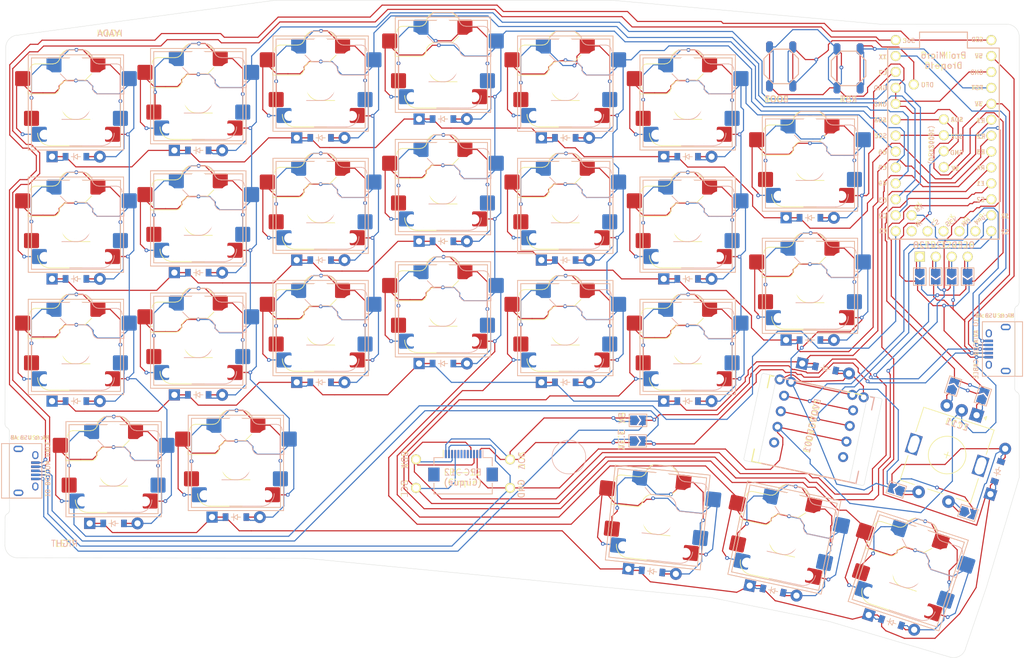
<source format=kicad_pcb>
(kicad_pcb (version 20240108) (generator "pcbnew") (generator_version "8.0")
  (layers (0 "F.Cu" signal) (31 "B.Cu" signal) (34 "B.Paste" user) (35 "F.Paste" user) (36 "B.SilkS" user "B.Silkscreen") (37 "F.SilkS" user "F.Silkscreen") (38 "B.Mask" user) (39 "F.Mask" user) (44 "Edge.Cuts" user))
  (net 0 "")
  (net 1 "GND")
  (net 2 "5V")
  (net 3 "3V")
  (net 4 "RST")
  (net 5 "TX")
  (net 6 "RX")
  (net 7 "SDA")
  (net 8 "SCL")
  (net 9 "P4")
  (net 10 "P5")
  (net 11 "P6")
  (net 12 "P7")
  (net 13 "P8")
  (net 14 "P9")
  (net 15 "P10")
  (net 16 "P16")
  (net 17 "P14")
  (net 18 "P15")
  (net 19 "P18")
  (net 20 "P19")
  (net 21 "P20")
  (net 22 "P21")
  (net 23 "OLEDA")
  (net 24 "OLEDB")
  (net 25 "OLEDC")
  (net 26 "OLEDD")
  (net 27 "E1")
  (net 28 "E2")
  (net 29 "E3")
  (net 30 "E5")
  (net 31 "SCK")
  (net 32 "MISO")
  (net 33 "SS")
  (net 34 "DR")
  (net 35 "MOSI")
  (net 36 "BTN1")
  (net 37 "BTN2")
  (net 38 "BTN3")
  (net 39 "3VCi")
  (net 40 "tri-mid")
  (net 41 "tri-bot")
  (net 42 "fin-top")
  (net 43 "fin-mid")
  (net 44 "fin-bot")
  (net 45 "ind-top")
  (net 46 "ind-mid")
  (net 47 "ind-bot")
  (net 48 "mid-top")
  (net 49 "mid-mid")
  (net 50 "mid-bot")
  (net 51 "rin-top")
  (net 52 "rin-mid")
  (net 53 "rin-bot")
  (net 54 "pin-top")
  (net 55 "pin-mid")
  (net 56 "pin-bot")
  (net 57 "fpi-top")
  (net 58 "fpi-mid")
  (net 59 "fpi-bot")
  (net 60 "ind-clu")
  (net 61 "mid-clu")
  (net 62 "tri-clu")
  (net 63 "fin-clu")
  (net 64 "fpi-clu")
  (net 65 "pin-clu")
  (net 66 "tri-top")
  (net 67 "P26")
  (net 68 "RX0")
  (net 69 "P29")
  (net 70 "P22")
  (net 71 "P23")
  (net 72 "P24")
  (net 73 "P25")
  (net 74 "P30")
  (net 75 "DFU")
  (footprint "PCM_Switch_Keyboard_Hotswap_Kailh:SW_Hotswap_Kailh_Choc_V2" (layer "F.Cu") (at 159.041 95.249)
    (property "Reference" "REF**" (hide yes))
    (property "Value" "SW_Hotswap_Kailh_Choc_V2" (hide yes))
  )
  (footprint "PCM_Switch_Keyboard_Hotswap_Kailh:SW_Hotswap_Kailh_MX_1.00u" (layer "F.Cu") (at 193.96053 128.66563 168)
    (property "Reference" "REF**" (hide yes))
    (property "Value" "SW_Hotswap_Kailh_MX_1.00u" (hide yes))
  )
  (footprint "ComboDiode" (layer "F.Cu") (at 192.162093 137.126606 -12)
    (property "Reference" "D14" (hide yes))
    (property "Value" "" (hide yes))
  )
  (footprint "PCM_Switch_Keyboard_Hotswap_Kailh:SW_Hotswap_Kailh_MX_1.00u" (layer "F.Cu") (at 139.541 72.749 180)
    (property "Reference" "REF**" (hide yes))
    (property "Value" "SW_Hotswap_Kailh_MX_1.00u" (hide yes))
  )
  (footprint "MountingHole:MountingHole_2.2mm_M2_DIN965" (layer "F.Cu") (at 168.31 85.64)
    (property "Reference" "CiHole1" (hide yes))
    (property "Value" "MountingHole_2.2mm_M2_DIN965" (hide yes))
  )
  (footprint "PCM_Switch_Keyboard_Hotswap_Kailh:SW_Hotswap_Kailh_MX_1.00u" (layer "F.Cu") (at 81.041 78.749 180)
    (property "Reference" "REF**" (hide yes))
    (property "Value" "SW_Hotswap_Kailh_MX_1.00u" (hide yes))
  )
  (footprint "PCM_Switch_Keyboard_Hotswap_Kailh:SW_Hotswap_Kailh_Choc_V2" (layer "F.Cu") (at 120.041 56.249)
    (property "Reference" "REF**" (hide yes))
    (property "Value" "SW_Hotswap_Kailh_Choc_V2" (hide yes))
  )
  (footprint "PCM_Switch_Keyboard_Hotswap_Kailh:SW_Hotswap_Kailh_MX_1.00u" (layer "F.Cu") (at 198.041 88.499 180)
    (property "Reference" "REF**" (hide yes))
    (property "Value" "SW_Hotswap_Kailh_MX_1.00u" (hide yes))
  )
  (footprint "ComboDiode" (layer "F.Cu") (at 227.977145 118.111831 72)
    (property "Reference" "D14" (hide yes))
    (property "Value" "" (hide yes))
  )
  (footprint "PCM_Switch_Keyboard_Hotswap_Kailh:SW_Hotswap_Kailh_MX_1.00u" (layer "F.Cu") (at 81.041 59.249 180)
    (property "Reference" "REF**" (hide yes))
    (property "Value" "SW_Hotswap_Kailh_MX_1.00u" (hide yes))
  )
  (footprint "PCM_Switch_Keyboard_Hotswap_Kailh:SW_Hotswap_Kailh_Choc_V2" (layer "F.Cu") (at 178.541 59.249)
    (property "Reference" "REF**" (hide yes))
    (property "Value" "SW_Hotswap_Kailh_Choc_V2" (hide yes))
  )
  (footprint "PCM_Switch_Keyboard_Hotswap_Kailh:SW_Hotswap_Kailh_Choc_V2" (layer "F.Cu") (at 120.041 75.749)
    (property "Reference" "REF**" (hide yes))
    (property "Value" "SW_Hotswap_Kailh_Choc_V2" (hide yes))
  )
  (footprint "Rotary_Encoder:RotaryEncoder_Alps_EC11E-Switch_Vertical_H20mm" (layer "F.Cu") (at 224.598015 109.137383 -108)
    (property "Reference" "REF**" (hide yes))
    (property "Value" "RotaryEncoder_Alps_EC11E-Switch_Vertical_H20mm" (hide yes))
  )
  (footprint "ComboDiode" (layer "F.Cu") (at 81.041 67.899)
    (property "Reference" "D14" (hide yes))
    (property "Value" "" (hide yes))
  )
  (footprint "PCM_Switch_Keyboard_Hotswap_Kailh:SW_Hotswap_Kailh_MX_1.00u" (layer "F.Cu") (at 81.041 98.249 180)
    (property "Reference" "REF**" (hide yes))
    (property "Value" "SW_Hotswap_Kailh_MX_1.00u" (hide yes))
  )
  (footprint "Jumper:SolderJumper-2_P1.3mm_Open_TrianglePad1.0x1.5mm" (layer "F.Cu") (at 220.847038 104.501363 72)
    (property "Reference" "REF**" (hide yes))
    (property "Value" "SolderJumper-2_P1.3mm_Open_TrianglePad1.0x1.5mm" (hide yes))
  )
  (footprint "PCM_Switch_Keyboard_Hotswap_Kailh:SW_Hotswap_Kailh_Choc_V2" (layer "F.Cu") (at 81.041 59.249)
    (property "Reference" "REF**" (hide yes))
    (property "Value" "SW_Hotswap_Kailh_Choc_V2" (hide yes))
  )
  (footprint "PCM_Switch_Keyboard_Hotswap_Kailh:SW_Hotswap_Kailh_Choc_V2" (layer "F.Cu") (at 81.041 98.249)
    (property "Reference" "REF**" (hide yes))
    (property "Value" "SW_Hotswap_Kailh_Choc_V2" (hide yes))
  )
  (footprint "MountingHole:MountingHole_2.2mm_M2_DIN965" (layer "F.Cu") (at 220.53 145.16)
    (property "Reference" "CiHole1" (hide yes))
    (property "Value" "MountingHole_2.2mm_M2_DIN965" (hide yes))
  )
  (footprint "ComboDiode" (layer "F.Cu") (at 120.041 84.399)
    (property "Reference" "D14" (hide yes))
    (property "Value" "" (hide yes))
  )
  (footprint "ComboDiode" (layer "F.Cu") (at 87.041 126.399)
    (property "Reference" "D14" (hide yes))
    (property "Value" "" (hide yes))
  )
  (footprint "PCM_Switch_Keyboard_Hotswap_Kailh:SW_Hotswap_Kailh_Choc_V2" (layer "F.Cu") (at 213.702639 133.963198 -18)
    (property "Reference" "REF**" (hide yes))
    (property "Value" "SW_Hotswap_Kailh_Choc_V2" (hide yes))
  )
  (footprint "ComboDiode" (layer "F.Cu") (at 211.029642 142.189836 -18)
    (property "Reference" "D14" (hide yes))
    (property "Value" "" (hide yes))
  )
  (footprint "ComboDiode" (layer "F.Cu") (at 200.530954 101.690954 -12)
    (property "Reference" "D14" (hide yes))
    (property "Value" "" (hide yes))
  )
  (footprint "PCM_Switch_Keyboard_Hotswap_Kailh:SW_Hotswap_Kailh_Choc_V2" (layer "F.Cu") (at 193.96053 128.66563 -12)
    (property "Reference" "REF**" (hide yes))
    (property "Value" "SW_Hotswap_Kailh_Choc_V2" (hide yes))
  )
  (footprint "Jumper:SolderJumper-2_P1.3mm_Open_TrianglePad1.0x1.5mm" (layer "F.Cu") (at 223.1635 87.042 -90)
    (property "Reference" "REF**" (hide yes))
    (property "Value" "SolderJumper-2_P1.3mm_Open_TrianglePad1.0x1.5mm" (hide yes))
  )
  (footprint "" (layer "F.Cu") (at 214.58 56.38 90)
    (property "Reference" "")
    (property "Value" "")
  )
  (footprint "" (layer "F.Cu") (at 226.9435 49.307 180)
    (property "Reference" "")
    (property "Value" "")
  )
  (footprint "MountingHole:MountingHole_2.2mm_M2_DIN965" (layer "F.Cu") (at 198.44 49.77)
    (property "Reference" "CiHole1" (hide yes))
    (property "Value" "MountingHole_2.2mm_M2_DIN965" (hide yes))
  )
  (footprint "" (layer "F.Cu") (at 224.4035 79.787 90)
    (property "Reference" "")
    (property "Value" "")
  )
  (footprint "Pro_Micro:ProMicro" (layer "F.Cu") (at 219.3225 65.817 -90)
    (property "Reference" "REF**" (hide yes))
    (property "Value" "ProMicro" (hide yes))
  )
  (footprint "PCM_Switch_Keyboard_Hotswap_Kailh:SW_Hotswap_Kailh_Choc_V2" (layer "F.Cu") (at 178.541 98.249)
    (property "Reference" "REF**" (hide yes))
    (property "Value" "SW_Hotswap_Kailh_Choc_V2" (hide yes))
  )
  (footprint "PCM_Switch_Keyboard_Hotswap_Kailh:SW_Hotswap_Kailh_Choc_V2" (layer "F.Cu") (at 198.041 88.499)
    (property "Reference" "REF**" (hide yes))
    (property "Value" "SW_Hotswap_Kailh_Choc_V2" (hide yes))
  )
  (footprint "PCM_Switch_Keyboard_Hotswap_Kailh:SW_Hotswap_Kailh_Choc_V2" (layer "F.Cu") (at 106.541 116.749)
    (property "Reference" "REF**" (hide yes))
    (property "Value" "SW_Hotswap_Kailh_Choc_V2" (hide yes))
  )
  (footprint "PCM_Switch_Keyboard_Hotswap_Kailh:SW_Hotswap_Kailh_Choc_V2" (layer "F.Cu") (at 139.541 72.749)
    (property "Reference" "REF**" (hide yes))
    (property "Value" "SW_Hotswap_Kailh_Choc_V2" (hide yes))
  )
  (footprint "" (layer "F.Cu") (at 215.5555 83.856 90)
    (property "Reference" "")
    (property "Value" "")
  )
  (footprint "Jumper:SolderJumper-2_P1.3mm_Open_TrianglePad1.0x1.5mm" (layer "F.Cu") (at 225.60232 106.046449 72)
    (property "Reference" "REF**" (hide yes))
    (property "Value" "SolderJumper-2_P1.3mm_Open_TrianglePad1.0x1.5mm" (hide yes))
  )
  (footprint "PCM_Switch_Keyboard_Hotswap_Kailh:SW_Hotswap_Kailh_MX_1.00u" (layer "F.Cu") (at 106.541 116.749 180)
    (property "Reference" "REF**" (hide yes))
    (property "Value" "SW_Hotswap_Kailh_MX_1.00u" (hide yes))
  )
  (footprint "" (layer "F.Cu") (at 221.8635 79.787 90)
    (property "Reference" "")
    (property "Value" "")
  )
  (footprint "ComboDiode" (layer "F.Cu") (at 178.541 67.899)
    (property "Reference" "D14" (hide yes))
    (property "Value" "" (hide yes))
  )
  (footprint "PCM_Switch_Keyboard_Hotswap_Kailh:SW_Hotswap_Kailh_MX_1.00u" (layer "F.Cu") (at 178.541 78.749 180)
    (property "Reference" "REF**" (hide yes))
    (property "Value" "SW_Hotswap_Kailh_MX_1.00u" (hide yes))
  )
  (footprint "" (layer "F.Cu") (at 223.1755 83.856 90)
    (property "Reference" "")
    (property "Value" "")
  )
  (footprint "PCM_Switch_Keyboard_Hotswap_Kailh:SW_Hotswap_Kailh_MX_1.00u" (layer "F.Cu") (at 120.041 95.249 180)
    (property "Reference" "REF**" (hide yes))
    (property "Value" "SW_Hotswap_Kailh_MX_1.00u" (hide yes))
  )
  (footprint "PCM_Switch_Keyboard_Hotswap_Kailh:SW_Hotswap_Kailh_MX_1.00u" (layer "F.Cu") (at 198.041 68.999 180)
    (property "Reference" "REF**" (hide yes))
    (property "Value" "SW_Hotswap_Kailh_MX_1.00u" (hide yes))
  )
  (footprint "PCM_Switch_Keyboard_Hotswap_Kailh:SW_Hotswap_Kailh_Choc_V2" (layer "F.Cu") (at 139.541 53.249)
    (property "Reference" "REF**" (hide yes))
    (property "Value" "SW_Hotswap_Kailh_Choc_V2" (hide yes))
  )
  (footprint "ComboDiode" (layer "F.Cu") (at 81.041 87.399)
    (property "Reference" "D14" (hide yes))
    (property "Value" "" (hide yes))
  )
  (footprint "Jumper:SolderJumper-2_P1.3mm_Open_TrianglePad1.0x1.5mm" (layer "F.Cu") (at 223.214203 124.722553 -18)
    (property "Reference" "REF**" (hide yes))
    (property "Value" "SolderJumper-2_P1.3mm_Open_TrianglePad1.0x1.5mm" (hide yes))
  )
  (footprint "ComboDiode" (layer "F.Cu") (at 159.041 103.899)
    (property "Reference" "D14" (hide yes))
    (property "Value" "" (hide yes))
  )
  (footprint "PCM_Switch_Keyboard_Hotswap_Kailh:SW_Hotswap_Kailh_MX_1.00u" (layer "F.Cu") (at 120.041 75.749 180)
    (property "Reference" "REF**" (hide yes))
    (property "Value" "SW_Hotswap_Kailh_MX_1.00u" (hide yes))
  )
  (footprint "PCM_Switch_Keyboard_Hotswap_Kailh:SW_Hotswap_Kailh_MX_1.00u" (layer "F.Cu") (at 100.541 97.249 180)
    (property "Reference" "REF**" (hide yes))
    (property "Value" "SW_Hotswap_Kailh_MX_1.00u" (hide yes))
  )
  (footprint "PCM_Switch_Keyboard_Hotswap_Kailh:SW_Hotswap_Kailh_MX_1.00u" (layer "F.Cu") (at 159.041 95.249 180)
    (property "Reference" "REF**" (hide yes))
    (property "Value" "SW_Hotswap_Kailh_MX_1.00u" (hide yes))
  )
  (footprint "PCM_Switch_Keyboard_Hotswap_Kailh:SW_Hotswap_Kailh_Choc_V2" (layer "F.Cu") (at 81.041 78.749)
    (property "Reference" "REF**" (hide yes))
    (property "Value" "SW_Hotswap_Kailh_Choc_V2" (hide yes))
  )
  (footprint "" (layer "F.Cu") (at 214.2435 77.247 180)
    (property "Reference" "")
    (property "Value" "")
  )
  (footprint "PCM_Switch_Keyboard_Hotswap_Kailh:SW_Hotswap_Kailh_Choc_V2" (layer "F.Cu") (at 87.041 117.749)
    (property "Reference" "REF**" (hide yes))
    (property "Value" "SW_Hotswap_Kailh_Choc_V2" (hide yes))
  )
  (footprint "PCM_Switch_Keyboard_Hotswap_Kailh:SW_Hotswap_Kailh_Choc_V2" (layer "F.Cu") (at 178.541 78.749)
    (property "Reference" "REF**" (hide yes))
    (property "Value" "SW_Hotswap_Kailh_Choc_V2" (hide yes))
  )
  (footprint "ComboDiode" (layer "F.Cu") (at 159.041 64.899)
    (property "Reference" "D14" (hide yes))
    (property "Value" "" (hide yes))
  )
  (footprint "PCM_Switch_Keyboard_Hotswap_Kailh:SW_Hotswap_Kailh_MX_1.00u" (layer "F.Cu") (at 178.541 98.249 180)
    (property "Reference" "REF**" (hide yes))
    (property "Value" "SW_Hotswap_Kailh_MX_1.00u" (hide yes))
  )
  (footprint "ComboDiode" (layer "F.Cu") (at 139.541 61.899)
    (property "Reference" "D14" (hide yes))
    (property "Value" "" (hide yes))
  )
  (footprint "PCM_Switch_Keyboard_Hotswap_Kailh:SW_Hotswap_Kailh_MX_1.00u" (layer "F.Cu") (at 139.541 53.249 180)
    (property "Reference" "REF**" (hide yes))
    (property "Value" "SW_Hotswap_Kailh_MX_1.00u" (hide yes))
  )
  (footprint "PCM_Switch_Keyboard_Hotswap_Kailh:SW_Hotswap_Kailh_MX_1.00u" (layer "F.Cu") (at 100.541 77.749 180)
    (property "Reference" "REF**" (hide yes))
    (property "Value" "SW_Hotswap_Kailh_MX_1.00u" (hide yes))
  )
  (footprint "EVQWGD001:RollerEncoder_Panasonic_EVQWGD001" (layer "F.Cu") (at 198.628277 110.930029 -12)
    (property "Reference" "REF**" (hide yes))
    (property "Value" "RollerEncoder_Panasonic_EVQWGD001" (hide yes))
    (fp_line (start 7.699999 7.6) (end 9.500001 7.6) (stroke (width 0.05)) (layer "Edge.Cuts"))
    (fp_line (start 9.8 7.3) (end 9.8 -6.3) (stroke (width 0.05)) (layer "Edge.Cuts"))
    (fp_line (start 7.4 -6.3) (end 7.4 7.3) (stroke (width 0.05)) (layer "Edge.Cuts"))
    (fp_line (start 9.5 -6.6) (end 7.699999 -6.6) (stroke (width 0.05)) (layer "Edge.Cuts"))
    (fp_arc (start 7.699999 7.6) (mid 7.487868 7.512132) (end 7.4 7.3) (stroke (width 0.05)) (layer "Edge.Cuts"))
    (fp_arc (start 9.8 7.3) (mid 9.712133 7.512132) (end 9.500001 7.6) (stroke (width 0.05)) (layer "Edge.Cuts"))
    (fp_arc (start 7.4 -6.3) (mid 7.487868 -6.512132) (end 7.699999 -6.6) (stroke (width 0.05)) (layer "Edge.Cuts"))
    (fp_arc (start 9.5 -6.6) (mid 9.712132 -6.512132) (end 9.8 -6.3) (stroke (width 0.05)) (layer "Edge.Cuts"))
  )
  (footprint "PCM_Switch_Keyboard_Hotswap_Kailh:SW_Hotswap_Kailh_MX_1.00u" (layer "F.Cu") (at 159.041 56.249 180)
    (property "Reference" "REF**" (hide yes))
    (property "Value" "SW_Hotswap_Kailh_MX_1.00u" (hide yes))
  )
  (footprint "PCM_Switch_Keyboard_Hotswap_Kailh:SW_Hotswap_Kailh_MX_1.00u" (layer "F.Cu") (at 139.541 92.249 180)
    (property "Reference" "REF**" (hide yes))
    (property "Value" "SW_Hotswap_Kailh_MX_1.00u" (hide yes))
  )
  (footprint "ComboDiode" (layer "F.Cu") (at 120.041 103.899)
    (property "Reference" "D14" (hide yes))
    (property "Value" "" (hide yes))
  )
  (footprint "Connector_FFC-FPC:Hirose_FH12-12S-0.5SH_1x12-1MP_P0.50mm_Horizontal" (layer "F.Cu") (at 142.747 117.197)
    (property "Reference" "REF**" (hide yes))
    (property "Value" "Hirose_FH12-12S-0.5SH_1x12-1MP_P0.50mm_Horizontal" (hide yes))
  )
  (footprint "E73:SW_TACT_ALPS_SKQGABE010" (layer "F.Cu") (at 193.45 53.505 -90)
    (property "Reference" "B1" (hide yes))
    (property "Value" "" (hide yes))
  )
  (footprint "ComboDiode" (layer "F.Cu") (at 81.041 106.899)
    (property "Reference" "D14" (hide yes))
    (property "Value" "" (hide yes))
  )
  (footprint "" (layer "F.Cu") (at 218.0955 83.856 90)
    (property "Reference" "")
    (property "Value" "")
  )
  (footprint "" (layer "F.Cu") (at 219.37 61.95 180)
    (property "Reference" "")
    (property "Value" "")
  )
  (footprint "MountingHole:MountingHole_2.2mm_M2_DIN965" (layer "F.Cu") (at 168.31 66.09)
    (property "Reference" "CiHole1" (hide yes))
    (property "Value" "MountingHole_2.2mm_M2_DIN965" (hide yes))
  )
  (footprint "" (layer "F.Cu") (at 219.37 64.49 180)
    (property "Reference" "")
    (property "Value" "")
  )
  (footprint "Connectors:USB_Micro-B" (layer "F.Cu") (at 227.895 98.59 90)
    (property "Reference" "REF**" (hide yes))
    (property "Value" "USB_Micro-B" (hide yes))
  )
  (footprint "ComboDiode" (layer "F.Cu") (at 159.041 84.399)
    (property "Reference" "D14" (hide yes))
    (property "Value" "" (hide yes))
  )
  (footprint "PCM_Switch_Keyboard_Hotswap_Kailh:SW_Hotswap_Kailh_MX_1.00u" (layer "F.Cu") (at 213.702639 133.963198 162)
    (property "Reference" "REF**" (hide yes))
    (property "Value" "SW_Hotswap_Kailh_MX_1.00u" (hide yes))
  )
  (footprint "PCM_Switch_Keyboard_Hotswap_Kailh:SW_Hotswap_Kailh_MX_1.00u" (layer "F.Cu") (at 100.541 58.249 180)
    (property "Reference" "REF**" (hide yes))
    (property "Value" "SW_Hotswap_Kailh_MX_1.00u" (hide yes))
  )
  (footprint "ComboDiode" (layer "F.Cu") (at 100.541 105.899)
    (property "Reference" "D14" (hide yes))
    (property "Value" "" (hide yes))
  )
  (footprint "ComboDiode" (layer "F.Cu") (at 106.541 125.399)
    (property "Reference" "D14" (hide yes))
    (property "Value" "" (hide yes))
  )
  (footprint "PCM_Switch_Keyboard_Hotswap_Kailh:SW_Hotswap_Kailh_MX_1.00u" (layer "F.Cu") (at 87.041 117.749 180)
    (property "Reference" "REF**" (hide yes))
    (property "Value" "SW_Hotswap_Kailh_MX_1.00u" (hide yes))
  )
  (footprint "" (layer "F.Cu") (at 214.2435 79.787 90)
    (property "Reference" "")
    (property "Value" "")
  )
  (footprint "PCM_Switch_Keyboard_Hotswap_Kailh:SW_Hotswap_Kailh_Choc_V2" (layer "F.Cu") (at 100.541 77.749)
    (property "Reference" "REF**" (hide yes))
    (property "Value" "SW_Hotswap_Kailh_Choc_V2" (hide yes))
  )
  (footprint "PCM_Switch_Keyboard_Hotswap_Kailh:SW_Hotswap_Kailh_Choc_V2" (layer "F.Cu") (at 159.041 75.749)
    (property "Reference" "REF**" (hide yes))
    (property "Value" "SW_Hotswap_Kailh_Choc_V2" (hide yes))
  )
  (footprint "PCM_Switch_Keyboard_Hotswap_Kailh:SW_Hotswap_Kailh_Choc_V2" (layer "F.Cu") (at 120.041 95.249)
    (property "Reference" "REF**" (hide yes))
    (property "Value" "SW_Hotswap_Kailh_Choc_V2" (hide yes))
  )
  (footprint "ComboDiode" (layer "F.Cu") (at 172.868651 134.063309 -6)
    (property "Reference" "D14" (hide yes))
    (property "Value" "" (hide yes))
  )
  (footprint "Jumper:SolderJumper-2_P1.3mm_Open_TrianglePad1.0x1.5mm" (layer "F.Cu") (at 220.6235 87.042 -90)
    (property "Reference" "REF**" (hide yes))
    (property "Value" "SolderJumper-2_P1.3mm_Open_TrianglePad1.0x1.5mm" (hide yes))
  )
  (footprint "Connectors:USB_Micro-B" (layer "F.Cu") (at 73.22 118.01 -90)
    (property "Reference" "REF**" (hide yes))
    (property "Value" "USB_Micro-B" (hide yes))
  )
  (footprint "ComboDiode" (layer "F.Cu") (at 198.041 97.149)
    (property "Reference" "D14" (hide yes))
    (property "Value" "" (hide yes))
  )
  (footprint "ComboDiode" (layer "F.Cu") (at 139.541 81.399)
    (property "Reference" "D14" (hide yes))
    (property "Value" "" (hide yes))
  )
  (footprint "" (layer "F.Cu") (at 150.247 120.737)
    (property "Reference" "")
    (property "Value" "")
  )
  (footprint "PCM_Switch_Keyboard_Hotswap_Kailh:SW_Hotswap_Kailh_Choc_V2" (layer "F.Cu") (at 100.541 97.249)
    (property "Reference" "REF**" (hide yes))
    (property "Value" "SW_Hotswap_Kailh_Choc_V2" (hide yes))
  )
  (footprint "PCM_Switch_Keyboard_Hotswap_Kailh:SW_Hotswap_Kailh_MX_1.00u" (layer "F.Cu") (at 120.041 56.249 180)
    (property "Reference" "REF**" (hide yes))
    (property "Value" "SW_Hotswap_Kailh_MX_1.00u" (hide yes))
  )
  (footprint "Jumper:SolderJumper-2_P1.3mm_Open_TrianglePad1.0x1.5mm" (layer "F.Cu") (at 211.801526 121.01435 162)
    (property "Reference" "REF**" (hide yes))
    (property "Value" "SolderJumper-2_P1.3mm_Open_TrianglePad1.0x1.5mm" (hide yes))
  )
  (footprint "MountingHole:MountingHole_2.2mm_M2_DIN965" (layer "F.Cu") (at 108.67 46.97)
    (property "Reference" "CiHole1" (hide yes))
    (property "Value" "MountingHole_2.2mm_M2_DIN965" (hide yes))
  )
  (footprint "" (layer "F.Cu") (at 219.37 67.03)
    (property "Reference" "")
    (property "Value" "")
  )
  (footprint "" (layer "F.Cu") (at 219.37 69.57)
    (property "Reference" "")
    (property "Value" "")
  )
  (footprint "MountingHole:MountingHole_2.2mm_M2_DIN965" (layer "F.Cu") (at 73.1 128.77)
    (property "Reference" "CiHole1" (hide yes))
    (property "Value" "MountingHole_2.2mm_M2_DIN965" (hide yes))
  )
  (footprint "" (layer "F.Cu") (at 220.6355 83.856 90)
    (property "Reference" "")
    (property "Value" "")
  )
  (footprint "ComboDiode" (layer "F.Cu") (at 139.541 100.899)
    (property "Reference" "D14" (hide yes))
    (property "Value" "" (hide yes))
  )
  (footprint "MountingHole:MountingHole_2.2mm_M2_DIN965" (layer "F.Cu") (at 72.295 68.985)
    (property "Reference" "CiHole1" (hide yes))
    (property "Value" "MountingHole_2.2mm_M2_DIN965" (hide yes))
  )
  (footprint "PCM_Switch_Keyboard_Hotswap_Kailh:SW_Hotswap_Kailh_MX_1.00u" (layer "F.Cu") (at 178.541 59.249 180)
    (property "Reference" "REF**" (hide yes))
    (property "Value" "SW_Hotswap_Kailh_MX_1.00u" (hide yes))
  )
  (footprint "" (layer "F.Cu") (at 135.247 120.737 180)
    (property "Reference" "")
    (property "Value" "")
  )
  (footprint "MountingHole:MountingHole_2.2mm_M2_DIN965" (layer "F.Cu") (at 159.636 115.8)
    (property "Reference" "CiHole1" (hide yes))
    (property "Value" "MountingHole_2.2mm_M2_DIN965" (hide yes))
  )
  (footprint "PCM_Switch_Keyboard_Hotswap_Kailh:SW_Hotswap_Kailh_MX_1.00u" (layer "F.Cu") (at 173.772823 125.460695 174)
    (property "Reference" "REF**" (hide yes))
    (property "Value" "SW_Hotswap_Kailh_MX_1.00u" (hide yes))
  )
  (footprint "" (layer "F.Cu") (at 216.7835 79.787 90)
    (property "Reference" "")
    (property "Value" "")
  )
  (footprint "Jumper:SolderJumper-2_P1.3mm_Open_TrianglePad1.0x1.5mm" (layer "F.Cu") (at 170.569 113.268)
    (property "Reference" "REF**" (hide yes))
    (property "Value" "SolderJumper-2_P1.3mm_Open_TrianglePad1.0x1.5mm" (hide yes))
  )
  (footprint "PCM_Switch_Keyboard_Hotswap_Kailh:SW_Hotswap_Kailh_Choc_V2" (layer "F.Cu") (at 159.041 56.249)
    (property "Reference" "REF**" (hide yes))
    (property "Value" "SW_Hotswap_Kailh_Choc_V2" (hide yes))
  )
  (footprint "" (layer "F.Cu") (at 211.7035 49.307 180)
    (property "Reference" "")
    (property "Value" "")
  )
  (footprint "ComboDiode" (layer "F.Cu") (at 100.541 86.399)
    (property "Reference" "D14" (hide yes))
    (property "Value" "" (hide yes))
  )
  (footprint "PCM_Switch_Keyboard_Hotswap_Kailh:SW_Hotswap_Kailh_Choc_V2" (layer "F.Cu") (at 100.541 58.249)
    (property "Reference" "REF**" (hide yes))
    (property "Value" "SW_Hotswap_Kailh_Choc_V2" (hide yes))
  )
  (footprint "Jumper:SolderJumper-2_P1.3mm_Open_TrianglePad1.0x1.5mm" (layer "F.Cu") (at 218.0835 87.042 -90)
    (property "Reference" "REF**" (hide yes))
    (property "Value" "SolderJumper-2_P1.3mm_Open_TrianglePad1.0x1.5mm" (hide yes))
  )
  (footprint "ComboDiode" (layer "F.Cu") (at 178.541 87.399)
    (property "Reference" "D14" (hide yes))
    (property "Value" "" (hide yes))
  )
  (footprint "" (layer "F.Cu") (at 150.247 116.197)
    (property "Reference" "")
    (property "Value" "")
  )
  (footprint "Jumper:SolderJumper-2_P1.3mm_Open_TrianglePad1.0x1.5mm" (layer "F.Cu") (at 215.5435 87.042 -90)
    (property "Reference" "REF**" (hide yes))
    (property "Value" "SolderJumper-2_P1.3mm_Open_TrianglePad1.0x1.5mm" (hide yes))
  )
  (footprint "MountingHole:MountingHole_2.2mm_M2_DIN965" (layer "F.Cu") (at 110.75 85.52)
    (property "Reference" "CiHole1" (hide yes))
    (property "Value" "MountingHole_2.2mm_M2_DIN965" (hide yes))
  )
  (footprint "Jumper:SolderJumper-2_P1.3mm_Open_TrianglePad1.0x1.5mm" (layer "F.Cu") (at 170.629 109.958)
    (property "Reference" "REF**" (hide yes))
    (property "Value" "SolderJumper-2_P1.3mm_Open_TrianglePad1.0x1.5mm" (hide yes))
  )
  (footprint "E73:SW_TACT_ALPS_SKQGABE010" (layer "F.Cu") (at 204.19 53.82 -90)
    (property "Reference" "B1" (hide yes))
    (property "Value" "" (hide yes))
  )
  (footprint "" (layer "F.Cu") (at 135.247 116.197 90)
    (property "Reference" "")
    (property "Value" "")
  )
  (footprint "ComboDiode" (layer "F.Cu") (at 178.541 106.899)
    (property "Reference" "D14" (hide yes))
    (property "Value" "" (hide yes))
  )
  (footprint "ComboDiode" (layer "F.Cu") (at 198.041 77.649)
    (property "Reference" "D14" (hide yes))
    (property "Value" "" (hide yes))
  )
  (footprint "PCM_Switch_Keyboard_Hotswap_Kailh:SW_Hotswap_Kailh_Choc_V2" (layer "F.Cu") (at 198.041 68.999)
    (property "Reference" "REF**" (hide yes))
    (property "Value" "SW_Hotswap_Kailh_Choc_V2" (hide yes))
  )
  (footprint "ComboDiode" (layer "F.Cu") (at 120.041 64.899)
    (property "Reference" "D14" (hide yes))
    (property "Value" "" (hide yes))
  )
  (footprint "PCM_Switch_Keyboard_Hotswap_Kailh:SW_Hotswap_Kailh_MX_1.00u" (layer "F.Cu") (at 159.041 75.749 180)
    (property "Reference" "REF**" (hide yes))
    (property "Value" "SW_Hotswap_Kailh_MX_1.00u" (hide yes))
  )
  (footprint "ComboDiode" (layer "F.Cu") (at 100.541 66.899)
    (property "Reference" "D14" (hide yes))
    (property "Value" "" (hide yes))
  )
  (footprint "" (layer "F.Cu") (at 219.3235 79.787 90)
    (property "Reference" "")
    (property "Value" "")
  )
  (footprint "PCM_Switch_Keyboard_Hotswap_Kailh:SW_Hotswap_Kailh_Choc_V2" (layer "F.Cu") (at 173.772823 125.460695 -6)
    (property "Reference" "REF**" (hide yes))
    (property "Value" "SW_Hotswap_Kailh_Choc_V2" (hide yes))
  )
  (footprint "PCM_Switch_Keyboard_Hotswap_Kailh:SW_Hotswap_Kailh_Choc_V2" (layer "F.Cu") (at 139.541 92.249)
    (property "Reference" "REF**" (hide yes))
    (property "Value" "SW_Hotswap_Kailh_Choc_V2" (hide yes))
  )
  (footprint "Jumper:SolderJumper-2_P1.3mm_Open_TrianglePad1.0x1.5mm" (layer "B.Cu") (at 223.214203 124.722553 -18)
    (property "Reference" "REF**" (hide yes))
    (property "Value" "SolderJumper-2_P1.3mm_Open_TrianglePad1.0x1.5mm" (hide yes))
  )
  (footprint "PCM_Switch_Keyboard_Hotswap_Kailh:SW_Hotswap_Kailh_MX_1.00u" (layer "B.Cu") (at 81.041 98.249)
    (property "Reference" "REF**" (hide yes))
    (property "Value" "SW_Hotswap_Kailh_MX_1.00u" (hide yes))
  )
  (footprint "PCM_Switch_Keyboard_Hotswap_Kailh:SW_Hotswap_Kailh_MX_1.00u" (layer "B.Cu") (at 81.041 59.249)
    (property "Reference" "REF**" (hide yes))
    (property "Value" "SW_Hotswap_Kailh_MX_1.00u" (hide yes))
  )
  (footprint "PCM_Switch_Keyboard_Hotswap_Kailh:SW_Hotswap_Kailh_MX_1.00u" (layer "B.Cu") (at 100.541 97.249)
    (property "Reference" "REF**" (hide yes))
    (property "Value" "SW_Hotswap_Kailh_MX_1.00u" (hide yes))
  )
  (footprint "PCM_Switch_Keyboard_Hotswap_Kailh:SW_Hotswap_Kailh_Choc_V2" (layer "B.Cu") (at 139.541 92.249 180)
    (property "Reference" "REF**" (hide yes))
    (property "Value" "SW_Hotswap_Kailh_Choc_V2" (hide yes))
  )
  (footprint "PCM_Switch_Keyboard_Hotswap_Kailh:SW_Hotswap_Kailh_MX_1.00u" (layer "B.Cu") (at 178.541 78.749)
    (property "Reference" "REF**" (hide yes))
    (property "Value" "SW_Hotswap_Kailh_MX_1.00u" (hide yes))
  )
  (footprint "PCM_Switch_Keyboard_Hotswap_Kailh:SW_Hotswap_Kailh_MX_1.00u" (layer "B.Cu") (at 120.041 56.249)
    (property "Reference" "REF**" (hide yes))
    (property "Value" "SW_Hotswap_Kailh_MX_1.00u" (hide yes))
  )
  (footprint "E73:SW_TACT_ALPS_SKQGABE010" (layer "B.Cu") (at 193.45 53.505 -90)
    (property "Reference" "B1" (hide yes))
    (property "Value" "" (hide yes))
  )
  (footprint "PCM_Switch_Keyboard_Hotswap_Kailh:SW_Hotswap_Kailh_Choc_V2" (layer "B.Cu") (at 178.541 78.749 180)
    (property "Reference" "REF**" (hide yes))
    (property "Value" "SW_Hotswap_Kailh_Choc_V2" (hide yes))
  )
  (footprint "PCM_Switch_Keyboard_Hotswap_Kailh:SW_Hotswap_Kailh_Choc_V2" (layer "B.Cu") (at 178.541 98.249 180)
    (property "Reference" "REF**" (hide yes))
    (property "Value" "SW_Hotswap_Kailh_Choc_V2" (hide yes))
  )
  (footprint "PCM_Switch_Keyboard_Hotswap_Kailh:SW_Hotswap_Kailh_MX_1.00u" (layer "B.Cu") (at 159.041 75.749)
    (property "Reference" "REF**" (hide yes))
    (property "Value" "SW_Hotswap_Kailh_MX_1.00u" (hide yes))
  )
  (footprint "Jumper:SolderJumper-2_P1.3mm_Open_TrianglePad1.0x1.5mm" (layer "B.Cu") (at 170.569 113.268)
    (property "Reference" "REF**" (hide yes))
    (property "Value" "SolderJumper-2_P1.3mm_Open_TrianglePad1.0x1.5mm" (hide yes))
  )
  (footprint "Jumper:SolderJumper-2_P1.3mm_Open_TrianglePad1.0x1.5mm" (layer "B.Cu") (at 223.1635 87.042 -90)
    (property "Reference" "REF**" (hide yes))
    (property "Value" "SolderJumper-2_P1.3mm_Open_TrianglePad1.0x1.5mm" (hide yes))
  )
  (footprint "Connectors:USB_Micro-B" (layer "B.Cu") (at 227.895 98.59 -90)
    (property "Reference" "REF**" (hide yes))
    (property "Value" "USB_Micro-B" (hide yes))
  )
  (footprint "Jumper:SolderJumper-2_P1.3mm_Open_TrianglePad1.0x1.5mm" (layer "B.Cu") (at 220.847038 104.501363 72)
    (property "Reference" "REF**" (hide yes))
    (property "Value" "SolderJumper-2_P1.3mm_Open_TrianglePad1.0x1.5mm" (hide yes))
  )
  (footprint "PCM_Switch_Keyboard_Hotswap_Kailh:SW_Hotswap_Kailh_Choc_V2" (layer "B.Cu") (at 106.541 116.749 180)
    (property "Reference" "REF**" (hide yes))
    (property "Value" "SW_Hotswap_Kailh_Choc_V2" (hide yes))
  )
  (footprint "Jumper:SolderJumper-2_P1.3mm_Open_TrianglePad1.0x1.5mm" (layer "B.Cu") (at 170.629 109.958)
    (property "Reference" "REF**" (hide yes))
    (property "Value" "SolderJumper-2_P1.3mm_Open_TrianglePad1.0x1.5mm" (hide yes))
  )
  (footprint "Jumper:SolderJumper-2_P1.3mm_Open_TrianglePad1.0x1.5mm" (layer "B.Cu") (at 225.60232 106.046449 72)
    (property "Reference" "REF**" (hide yes))
    (property "Value" "SolderJumper-2_P1.3mm_Open_TrianglePad1.0x1.5mm" (hide yes))
  )
  (footprint "PCM_Switch_Keyboard_Hotswap_Kailh:SW_Hotswap_Kailh_Choc_V2" (layer "B.Cu") (at 178.541 59.249 180)
    (property "Reference" "REF**" (hide yes))
    (property "Value" "SW_Hotswap_Kailh_Choc_V2" (hide yes))
  )
  (footprint "PCM_Switch_Keyboard_Hotswap_Kailh:SW_Hotswap_Kailh_Choc_V2" (layer "B.Cu") (at 139.541 53.249 180)
    (property "Reference" "REF**" (hide yes))
    (property "Value" "SW_Hotswap_Kailh_Choc_V2" (hide yes))
  )
  (footprint "PCM_Switch_Keyboard_Hotswap_Kailh:SW_Hotswap_Kailh_MX_1.00u" (layer "B.Cu") (at 139.541 72.749)
    (property "Reference" "REF**" (hide yes))
    (property "Value" "SW_Hotswap_Kailh_MX_1.00u" (hide yes))
  )
  (footprint "PCM_Switch_Keyboard_Hotswap_Kailh:SW_Hotswap_Kailh_Choc_V2" (layer "B.Cu") (at 159.041 95.249 180)
    (property "Reference" "REF**" (hide yes))
    (property "Value" "SW_Hotswap_Kailh_Choc_V2" (hide yes))
  )
  (footprint "PCM_Switch_Keyboard_Hotswap_Kailh:SW_Hotswap_Kailh_Choc_V2" (layer "B.Cu") (at 120.041 56.249 180)
    (property "Reference" "REF**" (hide yes))
    (property "Value" "SW_Hotswap_Kailh_Choc_V2" (hide yes))
  )
  (footprint "PCM_Switch_Keyboard_Hotswap_Kailh:SW_Hotswap_Kailh_Choc_V2" (layer "B.Cu") (at 100.541 97.249 180)
    (property "Reference" "REF**" (hide yes))
    (property "Value" "SW_Hotswap_Kailh_Choc_V2" (hide yes))
  )
  (footprint "E73:SW_TACT_ALPS_SKQGABE010" (layer "B.Cu") (at 204.19 53.82 -90)
    (property "Reference" "B1" (hide yes))
    (property "Value" "" (hide yes))
  )
  (footprint "PCM_Switch_Keyboard_Hotswap_Kailh:SW_Hotswap_Kailh_MX_1.00u" (layer "B.Cu") (at 198.041 88.499)
    (property "Reference" "REF**" (hide yes))
    (property "Value" "SW_Hotswap_Kailh_MX_1.00u" (hide yes))
  )
  (footprint "PCM_Switch_Keyboard_Hotswap_Kailh:SW_Hotswap_Kailh_Choc_V2" (layer "B.Cu") (at 193.96053 128.66563 168)
    (property "Reference" "REF**" (hide yes))
    (property "Value" "SW_Hotswap_Kailh_Choc_V2" (hide yes))
  )
  (footprint "PCM_Switch_Keyboard_Hotswap_Kailh:SW_Hotswap_Kailh_Choc_V2" (layer "B.Cu") (at 100.541 58.249 180)
    (property "Reference" "REF**" (hide yes))
    (property "Value" "SW_Hotswap_Kailh_Choc_V2" (hide yes))
  )
  (footprint "PCM_Switch_Keyboard_Hotswap_Kailh:SW_Hotswap_Kailh_Choc_V2" (layer "B.Cu") (at 100.541 77.749 180)
    (property "Reference" "REF**" (hide yes))
    (property "Value" "SW_Hotswap_Kailh_Choc_V2" (hide yes))
  )
  (footprint "PCM_Switch_Keyboard_Hotswap_Kailh:SW_Hotswap_Kailh_MX_1.00u" (layer "B.Cu") (at 139.541 53.249)
    (property "Reference" "REF**" (hide yes))
    (property "Value" "SW_Hotswap_Kailh_MX_1.00u" (hide yes))
  )
  (footprint "PCM_Switch_Keyboard_Hotswap_Kailh:SW_Hotswap_Kailh_Choc_V2" (layer "B.Cu") (at 173.772823 125.460695 174)
    (property "Reference" "REF**" (hide yes))
    (property "Value" "SW_Hotswap_Kailh_Choc_V2" (hide yes))
  )
  (footprint "PCM_Switch_Keyboard_Hotswap_Kailh:SW_Hotswap_Kailh_Choc_V2" (layer "B.Cu") (at 120.041 75.749 180)
    (property "Reference" "REF**" (hide yes))
    (property "Value" "SW_Hotswap_Kailh_Choc_V2" (hide yes))
  )
  (footprint "PCM_Switch_Keyboard_Hotswap_Kailh:SW_Hotswap_Kailh_MX_1.00u" (layer "B.Cu") (at 100.541 77.749)
    (property "Reference" "REF**" (hide yes))
    (property "Value" "SW_Hotswap_Kailh_MX_1.00u" (hide yes))
  )
  (footprint "PCM_Switch_Keyboard_Hotswap_Kailh:SW_Hotswap_Kailh_MX_1.00u" (layer "B.Cu") (at 120.041 75.749)
    (property "Reference" "REF**" (hide yes))
    (property "Value" "SW_Hotswap_Kailh_MX_1.00u" (hide yes))
  )
  (footprint "PCM_Switch_Keyboard_Hotswap_Kailh:SW_Hotswap_Kailh_MX_1.00u" (layer "B.Cu") (at 159.041 95.249)
    (property "Reference" "REF**" (hide yes))
    (property "Value" "SW_Hotswap_Kailh_MX_1.00u" (hide yes))
  )
  (footprint "PCM_Switch_Keyboard_Hotswap_Kailh:SW_Hotswap_Kailh_MX_1.00u" (layer "B.Cu") (at 159.041 56.249)
    (property "Reference" "REF**" (hide yes))
    (property "Value" "SW_Hotswap_Kailh_MX_1.00u" (hide yes))
  )
  (footprint "Connector_FFC-FPC:Hirose_FH12-12S-0.5SH_1x12-1MP_P0.50mm_Horizontal" (layer "B.Cu") (at 142.747 117.197 180)
    (property "Reference" "REF**" (hide yes))
    (property "Value" "Hirose_FH12-12S-0.5SH_1x12-1MP_P0.50mm_Horizontal" (hide yes))
  )
  (footprint "PCM_Switch_Keyboard_Hotswap_Kailh:SW_Hotswap_Kailh_Choc_V2" (layer "B.Cu") (at 213.702639 133.963198 162)
    (property "Reference" "REF**" (hide yes))
    (property "Value" "SW_Hotswap_Kailh_Choc_V2" (hide yes))
  )
  (footprint "PCM_Switch_Keyboard_Hotswap_Kailh:SW_Hotswap_Kailh_Choc_V2" (layer "B.Cu") (at 198.041 68.999 180)
    (property "Reference" "REF**" (hide yes))
    (property "Value" "SW_Hotswap_Kailh_Choc_V2" (hide yes))
  )
  (footprint "Connectors:USB_Micro-B" (layer "B.Cu") (at 73.22 118.01 90)
    (property "Reference" "REF**" (hide yes))
    (property "Value" "USB_Micro-B" (hide yes))
  )
  (footprint "Jumper:SolderJumper-2_P1.3mm_Open_TrianglePad1.0x1.5mm" (layer "B.Cu") (at 220.6235 87.042 -90)
    (property "Reference" "REF**" (hide yes))
    (property "Value" "SolderJumper-2_P1.3mm_Open_TrianglePad1.0x1.5mm" (hide yes))
  )
  (footprint "PCM_Switch_Keyboard_Hotswap_Kailh:SW_Hotswap_Kailh_Choc_V2" (layer "B.Cu") (at 81.041 78.749 180)
    (property "Reference" "REF**" (hide yes))
    (property "Value" "SW_Hotswap_Kailh_Choc_V2" (hide yes))
  )
  (footprint "PCM_Switch_Keyboard_Hotswap_Kailh:SW_Hotswap_Kailh_MX_1.00u" (layer "B.Cu") (at 193.96053 128.66563 -12)
    (property "Reference" "REF**" (hide yes))
    (property "Value" "SW_Hotswap_Kailh_MX_1.00u" (hide yes))
  )
  (footprint "PCM_Switch_Keyboard_Hotswap_Kailh:SW_Hotswap_Kailh_MX_1.00u" (layer "B.Cu") (at 106.541 116.749)
    (property "Reference" "REF**" (hide yes))
    (property "Value" "SW_Hotswap_Kailh_MX_1.00u" (hide yes))
  )
  (footprint "PCM_Switch_Keyboard_Hotswap_Kailh:SW_Hotswap_Kailh_Choc_V2" (layer "B.Cu") (at 198.041 88.499 180)
    (property "Reference" "REF**" (hide yes))
    (property "Value" "SW_Hotswap_Kailh_Choc_V2" (hide yes))
  )
  (footprint "PCM_Switch_Keyboard_Hotswap_Kailh:SW_Hotswap_Kailh_Choc_V2" (layer "B.Cu") (at 81.041 59.249 180)
    (property "Reference" "REF**" (hide yes))
    (property "Value" "SW_Hotswap_Kailh_Choc_V2" (hide yes))
  )
  (footprint "PCM_Switch_Keyboard_Hotswap_Kailh:SW_Hotswap_Kailh_Choc_V2" (layer "B.Cu") (at 120.041 95.249 180)
    (property "Reference" "REF**" (hide yes))
    (property "Value" "SW_Hotswap_Kailh_Choc_V2" (hide yes))
  )
  (footprint "PCM_Switch_Keyboard_Hotswap_Kailh:SW_Hotswap_Kailh_MX_1.00u" (layer "B.Cu") (at 139.541 92.249)
    (property "Reference" "REF**" (hide yes))
    (property "Value" "SW_Hotswap_Kailh_MX_1.00u" (hide yes))
  )
  (footprint "PCM_Switch_Keyboard_Hotswap_Kailh:SW_Hotswap_Kailh_Choc_V2" (layer "B.Cu") (at 159.041 75.749 180)
    (property "Reference" "REF**" (hide yes))
    (property "Value" "SW_Hotswap_Kailh_Choc_V2" (hide yes))
  )
  (footprint "PCM_Switch_Keyboard_Hotswap_Kailh:SW_Hotswap_Kailh_Choc_V2" (layer "B.Cu") (at 87.041 117.749 180)
    (property "Reference" "REF**" (hide yes))
    (property "Value" "SW_Hotswap_Kailh_Choc_V2" (hide yes))
  )
  (footprint "PCM_Switch_Keyboard_Hotswap_Kailh:SW_Hotswap_Kailh_MX_1.00u" (layer "B.Cu") (at 173.772823 125.460695 -6)
    (property "Reference" "REF**" (hide yes))
    (property "Value" "SW_Hotswap_Kailh_MX_1.00u" (hide yes))
  )
  (footprint "Jumper:SolderJumper-2_P1.3mm_Open_TrianglePad1.0x1.5mm" (layer "B.Cu") (at 211.801526 121.01435 162)
    (property "Reference" "REF**" (hide yes))
    (property "Value" "SolderJumper-2_P1.3mm_Open_TrianglePad1.0x1.5mm" (hide yes))
  )
  (footprint "PCM_Switch_Keyboard_Hotswap_Kailh:SW_Hotswap_Kailh_Choc_V2" (layer "B.Cu") (at 81.041 98.249 180)
    (property "Reference" "REF**" (hide yes))
    (property "Value" "SW_Hotswap_Kailh_Choc_V2" (hide yes))
  )
  (footprint "Jumper:SolderJumper-2_P1.3mm_Open_TrianglePad1.0x1.5mm" (layer "B.Cu") (at 218.0835 87.042 -90)
    (property "Reference" "REF**" (hide yes))
    (property "Value" "SolderJumper-2_P1.3mm_Open_TrianglePad1.0x1.5mm" (hide yes))
  )
  (footprint "PCM_Switch_Keyboard_Hotswap_Kailh:SW_Hotswap_Kailh_MX_1.00u" (layer "B.Cu") (at 213.702639 133.963198 -18)
    (property "Reference" "REF**" (hide yes))
    (property "Value" "SW_Hotswap_Kailh_MX_1.00u" (hide yes))
  )
  (footprint "EVQWGD001:RollerEncoder_Panasonic_EVQWGD001" (layer "B.Cu") (at 198.61605 110.92743 168)
    (property "Reference" "REF**" (hide yes))
    (property "Value" "RollerEncoder_Panasonic_EVQWGD001" (hide yes))
    (fp_line (start 9.5 -7.6) (end 7.7 -7.6) (stroke (width 0.05)) (layer "Edge.Cuts"))
    (fp_line (start 7.4 -7.3) (end 7.400001 6.300001) (stroke (width 0.05)) (layer "Edge.Cuts"))
    (fp_line (start 9.8 6.3) (end 9.799999 -7.3) (stroke (width 0.05)) (layer "Edge.Cuts"))
    (fp_line (start 7.700001 6.600001) (end 9.5 6.6) (stroke (width 0.05)) (layer "Edge.Cuts"))
    (fp_arc (start 9.5 -7.6) (mid 9.712132 -7.512132) (end 9.799999 -7.3) (stroke (width 0.05)) (layer "Edge.Cuts"))
    (fp_arc (start 7.4 -7.3) (mid 7.487868 -7.512131) (end 7.7 -7.6) (stroke (width 0.05)) (layer "Edge.Cuts"))
    (fp_arc (start 9.8 6.3) (mid 9.712132 6.512132) (end 9.5 6.6) (stroke (width 0.05)) (layer "Edge.Cuts"))
    (fp_arc (start 7.700001 6.600001) (mid 7.487869 6.512133) (end 7.400001 6.300001) (stroke (width 0.05)) (layer "Edge.Cuts"))
  )
  (footprint "PCM_Switch_Keyboard_Hotswap_Kailh:SW_Hotswap_Kailh_MX_1.00u" (layer "B.Cu") (at 178.541 98.249)
    (property "Reference" "REF**" (hide yes))
    (property "Value" "SW_Hotswap_Kailh_MX_1.00u" (hide yes))
  )
  (footprint "PCM_Switch_Keyboard_Hotswap_Kailh:SW_Hotswap_Kailh_Choc_V2" (layer "B.Cu") (at 139.541 72.749 180)
    (property "Reference" "REF**" (hide yes))
    (property "Value" "SW_Hotswap_Kailh_Choc_V2" (hide yes))
  )
  (footprint "PCM_Switch_Keyboard_Hotswap_Kailh:SW_Hotswap_Kailh_Choc_V2" (layer "B.Cu") (at 159.041 56.249 180)
    (property "Reference" "REF**" (hide yes))
    (property "Value" "SW_Hotswap_Kailh_Choc_V2" (hide yes))
  )
  (footprint "PCM_Switch_Keyboard_Hotswap_Kailh:SW_Hotswap_Kailh_MX_1.00u" (layer "B.Cu") (at 178.541 59.249)
    (property "Reference" "REF**" (hide yes))
    (property "Value" "SW_Hotswap_Kailh_MX_1.00u" (hide yes))
  )
  (footprint "PCM_Switch_Keyboard_Hotswap_Kailh:SW_Hotswap_Kailh_MX_1.00u" (layer "B.Cu") (at 87.041 117.749)
    (property "Reference" "REF**" (hide yes))
    (property "Value" "SW_Hotswap_Kailh_MX_1.00u" (hide yes))
  )
  (footprint "PCM_Switch_Keyboard_Hotswap_Kailh:SW_Hotswap_Kailh_MX_1.00u" (layer "B.Cu") (at 81.041 78.749)
    (property "Reference" "REF**" (hide yes))
    (property "Value" "SW_Hotswap_Kailh_MX_1.00u" (hide yes))
  )
  (footprint "PCM_Switch_Keyboard_Hotswap_Kailh:SW_Hotswap_Kailh_MX_1.00u" (layer "B.Cu") (at 198.041 68.999)
    (property "Reference" "REF**" (hide yes))
    (property "Value" "SW_Hotswap_Kailh_MX_1.00u" (hide yes))
  )
  (footprint "Jumper:SolderJumper-2_P1.3mm_Open_TrianglePad1.0x1.5mm" (layer "B.Cu") (at 215.5435 87.042 -90)
    (property "Reference" "REF**" (hide yes))
    (property "Value" "SolderJumper-2_P1.3mm_Open_TrianglePad1.0x1.5mm" (hide yes))
  )
  (footprint "PCM_Switch_Keyboard_Hotswap_Kailh:SW_Hotswap_Kailh_MX_1.00u" (layer "B.Cu") (at 120.041 95.249)
    (property "Reference" "REF**" (hide yes))
    (property "Value" "SW_Hotswap_Kailh_MX_1.00u" (hide yes))
  )
  (footprint "PCM_Switch_Keyboard_Hotswap_Kailh:SW_Hotswap_Kailh_MX_1.00u" (layer "B.Cu") (at 100.541 58.249)
    (property "Reference" "REF**" (hide yes))
    (property "Value" "SW_Hotswap_Kailh_MX_1.00u" (hide yes))
  )
  (gr_circle (center 159.611 115.815) (end 162.289 116.055) (stroke (width 0.1)) (fill none) (layer "B.SilkS"))
  (gr_line (start 166.333875 42.935611) (end 112.959 42.935) (stroke (width 0.05)) (layer "Edge.Cuts"))
  (gr_line (start 201 142.01) (end 220.504186 147.771463) (stroke (width 0.05)) (layer "Edge.Cuts"))
  (gr_line (start 112.582612 42.971834) (end 71.847 48.512) (stroke (width 0.05)) (layer "Edge.Cuts"))
  (gr_arc (start 231.081998 105.484289) (mid 230.78527 105.221037) (end 230.675 104.84) (stroke (width 0.05)) (layer "Edge.Cuts"))
  (gr_line (start 226.13 136.7) (end 231.406244 119.039401) (stroke (width 0.05)) (layer "Edge.Cuts"))
  (gr_line (start 229.396 46.767) (end 209.231388 46.768834) (stroke (width 0.05)) (layer "Edge.Cuts"))
  (gr_line (start 231.406244 119.039401) (end 231.386417 106.067046) (stroke (width 0.05)) (layer "Edge.Cuts"))
  (gr_line (start 117.53 131.95) (end 182.09 138.2) (stroke (width 0.05)) (layer "Edge.Cuts"))
  (gr_arc (start 69.738583 125.487046) (mid 69.848854 125.10601) (end 70.145581 124.842757) (stroke (width 0.05)) (layer "Edge.Cuts"))
  (gr_arc (start 230.661537 92.34) (mid 230.771808 91.958963) (end 231.068535 91.695711) (stroke (width 0.05)) (layer "Edge.Cuts"))
  (gr_arc (start 70.033002 111.115711) (mid 70.32973 111.378963) (end 70.44 111.76) (stroke (width 0.05)) (layer "Edge.Cuts"))
  (gr_line (start 226.13 136.7) (end 222.876304 146.230991) (stroke (width 0.05)) (layer "Edge.Cuts"))
  (gr_line (start 182.09 138.2) (end 201 142.01) (stroke (width 0.05)) (layer "Edge.Cuts"))
  (gr_arc (start 222.876304 146.230991) (mid 222.009287 147.492509) (end 220.504186 147.771463) (stroke (width 0.05)) (layer "Edge.Cuts"))
  (gr_line (start 70.445 121.76) (end 70.45 124.26) (stroke (width 0.05)) (layer "Edge.Cuts"))
  (gr_arc (start 69.847 50.512) (mid 70.432786 49.097786) (end 71.847 48.512) (stroke (width 0.05)) (layer "Edge.Cuts"))
  (gr_line (start 230.665 92.34) (end 230.67 94.84) (stroke (width 0.05)) (layer "Edge.Cuts"))
  (gr_line (start 69.728583 110.532954) (end 69.847 50.512) (stroke (width 0.05)) (layer "Edge.Cuts"))
  (gr_arc (start 231.081998 105.48429) (mid 231.305727 105.738308) (end 231.386417 106.067046) (stroke (width 0.05)) (layer "Edge.Cuts"))
  (gr_arc (start 112.582612 42.971834) (mid 112.769821 42.943351) (end 112.959 42.935) (stroke (width 0.05)) (layer "Edge.Cuts"))
  (gr_arc (start 229.396 46.767) (mid 230.810214 47.352786) (end 231.396 48.767) (stroke (width 0.05)) (layer "Edge.Cuts"))
  (gr_arc (start 71.722286 131.888214) (mid 70.308072 131.302428) (end 69.722286 129.888214) (stroke (width 0.05)) (layer "Edge.Cuts"))
  (gr_line (start 209.231388 46.768834) (end 166.710263 42.972445) (stroke (width 0.05)) (layer "Edge.Cuts"))
  (gr_line (start 70.44 111.76) (end 70.445 121.76) (stroke (width 0.05)) (layer "Edge.Cuts"))
  (gr_line (start 71.722286 131.888214) (end 117.53 131.95) (stroke (width 0.05)) (layer "Edge.Cuts"))
  (gr_arc (start 70.45 124.26) (mid 70.36931 124.588738) (end 70.145581 124.842756) (stroke (width 0.05)) (layer "Edge.Cuts"))
  (gr_line (start 230.675 104.84) (end 230.67 94.84) (stroke (width 0.05)) (layer "Edge.Cuts"))
  (gr_line (start 69.738583 125.487046) (end 69.722286 129.888214) (stroke (width 0.05)) (layer "Edge.Cuts"))
  (gr_line (start 231.372954 91.112954) (end 231.396 48.767) (stroke (width 0.05)) (layer "Edge.Cuts"))
  (gr_arc (start 70.033002 111.11571) (mid 69.809273 110.861692) (end 69.728583 110.532954) (stroke (width 0.05)) (layer "Edge.Cuts"))
  (gr_arc (start 231.372954 91.112954) (mid 231.292264 91.441692) (end 231.068535 91.69571) (stroke (width 0.05)) (layer "Edge.Cuts"))
  (gr_arc (start 166.333875 42.935611) (mid 166.523054 42.943962) (end 166.710263 42.972445) (stroke (width 0.05)) (layer "Edge.Cuts"))
  (gr_text "TX" (at 210.26 52.44 -0) (layer "B.SilkS") (effects (font (size 0.7 0.7) (thickness 0.1)) (justify left bottom mirror)))
  (gr_text "Micro USB AB" (at 230.6675 93.59 -0) (layer "B.SilkS") (effects (font (size 0.6 0.6) (thickness 0.1)) (justify left bottom mirror)))
  (gr_text "C6" (at 210.38 67.62 -0) (layer "B.SilkS") (effects (font (size 0.7 0.7) (thickness 0.1)) (justify left bottom mirror)))
  (gr_text "MO" (at 222.03 78.44 -150) (layer "B.SilkS") (effects (font (size 0.7 0.7) (thickness 0.1)) (justify left bottom mirror)))
  (gr_text "RST" (at 205.675 59.33 0) (layer "B.SilkS") (effects (font (size 1 1) (thickness 0.125)) (justify left bottom mirror)))
  (gr_text "FPC-12\n(Cirque)" (at 142.721 120.443 0) (layer "B.SilkS") (effects (font (size 1 1) (thickness 0.125)) (justify bottom mirror)))
  (gr_text "C7" (at 210.42 54.93 -0) (layer "B.SilkS") (effects (font (size 0.7 0.7) (thickness 0.1)) (justify left bottom mirror)))
  (gr_text "RX" (at 214.6 76.1 -150) (layer "B.SilkS") (effects (font (size 0.7 0.7) (thickness 0.1)) (justify left bottom mirror)))
  (gr_text "C4" (at 210.35 72.56 -0) (layer "B.SilkS") (effects (font (size 0.7 0.7) (thickness 0.1)) (justify left bottom mirror)))
  (gr_text "BOOT" (at 194.79 59.33 0) (layer "B.SilkS") (effects (font (size 1 1) (thickness 0.125)) (justify left bottom mirror)))
  (gr_text "C3" (at 210.37 75.28 -0) (layer "B.SilkS") (effects (font (size 0.7 0.7) (thickness 0.1)) (justify left bottom mirror)))
  (gr_text "Sol." (at 214.87 49.8 0) (layer "B.SilkS") (effects (font (size 0.7 0.7) (thickness 0.1)) (justify left bottom mirror)))
  (gr_text "GND" (at 225.75 54.88 -0) (layer "B.SilkS") (effects (font (size 0.7 0.7) (thickness 0.1)) (justify left bottom mirror)))
  (gr_text "IYADA" (at 88.58 48.82 0) (layer "B.SilkS") (effects (font (size 1 1) (thickness 0.125)) (justify left bottom mirror)))
  (gr_text "SDA" (at 210.31 62.46 -0) (layer "B.SilkS") (effects (font (size 0.7 0.7) (thickness 0.1)) (justify left bottom mirror)))
  (gr_text "SCL" (at 134.018 119.371 90) (layer "B.SilkS") (effects (font (size 1 1) (thickness 0.125)) (justify left bottom mirror)))
  (gr_text "E1" (at 225.93 72.6 -0) (layer "B.SilkS") (effects (font (size 0.7 0.7) (thickness 0.1)) (justify left bottom mirror)))
  (gr_text "SCK" (at 219.43 78.45 -150) (layer "B.SilkS") (effects (font (size 0.7 0.7) (thickness 0.1)) (justify left bottom mirror)))
  (gr_text "3V" (at 221.91 70.2 -0) (layer "B.SilkS") (effects (font (size 0.7 0.7) (thickness 0.1)) (justify left bottom mirror)))
  (gr_text "LED" (at 225.71 49.64 -0) (layer "B.SilkS") (effects (font (size 0.7 0.7) (thickness 0.1)) (justify left bottom mirror)))
  (gr_text "GND" (at 222.56 67.68 -0) (layer "B.SilkS") (effects (font (size 0.7 0.7) (thickness 0.1)) (justify left bottom mirror)))
  (gr_text "C2" (at 210.39 77.77 -0) (layer "B.SilkS") (effects (font (size 0.7 0.7) (thickness 0.1)) (justify left bottom mirror)))
  (gr_text "Micro USB AB" (at 76.875 113.05 -0) (layer "B.SilkS") (effects (font (size 0.6 0.6) (thickness 0.1)) (justify left bottom mirror)))
  (gr_text "Pro Micro\nDrop-In" (at 219.3465 53.95 0) (layer "B.SilkS") (effects (font (size 1 1) (thickness 0.125)) (justify bottom mirror)))
  (gr_text "CS" (at 217.11 78.51 -150) (layer "B.SilkS") (effects (font (size 0.7 0.7) (thickness 0.1)) (justify left bottom mirror)))
  (gr_text "MI" (at 214.6 78.52 -150) (layer "B.SilkS") (effects (font (size 0.7 0.7) (thickness 0.1)) (justify left bottom mirror)))
  (gr_text "R2" (at 226.1 65.08 -0) (layer "B.SilkS") (effects (font (size 0.7 0.7) (thickness 0.1)) (justify left bottom mirror)))
  (gr_text "SCL" (at 222.53 65.09 -0) (layer "B.SilkS") (effects (font (size 0.7 0.7) (thickness 0.1)) (justify left bottom mirror)))
  (gr_text "C1" (at 210.41 80.16 -0) (layer "B.SilkS") (effects (font (size 0.7 0.7) (thickness 0.1)) (justify left bottom mirror)))
  (gr_text "SDA" (at 222.54 62.4 -0) (layer "B.SilkS") (effects (font (size 0.7 0.7) (thickness 0.1)) (justify left bottom mirror)))
  (gr_text "DFU" (at 217.83 56.86 -0) (layer "B.SilkS") (effects (font (size 0.7 0.7) (thickness 0.1)) (justify left bottom mirror)))
  (gr_text "R1" (at 226.04 62.57 -0) (layer "B.SilkS") (effects (font (size 0.7 0.7) (thickness 0.1)) (justify left bottom mirror)))
  (gr_text "C5" (at 210.35 70.06 -0) (layer "B.SilkS") (effects (font (size 0.7 0.7) (thickness 0.1)) (justify left bottom mirror)))
  (gr_text "E2" (at 225.96 75.17 -0) (layer "B.SilkS") (effects (font (size 0.7 0.7) (thickness 0.1)) (justify left bottom mirror)))
  (gr_text "(DRV2605L)" (at 217.01 69.17 -90) (layer "B.SilkS") (effects (font (size 0.7 0.7) (thickness 0.1)) (justify left bottom mirror)))
  (gr_text "5V" (at 225.65 52.26 -0) (layer "B.SilkS") (effects (font (size 0.7 0.7) (thickness 0.1)) (justify left bottom mirror)))
  (gr_text "GND" (at 210.36 59.96 -0) (layer "B.SilkS") (effects (font (size 0.7 0.7) (thickness 0.1)) (justify left bottom mirror)))
  (gr_text "3.3V" (at 168.61 111.31 90) (layer "B.SilkS") (effects (font (size 1 1) (thickness 0.125)) (justify left bottom mirror)))
  (gr_text "TO AVIATOR CABLE" (at 224.91 98.56 -270) (layer "B.SilkS") (effects (font (size 0.7 0.7) (thickness 0.1)) (justify bottom mirror)))
  (gr_text "3V" (at 225.63 59.91 -0) (layer "B.SilkS") (effects (font (size 0.7 0.7) (thickness 0.1)) (justify left bottom mirror)))
  (gr_text "GND" (at 152.625 119.29 90) (layer "B.SilkS") (effects (font (size 1 1) (thickness 0.125)) (justify left bottom mirror)))
  (gr_text "R3" (at 226.04 67.57 -0) (layer "B.SilkS") (effects (font (size 0.7 0.7) (thickness 0.1)) (justify left bottom mirror)))
  (gr_text "R4" (at 225.99 70.11 -0) (layer "B.SilkS") (effects (font (size 0.7 0.7) (thickness 0.1)) (justify left bottom mirror)))
  (gr_text "OLED:" (at 224.400928 82.606 0) (layer "B.SilkS") (effects (font (size 1 1) (thickness 0.125)) (justify left bottom mirror)))
  (gr_text "VCC" (at 151.44 117.86 -90) (layer "B.SilkS") (effects (font (size 1 1) (thickness 0.125)) (justify left bottom mirror)))
  (gr_text "EC11" (at 223.187456 111.80122 -18) (layer "B.SilkS") (effects (font (size 1 1) (thickness 0.125)) (justify left bottom mirror)))
  (gr_text "GND" (at 210.39 57.35 -0) (layer "B.SilkS") (effects (font (size 0.7 0.7) (thickness 0.1)) (justify left bottom mirror)))
  (gr_text "RST" (at 225.74 57.31 -0) (layer "B.SilkS") (effects (font (size 0.7 0.7) (thickness 0.1)) (justify left bottom mirror)))
  (gr_text "RIGHT" (at 81.44 130.21 0) (layer "B.SilkS") (effects (font (size 1 1) (thickness 0.125)) (justify left bottom mirror)))
  (gr_text "S2" (at 229.853334 80.33 -0) (layer "B.SilkS") (effects (font (size 0.7 0.7) (thickness 0.1)) (justify left bottom mirror)))
  (gr_text "TO BOTTOM HALF" (at 76.11 117.75 -90) (layer "B.SilkS") (effects (font (size 0.7 0.7) (thickness 0.1)) (justify bottom mirror)))
  (gr_text "5V" (at 168.684 108.598 90) (layer "B.SilkS") (effects (font (size 1 1) (thickness 0.125)) (justify left bottom mirror)))
  (gr_text "SDA" (at 134.06 114.751 90) (layer "B.SilkS") (effects (font (size 1 1) (thickness 0.125)) (justify left bottom mirror)))
  (gr_text "S1" (at 229.783334 77.79 -0) (layer "B.SilkS") (effects (font (size 0.7 0.7) (thickness 0.1)) (justify left bottom mirror)))
  (gr_text "32x128" (at 220.103928 82.626 0) (layer "B.SilkS") (effects (font (size 1 1) (thickness 0.125)) (justify left bottom mirror)))
  (gr_text "Aud." (at 224.07 78.21 -150) (layer "B.SilkS") (effects (font (size 0.7 0.7) (thickness 0.1)) (justify left bottom mirror)))
  (gr_text "SCL" (at 210.36 64.99 -0) (layer "B.SilkS") (effects (font (size 0.7 0.7) (thickness 0.1)) (justify left bottom mirror)))
  (gr_text "EVQWGD001" (at 199.915103 106.535992 78) (layer "B.SilkS") (effects (font (size 1 1) (thickness 0.125)) (justify left bottom mirror)))
  (gr_text "R4" (at 224.53 70.11 0) (layer "F.SilkS") (effects (font (size 0.7 0.7) (thickness 0.1)) (justify left bottom)))
  (gr_text "5V" (at 224.26 52.25 0) (layer "F.SilkS") (effects (font (size 0.7 0.7) (thickness 0.1)) (justify left bottom)))
  (gr_text "RST" (at 223.7 57.32 0) (layer "F.SilkS") (effects (font (size 0.7 0.7) (thickness 0.1)) (justify left bottom)))
  (gr_text "R2" (at 224.42 65.08 0) (layer "F.SilkS") (effects (font (size 0.7 0.7) (thickness 0.1)) (justify left bottom)))
  (gr_text "FPC-12\n(Cirque)" (at 142.665 120.44 0) (layer "F.SilkS") (effects (font (size 1 1) (thickness 0.125)) (justify bottom)))
  (gr_text "S2" (at 228.35 80.33 0) (layer "F.SilkS") (effects (font (size 0.7 0.7) (thickness 0.1)) (justify left bottom)))
  (gr_text "Sol." (at 212.77 49.8 0) (layer "F.SilkS") (effects (font (size 0.7 0.7) (thickness 0.1)) (justify left bottom)))
  (gr_text "TX" (at 209.01 52.44 0) (layer "F.SilkS") (effects (font (size 0.7 0.7) (thickness 0.1)) (justify left bottom)))
  (gr_text "BOOT" (at 190.656 59.312 0) (layer "F.SilkS") (effects (font (size 1 1) (thickness 0.125)) (justify left bottom)))
  (gr_text "EVQWGD001" (at 198.035103 115.355992 78) (layer "F.SilkS") (effects (font (size 1 1) (thickness 0.125)) (justify left bottom)))
  (gr_text "IYADA" (at 84.252 48.82 0) (layer "F.SilkS") (effects (font (size 1 1) (thickness 0.125)) (justify left bottom)))
  (gr_text "LEFT" (at 77.59 130.2 0) (layer "F.SilkS") (effects (font (size 1 1) (thickness 0.125)) (justify left bottom)))
  (gr_text "Pro Micro\nDrop-In" (at 219.3035 53.957 0) (layer "F.SilkS") (effects (font (size 1 1) (thickness 0.125)) (justify bottom)))
  (gr_text "SDA" (at 220.39 62.42 0) (layer "F.SilkS") (effects (font (size 0.7 0.7) (thickness 0.1)) (justify left bottom)))
  (gr_text "OLED:" (at 214.3575 82.58 0) (layer "F.SilkS") (effects (font (size 1 1) (thickness 0.125)) (justify left bottom)))
  (gr_text "E1" (at 224.59 72.6 0) (layer "F.SilkS") (effects (font (size 0.7 0.7) (thickness 0.1)) (justify left bottom)))
  (gr_text "C4" (at 208.84 72.56 0) (layer "F.SilkS") (effects (font (size 0.7 0.7) (thickness 0.1)) (justify left bottom)))
  (gr_text "CS" (at 217.9 79.26 60) (layer "F.SilkS") (effects (font (size 0.7 0.7) (thickness 0.1)) (justify left bottom)))
  (gr_text "R3" (at 224.48 67.57 0) (layer "F.SilkS") (effects (font (size 0.7 0.7) (thickness 0.1)) (justify left bottom)))
  (gr_text "3V" (at 224.24 59.91 0) (layer "F.SilkS") (effects (font (size 0.7 0.7) (thickness 0.1)) (justify left bottom)))
  (gr_text "DFU" (at 215.71 56.86 0) (layer "F.SilkS") (effects (font (size 0.7 0.7) (thickness 0.1)) (justify left bottom)))
  (gr_text "Micro USB AB" (at 70.525 113.08 0) (layer "F.SilkS") (effects (font (size 0.6 0.6) (thickness 0.1)) (justify left bottom)))
  (gr_text "S1" (at 228.42 77.79 0) (layer "F.SilkS") (effects (font (size 0.7 0.7) (thickness 0.1)) (justify left bottom)))
  (gr_text "RST" (at 202.681 59.33 0) (layer "F.SilkS") (effects (font (size 1 1) (thickness 0.125)) (justify left bottom)))
  (gr_text "RX" (at 215.26 76.66 60) (layer "F.SilkS") (effects (font (size 0.7 0.7) (thickness 0.1)) (justify left bottom)))
  (gr_text "5V" (at 167.449 108.538 -90) (layer "F.SilkS") (effects (font (size 1 1) (thickness 0.125)) (justify left bottom)))
  (gr_text "GND" (at 223.51 54.87 0) (layer "F.SilkS") (effects (font (size 0.7 0.7) (thickness 0.1)) (justify left bottom)))
  (gr_text "C3" (at 208.87 75.28 0) (layer "F.SilkS") (effects (font (size 0.7 0.7) (thickness 0.1)) (justify left bottom)))
  (gr_text "SCL" (at 208.25 65 0) (layer "F.SilkS") (effects (font (size 0.7 0.7) (thickness 0.1)) (justify left bottom)))
  (gr_text "TO AVIATOR CABLE" (at 224.03 98.56 270) (layer "F.SilkS") (effects (font (size 0.7 0.7) (thickness 0.1)) (justify bottom)))
  (gr_text "(DRV2605L)" (at 217.74 69.17 90) (layer "F.SilkS") (effects (font (size 0.7 0.7) (thickness 0.1)) (justify left bottom)))
  (gr_text "R1" (at 224.48 62.57 0) (layer "F.SilkS") (effects (font (size 0.7 0.7) (thickness 0.1)) (justify left bottom)))
  (gr_text "SCL" (at 132.761 119.339 -90) (layer "F.SilkS") (effects (font (size 1 1) (thickness 0.125)) (justify left bottom)))
  (gr_text "MO" (at 222.75 79.18 60) (layer "F.SilkS") (effects (font (size 0.7 0.7) (thickness 0.1)) (justify left bottom)))
  (gr_text "SDA" (at 208.21 62.47 0) (layer "F.SilkS") (effects (font (size 0.7 0.7) (thickness 0.1)) (justify left bottom)))
  (gr_text "SCL" (at 220.39 65.11 0) (layer "F.SilkS") (effects (font (size 0.7 0.7) (thickness 0.1)) (justify left bottom)))
  (gr_text "GND" (at 220.33 67.67 0) (layer "F.SilkS") (effects (font (size 0.7 0.7) (thickness 0.1)) (justify left bottom)))
  (gr_text "VCC" (at 151.432 114.89 270) (layer "F.SilkS") (effects (font (size 1 1) (thickness 0.125)) (justify left bottom)))
  (gr_text "C2" (at 208.89 77.77 0) (layer "F.SilkS") (effects (font (size 0.7 0.7) (thickness 0.1)) (justify left bottom)))
  (gr_text "C5" (at 208.84 70.05 0) (layer "F.SilkS") (effects (font (size 0.7 0.7) (thickness 0.1)) (justify left bottom)))
  (gr_text "SCK" (at 220.2 79.18 60) (layer "F.SilkS") (effects (font (size 0.7 0.7) (thickness 0.1)) (justify left bottom)))
  (gr_text "3V" (at 220.5 70.21 0) (layer "F.SilkS") (effects (font (size 0.7 0.7) (thickness 0.1)) (justify left bottom)))
  (gr_text "C6" (at 208.84 67.63 0) (layer "F.SilkS") (effects (font (size 0.7 0.7) (thickness 0.1)) (justify left bottom)))
  (gr_text "C1" (at 208.89 80.16 0) (layer "F.SilkS") (effects (font (size 0.7 0.7) (thickness 0.1)) (justify left bottom)))
  (gr_text "C7" (at 208.91 54.94 0) (layer "F.SilkS") (effects (font (size 0.7 0.7) (thickness 0.1)) (justify left bottom)))
  (gr_text "SDA" (at 132.814 114.725 -90) (layer "F.SilkS") (effects (font (size 1 1) (thickness 0.125)) (justify left bottom)))
  (gr_text "GND" (at 208.12 59.96 0) (layer "F.SilkS") (effects (font (size 0.7 0.7) (thickness 0.1)) (justify left bottom)))
  (gr_text "MI" (at 215.35 79.26 60) (layer "F.SilkS") (effects (font (size 0.7 0.7) (thickness 0.1)) (justify left bottom)))
  (gr_text "TO BOTTOM HALF" (at 76.96 117.75 90) (layer "F.SilkS") (effects (font (size 0.7 0.7) (thickness 0.1)) (justify bottom)))
  (gr_text "GND" (at 208.14 57.35 0) (layer "F.SilkS") (effects (font (size 0.7 0.7) (thickness 0.1)) (justify left bottom)))
  (gr_text "3.3V" (at 167.343 111.314 -90) (layer "F.SilkS") (effects (font (size 1 1) (thickness 0.125)) (justify left bottom)))
  (gr_text "32x128" (at 218.649928 82.598 0) (layer "F.SilkS") (effects (font (size 1 1) (thickness 0.125)) (justify left bottom)))
  (gr_text "E2" (at 224.56 75.17 0) (layer "F.SilkS") (effects (font (size 0.7 0.7) (thickness 0.1)) (justify left bottom)))
  (gr_text "GND" (at 151.377 119.26 -90) (layer "F.SilkS") (effects (font (size 1 1) (thickness 0.125)) (justify left bottom)))
  (gr_text "LED" (at 223.73 49.62 0) (layer "F.SilkS") (effects (font (size 0.7 0.7) (thickness 0.1)) (justify left bottom)))
  (gr_text "Micro USB AB" (at 224.3075 93.61 0) (layer "F.SilkS") (effects (font (size 0.6 0.6) (thickness 0.1)) (justify left bottom)))
  (gr_text "Aud." (at 224.78 78.87 60) (layer "F.SilkS") (effects (font (size 0.7 0.7) (thickness 0.1)) (justify left bottom)))
  (gr_text "EC11" (at 219.396093 110.551457 -18) (layer "F.SilkS") (effects (font (size 1 1) (thickness 0.125)) (justify left bottom)))
  (segment (start 144.997 115.347) (end 144.997 119.044) (width 0.18) (layer "F.Cu") (net 1))
  (segment (start 201.2 56.92) (end 202.34 56.92) (width 0.18) (layer "F.Cu") (net 1))
  (segment (start 214.39 60.99) (end 213.275 59.875) (width 0.18) (layer "F.Cu") (net 1))
  (segment (start 212.96 79.22) (end 213.66 78.52) (width 0.18) (layer "F.Cu") (net 1))
  (segment (start 192.862149 111.002773) (end 203.854083 113.33918) (width 0.18) (layer "F.Cu") (net 1))
  (segment (start 215.19 89.19) (end 215.19 88.1205) (width 0.18) (layer "F.Cu") (net 1))
  (segment (start 215.5435 87.767) (end 215.5365 87.76) (width 0.18) (layer "F.Cu") (net 1))
  (segment (start 212.35475 53.13) (end 213.01475 53.79) (width 0.18) (layer "F.Cu") (net 1))
  (segment (start 203.05 53.67) (end 203.05 51.43) (width 0.18) (layer "F.Cu") (net 1))
  (segment (start 203.05 51.43) (end 202.34 50.72) (width 0.18) (layer "F.Cu") (net 1))
  (segment (start 146.69 120.737) (end 150.247 120.737) (width 0.18) (layer "F.Cu") (net 1))
  (segment (start 193.19319 116.33) (end 193.710824 113.84) (width 0.18) (layer "F.Cu") (net 1))
  (segment (start 74.57 118.66) (end 76.22 118.66) (width 0.18) (layer "F.Cu") (net 1))
  (segment (start 200.12 58) (end 201.2 56.92) (width 0.18) (layer "F.Cu") (net 1))
  (segment (start 203.675 58.255) (end 206.595 58.255) (width 0.18) (layer "F.Cu") (net 1))
  (segment (start 191.74819 117.775) (end 193.19319 116.33) (width 0.18) (layer "F.Cu") (net 1))
  (segment (start 202.34 56.92) (end 202.34 50.72) (width 0.18) (layer "F.Cu") (net 1))
  (segment (start 213.01475 55.61475) (end 211.7025 56.927) (width 0.18) (layer "F.Cu") (net 1))
  (segment (start 206.595 58.255) (end 207.22 57.63) (width 0.18) (layer "F.Cu") (net 1))
  (segment (start 187.81 117.775) (end 191.74819 117.775) (width 0.18) (layer "F.Cu") (net 1))
  (segment (start 223.65 99.89) (end 224.58 99.89) (width 0.18) (layer "F.Cu") (net 1))
  (segment (start 191.6 56.605) (end 192.995 58) (width 0.18) (layer "F.Cu") (net 1))
  (segment (start 193.710824 113.84) (end 193.710824 112.740824) (width 0.18) (layer "F.Cu") (net 1))
  (segment (start 164.3275 114.5175) (end 164.345 114.535) (width 0.18) (layer "F.Cu") (net 1))
  (segment (start 164.345 114.535) (end 184.57 114.535) (width 0.18) (layer "F.Cu") (net 1))
  (segment (start 226.9425 54.387) (end 223.393 54.387) (width 0.18) (layer "F.Cu") (net 1))
  (segment (start 193.710824 112.740824) (end 192.862149 111.892149) (width 0.18) (layer "F.Cu") (net 1))
  (segment (start 76.22 118.66) (end 76.56 119) (width 0.18) (layer "F.Cu") (net 1))
  (segment (start 191.6 56.605) (end 191.6 50.405) (width 0.18) (layer "F.Cu") (net 1))
  (segment (start 215.53 78.52) (end 217.15 76.9) (width 0.18) (layer "F.Cu") (net 1))
  (segment (start 192.862149 111.892149) (end 192.862149 111.002773) (width 0.18) (layer "F.Cu") (net 1))
  (segment (start 150.247 120.737) (end 158.108 120.737) (width 0.18) (layer "F.Cu") (net 1))
  (segment (start 219.417667 91.662934) (end 219.417667 95.657667) (width 0.18) (layer "F.Cu") (net 1))
  (segment (start 226.545 99.89) (end 224.58 99.89) (width 0.18) (layer "F.Cu") (net 1))
  (segment (start 217.875 60.99) (end 214.39 60.99) (width 0.18) (layer "F.Cu") (net 1))
  (segment (start 215.5365 87.76) (end 213.29 87.76) (width 0.18) (layer "F.Cu") (net 1))
  (segment (start 218.48 60.385) (end 217.875 60.99) (width 0.18) (layer "F.Cu") (net 1))
  (segment (start 219.417667 95.657667) (end 223.65 99.89) (width 0.18) (layer "F.Cu") (net 1))
  (segment (start 212.1145 59.055) (end 211.7025 59.467) (width 0.18) (layer "F.Cu") (net 1))
  (segment (start 212.35 86.82) (end 212.35 81.05) (width 0.18) (layer "F.Cu") (net 1))
  (segment (start 213.275 59.875) (end 212.1105 59.875) (width 0.18) (layer "F.Cu") (net 1))
  (segment (start 223.393 54.387) (end 218.725 59.055) (width 0.18) (layer "F.Cu") (net 1))
  (segment (start 220.105 67.03) (end 221.66 65.475) (width 0.18) (layer "F.Cu") (net 1))
  (segment (start 215.19 88.1205) (end 215.5435 87.767) (width 0.18) (layer "F.Cu") (net 1))
  (segment (start 184.57 114.535) (end 187.81 117.775) (width 0.18) (layer "F.Cu") (net 1))
  (segment (start 212.35 81.05) (end 212.96 80.44) (width 0.18) (layer "F.Cu") (net 1))
  (segment (start 217.662934 91.662934) (end 215.19 89.19) (width 0.18) (layer "F.Cu") (net 1))
  (segment (start 144.997 119.044) (end 146.69 120.737) (width 0.18) (layer "F.Cu") (net 1))
  (segment (start 158.108 120.737) (end 164.3275 114.5175) (width 0.18) (layer "F.Cu") (net 1))
  (segment (start 212.96 80.44) (end 212.96 79.22) (width 0.18) (layer "F.Cu") (net 1))
  (segment (start 221.66 65.475) (end 221.66 61.747) (width 0.18) (layer "F.Cu") (net 1))
  (segment (start 219.417667 91.662934) (end 217.662934 91.662934) (width 0.18) (layer "F.Cu") (net 1))
  (segment (start 218.725 59.055) (end 212.1145 59.055) (width 0.18) (layer "F.Cu") (net 1))
  (segment (start 211.7025 56.927) (end 211.7025 59.467) (width 0.18) (layer "F.Cu") (net 1))
  (segment (start 192.995 58) (end 200.12 58) (width 0.18) (layer "F.Cu") (net 1))
  (segment (start 207.22 56.86) (end 210.95 53.13) (width 0.18) (layer "F.Cu") (net 1))
  (segment (start 213.29 87.76) (end 212.35 86.82) (width 0.18) (layer "F.Cu") (net 1))
  (segment (start 213.01475 53.79) (end 213.01475 55.61475) (width 0.18) (layer "F.Cu") (net 1))
  (segment (start 213.66 78.52) (end 215.53 78.52) (width 0.18) (layer "F.Cu") (net 1))
  (segment (start 221.66 61.747) (end 220.298 60.385) (width 0.18) (layer "F.Cu") (net 1))
  (segment (start 212.1105 59.875) (end 211.7025 59.467) (width 0.18) (layer "F.Cu") (net 1))
  (segment (start 210.95 53.13) (end 212.35475 53.13) (width 0.18) (layer "F.Cu") (net 1))
  (segment (start 202.34 56.92) (end 203.675 58.255) (width 0.18) (layer "F.Cu") (net 1))
  (segment (start 220.298 60.385) (end 218.48 60.385) (width 0.18) (layer "F.Cu") (net 1))
  (segment (start 207.22 57.63) (end 207.22 56.86) (width 0.18) (layer "F.Cu") (net 1))
  (segment (start 219.37 67.03) (end 220.105 67.03) (width 0.18) (layer "F.Cu") (net 1))
  (via (at 203.05 53.67) (size 0.6) (drill 0.3) (layers "F.Cu" "B.Cu") (net 1))
  (via (at 217.15 76.9) (size 0.6) (drill 0.3) (layers "F.Cu" "B.Cu") (net 1))
  (via (at 76.56 119) (size 0.6) (drill 0.3) (layers "F.Cu" "B.Cu") (net 1))
  (via (at 219.417667 91.662934) (size 0.6) (drill 0.3) (layers "F.Cu" "B.Cu") (net 1))
  (via (at 224.58 99.89) (size 0.6) (drill 0.3) (layers "F.Cu" "B.Cu") (net 1))
  (segment (start 76.56 124.865) (end 76.56 119) (width 0.18) (layer "B.Cu") (net 1))
  (segment (start 215.71 124.69) (end 208.21 123.74) (width 0.18) (layer "B.Cu") (net 1))
  (segment (start 226.07 111.91) (end 224.01 111.91) (width 0.18) (layer "B.Cu") (net 1))
  (segment (start 150.247 120.737) (end 140.964 130.02) (width 0.18) (layer "B.Cu") (net 1))
  (segment (start 202.34 50.72) (end 199.2575 47.6375) (width 0.18) (layer "B.Cu") (net 1))
  (segment (start 220.74 109.845215) (end 220.74 119.66) (width 0.18) (layer "B.Cu") (net 1))
  (segment (start 219.417667 91.662934) (end 221.187066 91.662934) (width 0.18) (layer "B.Cu") (net 1))
  (segment (start 221.187066 91.662934) (end 223.4 89.45) (width 0.18) (layer "B.Cu") (net 1))
  (segment (start 220.74 119.66) (end 215.71 124.69) (width 0.18) (layer "B.Cu") (net 1))
  (segment (start 140.497 114.253) (end 140.815 113.935) (width 0.18) (layer "B.Cu") (net 1))
  (segment (start 147.9 114.66) (end 147.9 116.41) (width 0.18) (layer "B.Cu") (net 1))
  (segment (start 74.57 118.66) (end 76.22 118.66) (width 0.18) (layer "B.Cu") (net 1))
  (segment (start 222.220374 108.364841) (end 220.74 109.845215) (width 0.18) (layer "B.Cu") (net 1))
  (segment (start 140.815 113.935) (end 147.175 113.935) (width 0.18) (layer "B.Cu") (net 1))
  (segment (start 227.67 110.31) (end 226.07 111.91) (width 0.18) (layer "B.Cu") (net 1))
  (segment (start 212.0655 59.83) (end 211.7025 59.467) (width 0.18) (layer "B.Cu") (net 1))
  (segment (start 192.18 56.025) (end 192.18 50.985) (width 0.18) (layer "B.Cu") (net 1))
  (segment (start 140.964 130.02) (end 81.715 130.02) (width 0.18) (layer "B.Cu") (net 1))
  (segment (start 199.2575 47.6375) (end 195.3025 47.6375) (width 0.18) (layer "B.Cu") (net 1))
  (segment (start 147.9 116.41) (end 150.247 118.757) (width 0.18) (layer "B.Cu") (net 1))
  (segment (start 223.4 88.0035) (end 223.1635 87.767) (width 0.18) (layer "B.Cu") (net 1))
  (segment (start 222.220374 110.120374) (end 222.220374 108.364841) (width 0.18) (layer "B.Cu") (net 1))
  (segment (start 202.34 50.72) (end 200.99 52.07) (width 0.18) (layer "B.Cu") (net 1))
  (segment (start 217.15 76.9) (end 217.15 69.25) (width 0.18) (layer "B.Cu") (net 1))
  (segment (start 198.075 116.875) (end 198.075 116.215624) (width 0.18) (layer "B.Cu") (net 1))
  (segment (start 203.05 56.21) (end 203.05 53.67) (width 0.18) (layer "B.Cu") (net 1))
  (segment (start 226.545 99.89) (end 224.58 99.89) (width 0.18) (layer "B.Cu") (net 1))
  (segment (start 76.22 118.66) (end 76.56 119) (width 0.18) (layer "B.Cu") (net 1))
  (segment (start 200.99 55.57) (end 202.34 56.92) (width 0.18) (layer "B.Cu") (net 1))
  (segment (start 198.075 116.215624) (end 192.862149 111.002773) (width 0.18) (layer "B.Cu") (net 1))
  (segment (start 204.39 123.19) (end 198.075 116.875) (width 0.18) (layer "B.Cu") (net 1))
  (segment (start 224.58 99.89) (end 224.58 101.28) (width 0.18) (layer "B.Cu") (net 1))
  (segment (start 208.21 123.74) (end 204.39 123.2) (width 0.18) (layer "B.Cu") (net 1))
  (segment (start 202.34 56.92) (end 203.05 56.21) (width 0.18) (layer "B.Cu") (net 1))
  (segment (start 192.535 50.405) (end 191.6 50.405) (width 0.18) (layer "B.Cu") (net 1))
  (segment (start 224.58 101.28) (end 227.67 104.37) (width 0.18) (layer "B.Cu") (net 1))
  (segment (start 227.67 104.37) (end 227.67 110.31) (width 0.18) (layer "B.Cu") (net 1))
  (segment (start 147.175 113.935) (end 147.9 114.66) (width 0.18) (layer "B.Cu") (net 1))
  (segment (start 195.3025 47.6375) (end 192.535 50.405) (width 0.18) (layer "B.Cu") (net 1))
  (segment (start 224.01 111.91) (end 222.220374 110.120374) (width 0.18) (layer "B.Cu") (net 1))
  (segment (start 140.497 115.347) (end 140.497 114.253) (width 0.18) (layer "B.Cu") (net 1))
  (segment (start 150.247 118.757) (end 150.247 120.737) (width 0.18) (layer "B.Cu") (net 1))
  (segment (start 200.99 52.07) (end 200.99 55.57) (width 0.18) (layer "B.Cu") (net 1))
  (segment (start 217.15 69.25) (end 219.37 67.03) (width 0.18) (layer "B.Cu") (net 1))
  (segment (start 204.39 123.2) (end 204.39 123.19) (width 0.18) (layer "B.Cu") (net 1))
  (segment (start 81.715 130.02) (end 76.56 124.865) (width 0.18) (layer "B.Cu") (net 1))
  (segment (start 223.4 89.45) (end 223.4 88.0035) (width 0.18) (layer "B.Cu") (net 1))
  (segment (start 197.44 102.25) (end 195.56 101.850622) (width 0.18) (layer "F.Cu") (net 2))
  (segment (start 224.1 98.59) (end 223.31 97.8) (width 0.18) (layer "F.Cu") (net 2))
  (segment (start 173.122 109.958) (end 171.354 109.958) (width 0.18) (layer "F.Cu") (net 2))
  (segment (start 74.57 119.31) (end 75.73 119.31) (width 0.18) (layer "F.Cu") (net 2))
  (segment (start 197.59 102.4) (end 197.44 102.25) (width 0.18) (layer "F.Cu") (net 2))
  (segment (start 183.33 109.06) (end 174.02 109.06) (width 0.18) (layer "F.Cu") (net 2))
  (segment (start 194.66 101.255) (end 189.945 101.255) (width 0.18) (layer "F.Cu") (net 2))
  (segment (start 201.6175 100.1925) (end 199.41 102.4) (width 0.18) (layer "F.Cu") (net 2))
  (segment (start 223.31 94.215) (end 230.57 86.955) (width 0.18) (layer "F.Cu") (net 2))
  (segment (start 188.397843 103.992157) (end 183.33 109.06) (width 0.18) (layer "F.Cu") (net 2))
  (segment (start 230.38 55.2845) (end 226.9425 51.847) (width 0.18) (layer "F.Cu") (net 2))
  (segment (start 225.15 98.59) (end 226.545 98.59) (width 0.18) (layer "F.Cu") (net 2))
  (segment (start 205.3375 100.1925) (end 201.6175 100.1925) (width 0.18) (layer "F.Cu") (net 2))
  (segment (start 173.22 109.86) (end 173.122 109.958) (width 0.18) (layer "F.Cu") (net 2))
  (segment (start 75.73 119.31) (end 75.84 119.31) (width 0.18) (layer "F.Cu") (net 2))
  (segment (start 189.945 101.255) (end 188.635343 102.564657) (width 0.18) (layer "F.Cu") (net 2))
  (segment (start 207.7225 102.5775) (end 205.3375 100.1925) (width 0.18) (layer "F.Cu") (net 2))
  (segment (start 207.7225 103.0825) (end 207.7225 102.5775) (width 0.18) (layer "F.Cu") (net 2))
  (segment (start 188.397843 103.177843) (end 188.397843 103.992157) (width 0.18) (layer "F.Cu") (net 2))
  (segment (start 199.41 102.4) (end 197.59 102.4) (width 0.18) (layer "F.Cu") (net 2))
  (segment (start 223.31 97.8) (end 223.31 94.215) (width 0.18) (layer "F.Cu") (net 2))
  (segment (start 195.255622 101.850622) (end 194.66 101.255) (width 0.18) (layer "F.Cu") (net 2))
  (segment (start 188.635343 102.564657) (end 188.635343 102.940343) (width 0.18) (layer "F.Cu") (net 2))
  (segment (start 225.15 98.59) (end 224.1 98.59) (width 0.18) (layer "F.Cu") (net 2))
  (segment (start 230.57 86.955) (end 230.57 55.51) (width 0.18) (layer "F.Cu") (net 2))
  (segment (start 230.57 55.51) (end 230.38 55.32) (width 0.18) (layer "F.Cu") (net 2))
  (segment (start 188.635343 102.940343) (end 188.397843 103.177843) (width 0.18) (layer "F.Cu") (net 2))
  (segment (start 174.02 109.06) (end 173.22 109.86) (width 0.18) (layer "F.Cu") (net 2))
  (segment (start 195.56 101.850622) (end 195.255622 101.850622) (width 0.18) (layer "F.Cu") (net 2))
  (segment (start 230.38 55.32) (end 230.38 55.2845) (width 0.18) (layer "F.Cu") (net 2))
  (via (at 75.73 119.31) (size 0.6) (drill 0.3) (layers "F.Cu" "B.Cu") (net 2))
  (via (at 173.22 109.86) (size 0.6) (drill 0.3) (layers "F.Cu" "B.Cu") (net 2))
  (via (at 225.15 98.59) (size 0.6) (drill 0.3) (layers "F.Cu" "B.Cu") (net 2))
  (via (at 207.7225 103.0825) (size 0.6) (drill 0.3) (layers "F.Cu" "B.Cu") (net 2))
  (segment (start 141.920686 130.825) (end 81.415 130.825) (width 0.18) (layer "B.Cu") (net 2))
  (segment (start 171.82 109.35) (end 172.71 109.35) (width 0.18) (layer "B.Cu") (net 2))
  (segment (start 171.354 110.931) (end 170.75 111.535) (width 0.18) (layer "B.Cu") (net 2))
  (segment (start 171.354 109.958) (end 171.354 109.816) (width 0.18) (layer "B.Cu") (net 2))
  (segment (start 215.33 103.33) (end 220.07 98.59) (width 0.18) (layer "B.Cu") (net 2))
  (segment (start 226.545 98.59) (end 225.15 98.59) (width 0.18) (layer "B.Cu") (net 2))
  (segment (start 75.905 119.485) (end 75.73 119.31) (width 0.18) (layer "B.Cu") (net 2))
  (segment (start 170.75 111.535) (end 161.210686 111.535) (width 0.18) (layer "B.Cu") (net 2))
  (segment (start 161.210686 111.535) (end 141.920686 130.825) (width 0.18) (layer "B.Cu") (net 2))
  (segment (start 172.71 109.35) (end 173.22 109.86) (width 0.18) (layer "B.Cu") (net 2))
  (segment (start 74.57 119.31) (end 75.73 119.31) (width 0.18) (layer "B.Cu") (net 2))
  (segment (start 171.354 109.958) (end 171.354 110.931) (width 0.18) (layer "B.Cu") (net 2))
  (segment (start 171.354 109.816) (end 171.82 109.35) (width 0.18) (layer "B.Cu") (net 2))
  (segment (start 207.97 103.33) (end 215.33 103.33) (width 0.18) (layer "B.Cu") (net 2))
  (segment (start 220.07 98.59) (end 225.15 98.59) (width 0.18) (layer "B.Cu") (net 2))
  (segment (start 207.7225 103.0825) (end 207.97 103.33) (width 0.18) (layer "B.Cu") (net 2))
  (segment (start 75.905 125.315) (end 75.905 119.485) (width 0.18) (layer "B.Cu") (net 2))
  (segment (start 81.415 130.825) (end 75.905 125.315) (width 0.18) (layer "B.Cu") (net 2))
  (segment (start 196.045 102.635) (end 196.65 102.635) (width 0.18) (layer "F.Cu") (net 3))
  (segment (start 199.51 103.075) (end 201.765 100.82) (width 0.18) (layer "F.Cu") (net 3))
  (segment (start 220.86 92.256738) (end 221.026631 92.423369) (width 0.18) (layer "F.Cu") (net 3))
  (segment (start 222.7 94.22) (end 222.7 93.864314) (width 0.18) (layer "F.Cu") (net 3))
  (segment (start 226.213 59.467) (end 226.9425 59.467) (width 0.18) (layer "F.Cu") (net 3))
  (segment (start 193.715 101.89) (end 194.145 102.32) (width 0.18) (layer "F.Cu") (net 3))
  (segment (start 205.73 102.24) (end 207.22 103.73) (width 0.18) (layer "F.Cu") (net 3))
  (segment (start 219.392832 90.789569) (end 221.026631 92.423369) (width 0.18) (layer "F.Cu") (net 3))
  (segment (start 205.73 101.655686) (end 205.73 102.24) (width 0.18) (layer "F.Cu") (net 3))
  (segment (start 229.845 86.719314) (end 229.845 60.67) (width 0.18) (layer "F.Cu") (net 3))
  (segment (start 222.4125 63.2675) (end 226.213 59.467) (width 0.18) (layer "F.Cu") (net 3))
  (segment (start 194.145 102.32) (end 195.73 102.32) (width 0.18) (layer "F.Cu") (net 3))
  (segment (start 218.3 90.789569) (end 219.392832 90.789569) (width 0.18) (layer "F.Cu") (net 3))
  (segment (start 197.09 103.075) (end 199.51 103.075) (width 0.18) (layer "F.Cu") (net 3))
  (segment (start 74.67 118.11) (end 76.53 118.11) (width 0.18) (layer "F.Cu") (net 3))
  (segment (start 217.75 88.1005) (end 217.75 90.239569) (width 0.18) (layer "F.Cu") (net 3))
  (segment (start 189.470686 102.670686) (end 190.251372 101.89) (width 0.18) (layer "F.Cu") (net 3))
  (segment (start 74.57 118.01) (end 74.67 118.11) (width 0.18) (layer "F.Cu") (net 3))
  (segment (start 190.251372 101.89) (end 193.715 101.89) (width 0.18) (layer "F.Cu") (net 3))
  (segment (start 229.845 60.67) (end 228.642 59.467) (width 0.18) (layer "F.Cu") (net 3))
  (segment (start 171.294 113.268) (end 171.746 113.72) (width 0.18) (layer "F.Cu") (net 3))
  (segment (start 201.765 100.82) (end 204.894314 100.82) (width 0.18) (layer "F.Cu") (net 3))
  (segment (start 222.4125 67.1075) (end 222.4125 63.2675) (width 0.18) (layer "F.Cu") (net 3))
  (segment (start 173.17 113.72) (end 179.615 113.72) (width 0.18) (layer "F.Cu") (net 3))
  (segment (start 218.0835 87.767) (end 217.75 88.1005) (width 0.18) (layer "F.Cu") (net 3))
  (segment (start 220.86 90.77) (end 220.86 92.256738) (width 0.18) (layer "F.Cu") (net 3))
  (segment (start 217.75 90.239569) (end 218.3 90.789569) (width 0.18) (layer "F.Cu") (net 3))
  (segment (start 219.95 69.57) (end 222.4125 67.1075) (width 0.18) (layer "F.Cu") (net 3))
  (segment (start 222.7 98.11) (end 223.83 99.24) (width 0.18) (layer "F.Cu") (net 3))
  (segment (start 195.73 102.32) (end 196.045 102.635) (width 0.18) (layer "F.Cu") (net 3))
  (segment (start 171.746 113.72) (end 173.17 113.72) (width 0.18) (layer "F.Cu") (net 3))
  (segment (start 223.83 99.24) (end 226.545 99.24) (width 0.18) (layer "F.Cu") (net 3))
  (segment (start 204.894314 100.82) (end 205.73 101.655686) (width 0.18) (layer "F.Cu") (net 3))
  (segment (start 228.642 59.467) (end 226.9425 59.467) (width 0.18) (layer "F.Cu") (net 3))
  (segment (start 196.65 102.635) (end 197.09 103.075) (width 0.18) (layer "F.Cu") (net 3))
  (segment (start 222.7 93.864314) (end 229.845 86.719314) (width 0.18) (layer "F.Cu") (net 3))
  (segment (start 222.7 94.096737) (end 222.7 94.22) (width 0.18) (layer "F.Cu") (net 3))
  (segment (start 219.37 69.57) (end 219.95 69.57) (width 0.18) (layer "F.Cu") (net 3))
  (segment (start 221.026631 92.423369) (end 222.7 94.096737) (width 0.18) (layer "F.Cu") (net 3))
  (segment (start 222.7 94.22) (end 222.7 98.11) (width 0.18) (layer "F.Cu") (net 3))
  (segment (start 179.615 113.72) (end 189.470686 103.864314) (width 0.18) (layer "F.Cu") (net 3))
  (segment (start 189.470686 103.864314) (end 189.470686 102.670686) (width 0.18) (layer "F.Cu") (net 3))
  (via (at 76.53 118.11) (size 0.6) (drill 0.3) (layers "F.Cu" "B.Cu") (net 3))
  (via (at 220.86 90.77) (size 0.6) (drill 0.3) (layers "F.Cu" "B.Cu") (net 3))
  (via (at 207.22 103.73) (size 0.6) (drill 0.3) (layers "F.Cu" "B.Cu") (net 3))
  (via (at 223.839265 99.230735) (size 0.6) (drill 0.3) (layers "F.Cu" "B.Cu") (net 3))
  (via (at 173.17 113.72) (size 0.6) (drill 0.3) (layers "F.Cu" "B.Cu") (net 3))
  (segment (start 220.96 89.291695) (end 220.96 90.67) (width 0.18) (layer "B.Cu") (net 3))
  (segment (start 173.83 109.58) (end 173.83 110.732) (width 0.18) (layer "B.Cu") (net 3))
  (segment (start 221.224265 99.230735) (end 216.475 103.98) (width 0.18) (layer "B.Cu") (net 3))
  (segment (start 77.2325 118.8125) (end 77.2325 124.3825) (width 0.18) (layer "B.Cu") (net 3))
  (segment (start 226.545 99.24) (end 223.84853 99.24) (width 0.18) (layer "B.Cu") (net 3))
  (segment (start 216.475 103.98) (end 207.47 103.98) (width 0.18) (layer "B.Cu") (net 3))
  (segment (start 172.718 113.268) (end 173.17 113.72) (width 0.18) (layer "B.Cu") (net 3))
  (segment (start 172.675 108.425) (end 173.83 109.58) (width 0.18) (layer "B.Cu") (net 3))
  (segment (start 173.83 110.732) (end 171.294 113.268) (width 0.18) (layer "B.Cu") (net 3))
  (segment (start 77.2325 124.3825) (end 82.055 129.205) (width 0.18) (layer "B.Cu") (net 3))
  (segment (start 136.675 108.425) (end 172.675 108.425) (width 0.18) (layer "B.Cu") (net 3))
  (segment (start 76.53 118.11) (end 77.2325 118.8125) (width 0.18) (layer "B.Cu") (net 3))
  (segment (start 172.13 113.268) (end 172.718 113.268) (width 0.18) (layer "B.Cu") (net 3))
  (segment (start 171.294 113.268) (end 172.13 113.268) (width 0.18) (layer "B.Cu") (net 3))
  (segment (start 172.13 113.268) (end 172.24 113.268) (width 0.18) (layer "B.Cu") (net 3))
  (segment (start 220.96 90.67) (end 220.86 90.77) (width 0.18) (layer "B.Cu") (net 3))
  (segment (start 82.055 129.205) (end 115.895 129.205) (width 0.18) (layer "B.Cu") (net 3))
  (segment (start 115.895 129.205) (end 136.675 108.425) (width 0.18) (layer "B.Cu") (net 3))
  (segment (start 207.47 103.98) (end 207.22 103.73) (width 0.18) (layer "B.Cu") (net 3))
  (segment (start 76.53 118.11) (end 74.67 118.11) (width 0.18) (layer "B.Cu") (net 3))
  (segment (start 223.84853 99.24) (end 223.839265 99.230735) (width 0.18) (layer "B.Cu") (net 3))
  (segment (start 74.67 118.11) (end 74.57 118.01) (width 0.18) (layer "B.Cu") (net 3))
  (segment (start 220.96 88.1035) (end 220.6235 87.767) (width 0.18) (layer "B.Cu") (net 3))
  (segment (start 223.839265 99.230735) (end 221.224265 99.230735) (width 0.18) (layer "B.Cu") (net 3))
  (segment (start 220.96 89.291695) (end 220.96 88.1035) (width 0.18) (layer "B.Cu") (net 3))
  (segment (start 206.53 50.23) (end 207.88 50.23) (width 0.18) (layer "F.Cu") (net 4))
  (segment (start 206.04 50.72) (end 206.04 56.92) (width 0.18) (layer "F.Cu") (net 4))
  (segment (start 206.04 50.72) (end 206.53 50.23) (width 0.18) (layer "F.Cu") (net 4))
  (segment (start 207.88 50.23) (end 208.37 50.72) (width 0.18) (layer "F.Cu") (net 4))
  (via (at 208.37 50.72) (size 0.6) (drill 0.3) (layers "F.Cu" "B.Cu") (net 4))
  (segment (start 206.04 50.72) (end 206.6 51.28) (width 0.18) (layer "B.Cu") (net 4))
  (segment (start 222.407 56.927) (end 226.9425 56.927) (width 0.18) (layer "B.Cu") (net 4))
  (segment (start 206.04 50.72) (end 208.37 50.72) (width 0.18) (layer "B.Cu") (net 4))
  (segment (start 206.6 51.28) (end 206.6 56.36) (width 0.18) (layer "B.Cu") (net 4))
  (segment (start 216.2 50.72) (end 222.407 56.927) (width 0.18) (layer "B.Cu") (net 4))
  (segment (start 206.6 56.36) (end 206.04 56.92) (width 0.18) (layer "B.Cu") (net 4))
  (segment (start 208.37 50.72) (end 216.2 50.72) (width 0.18) (layer "B.Cu") (net 4))
  (segment (start 206.08 50.76) (end 206.08 50.75) (width 0.18) (layer "B.Cu") (net 4))
  (segment (start 226.545 97.29) (end 225.5 97.29) (width 0.18) (layer "F.Cu") (net 5))
  (via (at 225.5 97.29) (size 0.6) (drill 0.3) (layers "F.Cu" "B.Cu") (net 5))
  (segment (start 215.077 51.847) (end 223.86 60.63) (width 0.18) (layer "B.Cu") (net 5))
  (segment (start 229.27 61.475) (end 229.27 85.7) (width 0.18) (layer "B.Cu") (net 5))
  (segment (start 224.994737 96.835263) (end 225.5 97.29) (width 0.18) (layer "B.Cu") (net 5))
  (segment (start 229.27 85.7) (end 224.994737 89.975263) (width 0.18) (layer "B.Cu") (net 5))
  (segment (start 211.7025 51.847) (end 215.077 51.847) (width 0.18) (layer "B.Cu") (net 5))
  (segment (start 226.545 97.29) (end 225.5 97.29) (width 0.18) (layer "B.Cu") (net 5))
  (segment (start 224.994737 89.975263) (end 224.994737 96.835263) (width 0.18) (layer "B.Cu") (net 5))
  (segment (start 223.86 60.63) (end 228.425 60.63) (width 0.18) (layer "B.Cu") (net 5))
  (segment (start 228.425 60.63) (end 229.27 61.475) (width 0.18) (layer "B.Cu") (net 5))
  (segment (start 189.55 66.102) (end 190.969 67.521) (width 0.18) (layer "F.Cu") (net 6))
  (segment (start 189.78 73.695) (end 189.78 74.07) (width 0.18) (layer "F.Cu") (net 6))
  (segment (start 218.28 120.68) (end 222.73 122.189566) (width 0.18) (layer "F.Cu") (net 6))
  (segment (start 222.73 122.189566) (end 222.75 122.21) (width 0.18) (layer "F.Cu") (net 6))
  (segment (start 208.185 57.555) (end 211.353 54.387) (width 0.18) (layer "F.Cu") (net 6))
  (segment (start 195.026591 103.825955) (end 204.79584 105.902474) (width 0.18) (layer "F.Cu") (net 6))
  (segment (start 222.75 122.21) (end 224 123.98) (width 0.18) (layer "F.Cu") (net 6))
  (segment (start 189.55 85.572) (end 190.449 86.471) (width 0.18) (layer "F.Cu") (net 6))
  (segment (start 189.34 73.255) (end 189.339 73.255) (width 0.18) (layer "F.Cu") (net 6))
  (segment (start 206.3 93.58) (end 203.95 93.58) (width 0.18) (layer "F.Cu") (net 6))
  (segment (start 192.799 86.991) (end 194.719 86.991) (width 0.18) (layer "F.Cu") (net 6))
  (segment (start 190.969 67.521) (end 194.719 67.521) (width 0.18) (layer "F.Cu") (net 6))
  (segment (start 204.42 95.85) (end 206.3 93.97) (width 0.18) (layer "F.Cu") (net 6))
  (segment (start 189.339 73.255) (end 188.819 72.735) (width 0.18) (layer "F.Cu") (net 6))
  (segment (start 189.23 85.01) (end 189.23 92.485) (width 0.18) (layer "F.Cu") (net 6))
  (segment (start 195.379 66.431) (end 196.05 65.76) (width 0.18) (layer "F.Cu") (net 6))
  (segment (start 189.541 84.699) (end 189.23 85.01) (width 0.18) (layer "F.Cu") (net 6))
  (segment (start 196.73 98.39) (end 196.75 98.39) (width 0.18) (layer "F.Cu") (net 6))
  (segment (start 199.29 95.85) (end 204.42 95.85) (width 0.18) (layer "F.Cu") (net 6))
  (segment (start 195.379 66.861) (end 195.379 66.431) (width 0.18) (layer "F.Cu") (net 6))
  (segment (start 189.55 65.26) (end 189.55 66.102) (width 0.18) (layer "F.Cu") (net 6))
  (segment (start 195.379 85.901) (end 195.989 85.291) (width 0.18) (layer "F.Cu") (net 6))
  (segment (start 206.31 74.11) (end 203.96 74.11) (width 0.18) (layer "F.Cu") (net 6))
  (segment (start 194.719 67.521) (end 195.379 66.861) (width 0.18) (layer "F.Cu") (net 6))
  (segment (start 207.0675 74.11) (end 207.4075 73.77) (width 0.18) (layer "F.Cu") (net 6))
  (segment (start 206.3 93.97) (end 206.3 93.58) (width 0.18) (layer "F.Cu") (net 6))
  (segment (start 195.989 85.291) (end 196.239 85.041) (width 0.18) (layer "F.Cu") (net 6))
  (segment (start 188.829 85.571) (end 189.79 84.61) (width 0.18) (layer "F.Cu") (net 6))
  (segment (start 188.819 66.151) (end 189.78 65.19) (width 0.18) (layer "F.Cu") (net 6))
  (segment (start 189.23 92.485) (end 189.79 93.045) (width 0.18) (layer "F.Cu") (net 6))
  (segment (start 224 123.98) (end 223.903719 124.94659) (width 0.18) (layer "F.Cu") (net 6))
  (segment (start 196.75 98.39) (end 199.29 95.85) (width 0.18) (layer "F.Cu") (net 6))
  (segment (start 207.4075 67.3975) (end 208.185 66.62) (width 0.18) (layer "F.Cu") (net 6))
  (segment (start 190.969 86.991) (end 192.799 86.991) (width 0.18) (layer "F.Cu") (net 6))
  (segment (start 206.31 74.11) (end 207.0675 74.11) (width 0.18) (layer "F.Cu") (net 6))
  (segment (start 211.353 54.387) (end 211.7025 54.387) (width 0.18) (layer "F.Cu") (net 6))
  (segment (start 208.185 66.62) (end 208.185 57.555) (width 0.18) (layer "F.Cu") (net 6))
  (segment (start 194.719 86.991) (end 195.379 86.331) (width 0.18) (layer "F.Cu") (net 6))
  (segment (start 189.34 73.255) (end 189.78 73.695) (width 0.18) (layer "F.Cu") (net 6))
  (segment (start 189.79 93.045) (end 189.79 93.49) (width 0.18) (layer "F.Cu") (net 6))
  (segment (start 196.05 65.76) (end 198.045 65.76) (width 0.18) (layer "F.Cu") (net 6))
  (segment (start 188.819 72.735) (end 188.819 66.151) (width 0.18) (layer "F.Cu") (net 6))
  (segment (start 190.449 86.471) (end 190.969 86.991) (width 0.18) (layer "F.Cu") (net 6))
  (segment (start 207.4075 73.77) (end 207.4075 67.3975) (width 0.18) (layer "F.Cu") (net 6))
  (segment (start 196.239 85.041) (end 198.039 85.041) (width 0.18) (layer "F.Cu") (net 6))
  (segment (start 195.379 86.331) (end 195.379 85.901) (width 0.18) (layer "F.Cu") (net 6))
  (segment (start 189.55 84.73) (end 189.55 85.572) (width 0.18) (layer "F.Cu") (net 6))
  (via (at 198.045 65.76) (size 0.6) (drill 0.3) (layers "F.Cu" "B.Cu") (net 6))
  (via (at 206.3 93.58) (size 0.6) (drill 0.3) (layers "F.Cu" "B.Cu") (net 6))
  (via (at 198.039 85.041) (size 0.6) (drill 0.3) (layers "F.Cu" "B.Cu") (net 6))
  (via (at 189.78 74.07) (size 0.6) (drill 0.3) (layers "F.Cu" "B.Cu") (net 6))
  (via (at 218.28 120.68) (size 0.6) (drill 0.3) (layers "F.Cu" "B.Cu") (net 6))
  (via (at 196.73 98.39) (size 0.6) (drill 0.3) (layers "F.Cu" "B.Cu") (net 6))
  (via (at 206.31 74.11) (size 0.6) (drill 0.3) (layers "F.Cu" "B.Cu") (net 6))
  (via (at 189.79 93.49) (size 0.6) (drill 0.3) (layers "F.Cu" "B.Cu") (net 6))
  (segment (start 195.026591 103.825955) (end 195.06 103.792546) (width 0.18) (layer "B.Cu") (net 6))
  (segment (start 206.541 65.801) (end 206.71 65.97) (width 0.18) (layer "B.Cu") (net 6))
  (segment (start 199.36 113) (end 195.7 105.15) (width 0.18) (layer "B.Cu") (net 6))
  (segment (start 212.12 116.315) (end 212.12 108.28) (width 0.18) (layer "B.Cu") (net 6))
  (segment (start 211.11201 120.790313) (end 208.59 120.01) (width 0.18) (layer "B.Cu") (net 6))
  (segment (start 195.7 105.15) (end 195.026591 103.825955) (width 0.18) (layer "B.Cu") (net 6))
  (segment (start 207.271 66.191) (end 206.31 65.23) (width 0.18) (layer "B.Cu") (net 6))
  (segment (start 210.350849 120.029151) (end 210.350849 118.084151) (width 0.18) (layer "B.Cu") (net 6))
  (segment (start 207.261 92.619) (end 207.261 85.661) (width 0.18) (layer "B.Cu") (net 6))
  (segment (start 206.541 65.199) (end 206.541 65.801) (width 0.18) (layer "B.Cu") (net 6))
  (segment (start 204.989 87.161) (end 206.55 85.6) (width 0.18) (layer "B.Cu") (net 6))
  (segment (start 206.71 73.71) (end 206.31 74.11) (width 0.18) (layer "B.Cu") (net 6))
  (segment (start 200.719 86.461) (end 201.419 87.161) (width 0.18) (layer "B.Cu") (net 6))
  (segment (start 206.55 65.26) (end 206.55 66.13) (width 0.18) (layer "B.Cu") (net 6))
  (segment (start 202.29 120.14) (end 199.36 113) (width 0.18) (layer "B.Cu") (net 6))
  (segment (start 212.602323 119.3) (end 214.223972 119.3) (width 0.18) (layer "B.Cu") (net 6))
  (segment (start 206.55 66.13) (end 204.989 67.691) (width 0.18) (layer "B.Cu") (net 6))
  (segment (start 207.261 85.661) (end 206.3 84.7) (width 0.18) (layer "B.Cu") (net 6))
  (segment (start 208.8425 105.0025) (end 205.9375 105.0025) (width 0.18) (layer "B.Cu") (net 6))
  (segment (start 211.11201 120.790313) (end 212.602323 119.3) (width 0.18) (layer "B.Cu") (net 6))
  (segment (start 198.039 85.041) (end 199.819 85.041) (width 0.18) (layer "B.Cu") (net 6))
  (segment (start 214.23 119.293972) (end 218.28 120.68) (width 0.18) (layer "B.Cu") (net 6))
  (segment (start 206.67 121.07) (end 202.29 120.14) (width 0.18) (layer "B.Cu") (net 6))
  (segment (start 200.719 85.941) (end 200.719 86.461) (width 0.18) (layer "B.Cu") (net 6))
  (segment (start 208.59 120.01) (end 206.67 121.07) (width 0.18) (layer "B.Cu") (net 6))
  (segment (start 210.350849 118.084151) (end 212.12 116.315) (width 0.18) (layer "B.Cu") (net 6))
  (segment (start 196.73 98.39) (end 195.026591 100.093409) (width 0.18) (layer "B.Cu") (net 6))
  (segment (start 214.223972 119.3) (end 214.23 119.293972) (width 0.18) (layer "B.Cu") (net 6))
  (segment (start 206.71 65.97) (end 206.71 73.71) (width 0.18) (layer "B.Cu") (net 6))
  (segment (start 212.12 108.28) (end 208.8425 105.0025) (width 0.18) (layer "B.Cu") (net 6))
  (segment (start 200.719 66.379) (end 200.1 65.76) (width 0.18) (layer "B.Cu") (net 6))
  (segment (start 206.31 84.468) (end 206.541 84.699) (width 0.18) (layer "B.Cu") (net 6))
  (segment (start 201.419 67.691) (end 200.719 66.991) (width 0.18) (layer "B.Cu") (net 6))
  (segment (start 206.31 74.11) (end 206.31 84.468) (width 0.18) (layer "B.Cu") (net 6))
  (segment (start 200.719 66.991) (end 200.719 66.379) (width 0.18) (layer "B.Cu") (net 6))
  (segment (start 195.026591 100.093409) (end 195.026591 103.825955) (width 0.18) (layer "B.Cu") (net 6))
  (segment (start 200.1 65.76) (end 198.045 65.76) (width 0.18) (layer "B.Cu") (net 6))
  (segment (start 206.3 93.58) (end 207.261 92.619) (width 0.18) (layer "B.Cu") (net 6))
  (segment (start 211.11201 120.790313) (end 210.350849 120.029151) (width 0.18) (layer "B.Cu") (net 6))
  (segment (start 189.79 93.49) (end 192.14 93.49) (width 0.18) (layer "B.Cu") (net 6))
  (segment (start 199.819 85.041) (end 200.719 85.941) (width 0.18) (layer "B.Cu") (net 6))
  (segment (start 205.9375 105.0025) (end 205.037526 105.902474) (width 0.18) (layer "B.Cu") (net 6))
  (segment (start 206.55 85.6) (end 206.55 84.73) (width 0.18) (layer "B.Cu") (net 6))
  (segment (start 205.037526 105.902474) (end 204.79584 105.902474) (width 0.18) (layer "B.Cu") (net 6))
  (segment (start 201.419 87.161) (end 204.989 87.161) (width 0.18) (layer "B.Cu") (net 6))
  (segment (start 189.78 74.07) (end 192.13 74.07) (width 0.18) (layer "B.Cu") (net 6))
  (segment (start 204.989 67.691) (end 201.419 67.691) (width 0.18) (layer "B.Cu") (net 6))
  (segment (start 219.313 62.007) (end 219.37 61.95) (width 0.18) (layer "F.Cu") (net 7))
  (segment (start 139.2875 122.4875) (end 157.5725 122.4875) (width 0.18) (layer "F.Cu") (net 7))
  (segment (start 228.82 83.23) (end 228.82 62.328865) (width 0.18) (layer "F.Cu") (net 7))
  (segment (start 227.381135 60.89) (end 226.104314 60.89) (width 0.18) (layer "F.Cu") (net 7))
  (segment (start 202.02 121.73) (end 207.385 121.73) (width 0.18) (layer "F.Cu") (net 7))
  (segment (start 218.877842 70.82) (end 217.795 69.737158) (width 0.18) (layer "F.Cu") (net 7))
  (segment (start 135.247 116.197) (end 135.247 116.807) (width 0.18) (layer "F.Cu") (net 7))
  (segment (start 211.7025 62.007) (end 219.313 62.007) (width 0.18) (layer "F.Cu") (net 7))
  (segment (start 223.1635 87.767) (end 224.283 87.767) (width 0.18) (layer "F.Cu") (net 7))
  (segment (start 135.247 116.807) (end 135.52 117.08) (width 0.18) (layer "F.Cu") (net 7))
  (segment (start 210.175 115.52) (end 210.175 104.455) (width 0.18) (layer "F.Cu") (net 7))
  (segment (start 221.910173 89.989827) (end 222.89 89.01) (width 0.18) (layer "F.Cu") (net 7))
  (segment (start 220.8 63.38) (end 219.37 61.95) (width 0.18) (layer "F.Cu") (net 7))
  (segment (start 222.89 89.01) (end 222.89 88.0405) (width 0.18) (layer "F.Cu") (net 7))
  (segment (start 183.568962 115.11) (end 186.919481 118.460519) (width 0.18) (layer "F.Cu") (net 7))
  (segment (start 218.35 89.989827) (end 221.910173 89.989827) (width 0.18) (layer "F.Cu") (net 7))
  (segment (start 164.95 115.11) (end 183.568962 115.11) (width 0.18) (layer "F.Cu") (net 7))
  (segment (start 208 117.695) (end 210.175 115.52) (width 0.18) (layer "F.Cu") (net 7))
  (segment (start 199.417157 119.127157) (end 202.02 121.73) (width 0.18) (layer "F.Cu") (net 7))
  (segment (start 197.770519 118.460519) (end 198.437157 119.127157) (width 0.18) (layer "F.Cu") (net 7))
  (segment (start 217.795 66.725) (end 218.75 65.77) (width 0.18) (layer "F.Cu") (net 7))
  (segment (start 186.919481 118.460519) (end 197.770519 118.460519) (width 0.18) (layer "F.Cu") (net 7))
  (segment (start 134.985 116.459) (end 134.985 118.185) (width 0.18) (layer "F.Cu") (net 7))
  (segment (start 223.57 67.36) (end 220.11 70.82) (width 0.18) (layer "F.Cu") (net 7))
  (segment (start 210.175 104.455) (end 208.44 102.72) (width 0.18) (layer "F.Cu") (net 7))
  (segment (start 135.247 116.197) (end 134.985 116.459) (width 0.18) (layer "F.Cu") (net 7))
  (segment (start 224.283 87.767) (end 228.82 83.23) (width 0.18) (layer "F.Cu") (net 7))
  (segment (start 218.75 65.77) (end 220.064314 65.77) (width 0.18) (layer "F.Cu") (net 7))
  (segment (start 157.5725 122.4875) (end 164.95 115.11) (width 0.18) (layer "F.Cu") (net 7))
  (segment (start 223.57 63.424314) (end 223.57 67.36) (width 0.18) (layer "F.Cu") (net 7))
  (segment (start 217.795 69.737158) (end 217.795 66.725) (width 0.18) (layer "F.Cu") (net 7))
  (segment (start 135.52 117.08) (end 144.17 117.08) (width 0.18) (layer "F.Cu") (net 7))
  (segment (start 220.11 70.82) (end 218.877842 70.82) (width 0.18) (layer "F.Cu") (net 7))
  (segment (start 144.497 116.753) (end 144.497 115.347) (width 0.18) (layer "F.Cu") (net 7))
  (segment (start 208 121.115) (end 208 117.695) (width 0.18) (layer "F.Cu") (net 7))
  (segment (start 220.064314 65.77) (end 220.8 65.034314) (width 0.18) (layer "F.Cu") (net 7))
  (segment (start 144.17 117.08) (end 144.497 116.753) (width 0.18) (layer "F.Cu") (net 7))
  (segment (start 228.82 62.328865) (end 227.381135 60.89) (width 0.18) (layer "F.Cu") (net 7))
  (segment (start 220.8 65.034314) (end 220.8 63.38) (width 0.18) (layer "F.Cu") (net 7))
  (segment (start 134.985 118.185) (end 139.2875 122.4875) (width 0.18) (layer "F.Cu") (net 7))
  (segment (start 222.89 88.0405) (end 223.1635 87.767) (width 0.18) (layer "F.Cu") (net 7))
  (segment (start 198.437157 119.127157) (end 199.417157 119.127157) (width 0.18) (layer "F.Cu") (net 7))
  (segment (start 226.104314 60.89) (end 223.57 63.424314) (width 0.18) (layer "F.Cu") (net 7))
  (segment (start 207.385 121.73) (end 208 121.115) (width 0.18) (layer "F.Cu") (net 7))
  (via (at 218.35 89.989827) (size 0.6) (drill 0.3) (layers "F.Cu" "B.Cu") (net 7))
  (via (at 208.44 102.72) (size 0.6) (drill 0.3) (layers "F.Cu" "B.Cu") (net 7))
  (segment (start 136.02 116.58) (end 135.247 116.197) (width 0.18) (layer "B.Cu") (net 7))
  (segment (start 216.759827 89.989827) (end 215.84 89.07) (width 0.18) (layer "B.Cu") (net 7))
  (segment (start 216.94 91.399827) (end 218.35 89.989827) (width 0.18) (layer "B.Cu") (net 7))
  (segment (start 211.7595 61.95) (end 211.7025 62.007) (width 0.18) (layer "B.Cu") (net 7))
  (segment (start 140.82 116.58) (end 136.02 116.58) (width 0.18) (layer "B.Cu") (net 7))
  (segment (start 215.84 89.07) (end 215.84 88.0635) (width 0.18) (layer "B.Cu") (net 7))
  (segment (start 140.997 115.347) (end 141.01 116.35) (width 0.18) (layer "B.Cu") (net 7))
  (segment (start 211.7055 62.01) (end 211.7025 62.007) (width 0.18) (layer "B.Cu") (net 7))
  (segment (start 208.44 102.72) (end 216.94 94.22) (width 0.18) (layer "B.Cu") (net 7))
  (segment (start 218.35 89.989827) (end 216.759827 89.989827) (width 0.18) (layer "B.Cu") (net 7))
  (segment (start 141.01 116.35) (end 140.82 116.58) (width 0.18) (layer "B.Cu") (net 7))
  (segment (start 215.84 88.0635) (end 215.5435 87.767) (width 0.18) (layer "B.Cu") (net 7))
  (segment (start 219.37 61.95) (end 219.367 61.947) (width 0.18) (layer "B.Cu") (net 7))
  (segment (start 216.94 94.22) (end 216.94 91.399827) (width 0.18) (layer "B.Cu") (net 7))
  (segment (start 220.01 89.19) (end 220.39 88.81) (width 0.18) (layer "F.Cu") (net 8))
  (segment (start 224.64925 76.05) (end 224.057125 76.642125) (width 0.18) (layer "F.Cu") (net 8))
  (segment (start 208.975 121.85) (end 208.205 122.62) (width 0.18) (layer "F.Cu") (net 8))
  (segment (start 197.955 119.86) (end 197.25 119.155) (width 0.18) (layer "F.Cu") (net 8))
  (segment (start 219.43 89.19) (end 220.01 89.19) (width 0.18) (layer "F.Cu") (net 8))
  (segment (start 222.61 77.61925) (end 222.05575 77.61925) (width 0.18) (layer "F.Cu") (net 8))
  (segment (start 228.31 63.67) (end 228.31 75.05) (width 0.18) (layer "F.Cu") (net 8))
  (segment (start 227.553 75.807) (end 225.28 75.807) (width 0.18) (layer "F.Cu") (net 8))
  (segment (start 222.05575 77.61925) (end 220.61 79.065) (width 0.18) (layer "F.Cu") (net 8))
  (segment (start 220.39 88.81) (end 220.39 88.0005) (width 0.18) (layer "F.Cu") (net 8))
  (segment (start 135.187 120.737) (end 134.07 119.62) (width 0.18) (layer "F.Cu") (net 8))
  (segment (start 225.28 75.807) (end 225.037 76.05) (width 0.18) (layer "F.Cu") (net 8))
  (segment (start 135.247 120.737) (end 135.187 120.737) (width 0.18) (layer "F.Cu") (net 8))
  (segment (start 210.845 115.815) (end 208.975 117.685) (width 0.18) (layer "F.Cu") (net 8))
  (segment (start 134.07 119.62) (end 134.07 115.68) (width 0.18) (layer "F.Cu") (net 8))
  (segment (start 228.31 75.05) (end 227.553 75.807) (width 0.18) (layer "F.Cu") (net 8))
  (segment (start 208.975 117.685) (end 208.975 121.85) (width 0.18) (layer "F.Cu") (net 8))
  (segment (start 219.37 64.49) (end 211.7595 64.49) (width 0.18) (layer "F.Cu") (net 8))
  (segment (start 208.205 122.62) (end 201.86 122.62) (width 0.18) (layer "F.Cu") (net 8))
  (segment (start 134.07 115.68) (end 136.3 113.45) (width 0.18) (layer "F.Cu") (net 8))
  (segment (start 219.43 81.485) (end 219.43 89.19) (width 0.18) (layer "F.Cu") (net 8))
  (segment (start 143.14 113.45) (end 143.997 114.307) (width 0.18) (layer "F.Cu") (net 8))
  (segment (start 137.74 123.23) (end 135.247 120.737) (width 0.18) (layer "F.Cu") (net 8))
  (segment (start 211.7595 64.49) (end 211.7025 64.547) (width 0.18) (layer "F.Cu") (net 8))
  (segment (start 158.04 123.23) (end 137.74 123.23) (width 0.18) (layer "F.Cu") (net 8))
  (segment (start 199.1 119.86) (end 197.955 119.86) (width 0.18) (layer "F.Cu") (net 8))
  (segment (start 211.7025 64.547) (end 211.7025 64.881814) (width 0.18) (layer "F.Cu") (net 8))
  (segment (start 165.45 115.82) (end 158.04 123.23) (width 0.18) (layer "F.Cu") (net 8))
  (segment (start 197.25 119.155) (end 186.215 119.155) (width 0.18) (layer "F.Cu") (net 8))
  (segment (start 224.057125 76.642125) (end 223.587125 76.642125) (width 0.18) (layer "F.Cu") (net 8))
  (segment (start 143.997 114.307) (end 143.997 115.347) (width 0.18) (layer "F.Cu") (net 8))
  (segment (start 225.037 76.05) (end 224.64925 76.05) (width 0.18) (layer "F.Cu") (net 8))
  (segment (start 223.587125 76.642125) (end 222.61 77.61925) (width 0.18) (layer "F.Cu") (net 8))
  (segment (start 220.61 79.065) (end 220.61 80.305) (width 0.18) (layer "F.Cu") (net 8))
  (segment (start 201.86 122.62) (end 199.1 119.86) (width 0.18) (layer "F.Cu") (net 8))
  (segment (start 220.61 80.305) (end 219.43 81.485) (width 0.18) (layer "F.Cu") (net 8))
  (segment (start 210.845 102.73) (end 210.845 115.815) (width 0.18) (layer "F.Cu") (net 8))
  (segment (start 136.3 113.45) (end 143.14 113.45) (width 0.18) (layer "F.Cu") (net 8))
  (segment (start 182.88 115.82) (end 165.45 115.82) (width 0.18) (layer "F.Cu") (net 8))
  (segment (start 220.39 88.0005) (end 220.6235 87.767) (width 0.18) (layer "F.Cu") (net 8))
  (segment (start 186.215 119.155) (end 182.88 115.82) (width 0.18) (layer "F.Cu") (net 8))
  (segment (start 227.96 63.32) (end 228.31 63.67) (width 0.18) (layer "F.Cu") (net 8))
  (segment (start 210.53 102.055) (end 210.845 102.73) (width 0.18) (layer "F.Cu") (net 8))
  (via (at 210.53 102.055) (size 0.6) (drill 0.3) (layers "F.Cu" "B.Cu") (net 8))
  (via (at 227.96 63.32) (size 0.6) (drill 0.3) (layers "F.Cu" "B.Cu") (net 8))
  (via (at 219.43 89.19) (size 0.6) (drill 0.3) (layers "F.Cu" "B.Cu") (net 8))
  (segment (start 225.195 64.49) (end 226.365 63.32) (width 0.18) (layer "B.Cu") (net 8))
  (segment (start 135.34 120.83) (end 135.247 120.737) (width 0.18) (layer "B.Cu") (net 8))
  (segment (start 218.32 94.265) (end 218.32 91.36) (width 0.18) (layer "B.Cu") (net 8))
  (segment (start 218.41 88.75) (end 218.41 88.0935) (width 0.18) (layer "B.Cu") (net 8))
  (segment (start 218.41 88.0935) (end 218.0835 87.767) (width 0.18) (layer "B.Cu") (net 8))
  (segment (start 211.7595 64.49) (end 211.7025 64.547) (width 0.18) (layer "B.Cu") (net 8))
  (segment (start 211.7055 64.55) (end 211.7025 64.547) (width 0.18) (layer "B.Cu") (net 8))
  (segment (start 141.497 115.347) (end 141.497 119.743) (width 0.18) (layer "B.Cu") (net 8))
  (segment (start 226.365 63.32) (end 227.96 63.32) (width 0.18) (layer "B.Cu") (net 8))
  (segment (start 218.32 91.36) (end 219.43 90.25) (width 0.18) (layer "B.Cu") (net 8))
  (segment (start 141.497 119.743) (end 140.41 120.83) (width 0.18) (layer "B.Cu") (net 8))
  (segment (start 219.37 64.49) (end 225.195 64.49) (width 0.18) (layer "B.Cu") (net 8))
  (segment (start 219.43 89.19) (end 218.85 89.19) (width 0.18) (layer "B.Cu") (net 8))
  (segment (start 210.53 102.055) (end 218.32 94.265) (width 0.18) (layer "B.Cu") (net 8))
  (segment (start 140.41 120.83) (end 135.34 120.83) (width 0.18) (layer "B.Cu") (net 8))
  (segment (start 218.85 89.19) (end 218.41 88.75) (width 0.18) (layer "B.Cu") (net 8))
  (segment (start 219.43 90.25) (end 219.43 89.19) (width 0.18) (layer "B.Cu") (net 8))
  (segment (start 205.808157 128.425429) (end 207.019088 127.80843) (width 0.18) (layer "F.Cu") (net 9))
  (segment (start 169.329 95.411) (end 170.29 94.45) (width 0.18) (layer "F.Cu") (net 9))
  (segment (start 186.81 64.34) (end 184.46 64.34) (width 0.18) (layer "F.Cu") (net 9))
  (segment (start 211.02742 131.517251) (end 211.859069 131.093506) (width 0.18) (layer "F.Cu") (net 9))
  (segment (start 176.469 56.011) (end 176.719 55.761) (width 0.18) (layer "F.Cu") (net 9))
  (segment (start 173.269 96.771) (end 175.189 96.771) (width 0.18) (layer "F.Cu") (net 9))
  (segment (start 203.822832 124.292168) (end 206.792923 127.032923) (width 0.18) (layer "F.Cu") (net 9))
  (segment (start 203.658017 135.04288) (end 205.808157 128.425429) (width 0.18) (layer "F.Cu") (net 9))
  (segment (start 142.124314 106.68) (end 133.33 115.474314) (width 0.18) (layer "F.Cu") (net 9))
  (segment (start 171.439 96.771) (end 173.269 96.771) (width 0.18) (layer "F.Cu") (net 9))
  (segment (start 204.275017 136.253811) (end 203.658017 135.04288) (width 0.18) (layer "F.Cu") (net 9))
  (segment (start 175.199 57.711) (end 175.859 57.051) (width 0.18) (layer "F.Cu") (net 9))
  (segment (start 170.28 64.35) (end 169.319 63.389) (width 0.18) (layer "F.Cu") (net 9))
  (segment (start 175.849 76.161) (end 176.459 75.551) (width 0.18) (layer "F.Cu") (net 9))
  (segment (start 170.929 57.191) (end 171.449 57.711) (width 0.18) (layer "F.Cu") (net 9))
  (segment (start 133.33 115.474314) (end 133.33 120.85) (width 0.18) (layer "F.Cu") (net 9))
  (segment (start 211.859069 131.093506) (end 211.991946 130.684551) (width 0.18) (layer "F.Cu") (net 9))
  (segment (start 136.54 124.06) (end 158.284314 124.06) (width 0.18) (layer "F.Cu") (net 9))
  (segment (start 186.8 103.33) (end 184.45 103.33) (width 0.18) (layer "F.Cu") (net 9))
  (segment (start 175.849 96.111) (end 175.849 95.681) (width 0.18) (layer "F.Cu") (net 9))
  (segment (start 212.760591 130.292906) (end 213.075609 130.132398) (width 0.18) (layer "F.Cu") (net 9))
  (segment (start 171.439 77.251) (end 173.269 77.251) (width 0.18) (layer "F.Cu") (net 9))
  (segment (start 175.189 77.251) (end 175.849 76.591) (width 0.18) (layer "F.Cu") (net 9))
  (segment (start 169.329 82.869) (end 169.329 75.911) (width 0.18) (layer "F.Cu") (net 9))
  (segment (start 175.859 56.621) (end 176.469 56.011) (width 0.18) (layer "F.Cu") (net 9))
  (segment (start 176.709 94.821) (end 178.509 94.821) (width 0.18) (layer "F.Cu") (net 9))
  (segment (start 169.329 75.911) (end 170.29 74.95) (width 0.18) (layer "F.Cu") (net 9))
  (segment (start 209.201391 130.92394) (end 211.02742 131.517251) (width 0.18) (layer "F.Cu") (net 9))
  (segment (start 176.459 95.071) (end 176.709 94.821) (width 0.18) (layer "F.Cu") (net 9))
  (segment (start 176.459 75.551) (end 176.709 75.301) (width 0.18) (layer "F.Cu") (net 9))
  (segment (start 185.63 119.87) (end 196.944296 119.87) (width 0.18) (layer "F.Cu") (net 9))
  (segment (start 158.284314 124.06) (end 165.894314 116.45) (width 0.18) (layer "F.Cu") (net 9))
  (segment (start 170.02 75.832) (end 170.919 76.731) (width 0.18) (layer "F.Cu") (net 9))
  (segment (start 170.919 96.251) (end 171.439 96.771) (width 0.18) (layer "F.Cu") (net 9))
  (segment (start 182.21 116.45) (end 185.63 119.87) (width 0.18) (layer "F.Cu") (net 9))
  (segment (start 197.704296 120.63) (end 198.905 120.63) (width 0.18) (layer "F.Cu") (net 9))
  (segment (start 173.279 57.711) (end 175.199 57.711) (width 0.18) (layer "F.Cu") (net 9))
  (segment (start 169.329 102.369) (end 169.329 95.411) (width 0.18) (layer "F.Cu") (net 9))
  (segment (start 207.460958 130.358438) (end 209.201391 130.92394) (width 0.18) (layer "F.Cu") (net 9))
  (segment (start 175.849 76.591) (end 175.849 76.161) (width 0.18) (layer "F.Cu") (net 9))
  (segment (start 213.075609 130.132398) (end 214.78751 130.688628) (width 0.18) (layer "F.Cu") (net 9))
  (segment (start 176.719 55.761) (end 178.519 55.761) (width 0.18) (layer "F.Cu") (net 9))
  (segment (start 176.709 75.301) (end 178.509 75.301) (width 0.18) (layer "F.Cu") (net 9))
  (segment (start 155.96 106.68) (end 142.124314 106.68) (width 0.18) (layer "F.Cu") (net 9))
  (segment (start 207.127097 129.7032) (end 207.460958 130.358438) (width 0.18) (layer "F.Cu") (net 9))
  (segment (start 169.319 63.389) (end 169.319 56.431) (width 0.18) (layer "F.Cu") (net 9))
  (segment (start 156.5725 106.0675) (end 155.96 106.68) (width 0.18) (layer "F.Cu") (net 9))
  (segment (start 173.269 77.251) (end 175.189 77.251) (width 0.18) (layer "F.Cu") (net 9))
  (segment (start 170.919 76.731) (end 171.439 77.251) (width 0.18) (layer "F.Cu") (net 9))
  (segment (start 198.905 120.63) (end 202.567168 124.292168) (width 0.18) (layer "F.Cu") (net 9))
  (segment (start 186.8 83.85) (end 184.45 83.85) (width 0.18) (layer "F.Cu") (net 9))
  (segment (start 165.894314 116.45) (end 182.21 116.45) (width 0.18) (layer "F.Cu") (net 9))
  (segment (start 170.03 55.45) (end 170.03 56.292) (width 0.18) (layer "F.Cu") (net 9))
  (segment (start 133.33 120.85) (end 136.54 124.06) (width 0.18) (layer "F.Cu") (net 9))
  (segment (start 170.02 95.352) (end 170.919 96.251) (width 0.18) (layer "F.Cu") (net 9))
  (segment (start 219.987491 141.343095) (end 217.752508 140.616905) (width 0.18) (layer "F.Cu") (net 9))
  (segment (start 175.189 96.771) (end 175.849 96.111) (width 0.18) (layer "F.Cu") (net 9))
  (segment (start 170.02 74.99) (end 170.02 75.832) (width 0.18) (layer "F.Cu") (net 9))
  (segment (start 170.29 83.83) (end 169.329 82.869) (width 0.18) (layer "F.Cu") (net 9))
  (segment (start 167.5525 106.0675) (end 156.5725 106.0675) (width 0.18) (layer "F.Cu") (net 9))
  (segment (start 169.319 56.431) (end 170.28 55.47) (width 0.18) (layer "F.Cu") (net 9))
  (segment (start 206.810096 127.769605) (end 206.549904 128.570394) (width 0.18) (layer "F.Cu") (net 9))
  (segment (start 171.449 57.711) (end 173.279 57.711) (width 0.18) (layer "F.Cu") (net 9))
  (segment (start 175.849 95.681) (end 176.459 95.071) (width 0.18) (layer "F.Cu") (net 9))
  (segment (start 170.02 94.51) (end 170.02 95.352) (width 0.18) (layer "F.Cu") (net 9))
  (segment (start 206.549904 128.570394) (end 207.127097 129.7032) (width 0.18) (layer "F.Cu") (net 9))
  (segment (start 170.29 103.33) (end 167.5525 106.0675) (width 0.18) (layer "F.Cu") (net 9))
  (segment (start 206.792923 127.032923) (end 206.792923 127.722539) (width 0.18) (layer "F.Cu") (net 9))
  (segment (start 170.03 56.292) (end 170.929 57.191) (width 0.18) (layer "F.Cu") (net 9))
  (segment (start 211.991946 130.684551) (end 212.760591 130.292906) (width 0.18) (layer "F.Cu") (net 9))
  (segment (start 170.29 103.33) (end 169.329 102.369) (width 0.18) (layer "F.Cu") (net 9))
  (segment (start 202.567168 124.292168) (end 203.822832 124.292168) (width 0.18) (layer "F.Cu") (net 9))
  (segment (start 175.859 57.051) (end 175.859 56.621) (width 0.18) (layer "F.Cu") (net 9))
  (segment (start 196.944296 119.87) (end 197.704296 120.63) (width 0.18) (layer "F.Cu") (net 9))
  (via (at 170.29 103.33) (size 0.6) (drill 0.3) (layers "F.Cu" "B.Cu") (net 9))
  (via (at 170.28 64.35) (size 0.6) (drill 0.3) (layers "F.Cu" "B.Cu") (net 9))
  (via (at 178.509 75.301) (size 0.6) (drill 0.3) (layers "F.Cu" "B.Cu") (net 9))
  (via (at 219.987491 141.343095) (size 0.6) (drill 0.3) (layers "F.Cu" "B.Cu") (net 9))
  (via (at 186.8 83.85) (size 0.6) (drill 0.3) (layers "F.Cu" "B.Cu") (net 9))
  (via (at 204.275017 136.253811) (size 0.6) (drill 0.3) (layers "F.Cu" "B.Cu") (net 9))
  (via (at 214.78751 130.688628) (size 0.6) (drill 0.3) (layers "F.Cu" "B.Cu") (net 9))
  (via (at 178.519 55.761) (size 0.6) (drill 0.3) (layers "F.Cu" "B.Cu") (net 9))
  (via (at 186.8 103.33) (size 0.6) (drill 0.3) (layers "F.Cu" "B.Cu") (net 9))
  (via (at 186.81 64.34) (size 0.6) (drill 0.3) (layers "F.Cu" "B.Cu") (net 9))
  (via (at 178.509 94.821) (size 0.6) (drill 0.3) (layers "F.Cu" "B.Cu") (net 9))
  (via (at 170.29 83.83) (size 0.6) (drill 0.3) (layers "F.Cu" "B.Cu") (net 9))
  (segment (start 221.198421 140.726094) (end 223.348562 134.108644) (width 0.18) (layer "B.Cu") (net 9))
  (segment (start 170.29 103.33) (end 172.64 103.33) (width 0.18) (layer "B.Cu") (net 9))
  (segment (start 204.275017 136.253811) (end 206.51 136.98) (width 0.18) (layer "B.Cu") (net 9))
  (segment (start 178.519 55.761) (end 180.299 55.761) (width 0.18) (layer "B.Cu") (net 9))
  (segment (start 222.709212 133.850312) (end 222.978057 133.022894) (width 0.18) (layer "B.Cu") (net 9))
  (segment (start 187.771 56.421) (end 186.81 55.46) (width 0.18) (layer "B.Cu") (net 9))
  (segment (start 220.742238 134.852535) (end 222.709212 133.850312) (width 0.18) (layer "B.Cu") (net 9))
  (segment (start 214.78751 130.688628) (end 216.480391 131.238679) (width 0.18) (layer "B.Cu") (net 9))
  (segment (start 170.29 83.83) (end 172.64 83.83) (width 0.18) (layer "B.Cu") (net 9))
  (segment (start 187.02 95.38) (end 187.02 94.51) (width 0.18) (layer "B.Cu") (net 9))
  (segment (start 186.8 103.33) (end 187.4775 102.6525) (width 0.18) (layer "B.Cu") (net 9))
  (segment (start 187.041 84.091) (end 186.8 83.85) (width 0.18) (layer "B.Cu") (net 9))
  (segment (start 219.987491 141.343095) (end 221.198421 140.726094) (width 0.18) (layer "B.Cu") (net 9))
  (segment (start 187.041 94.449) (end 187.041 84.091) (width 0.18) (layer "B.Cu") (net 9))
  (segment (start 178.509 75.301) (end 180.289 75.301) (width 0.18) (layer "B.Cu") (net 9))
  (segment (start 187.761 82.889) (end 187.761 75.931) (width 0.18) (layer "B.Cu") (net 9))
  (segment (start 187.845 56.253) (end 187.845 59.395) (width 0.18) (layer "B.Cu") (net 9))
  (segment (start 187.445 63.705) (end 187.445 60.3975) (width 0.18) (layer "B.Cu") (net 9))
  (segment (start 187.535 102.595) (end 187.535 94.943) (width 0.18) (layer "B.Cu") (net 9))
  (segment (start 187.041 55.449) (end 187.845 56.253) (width 0.18) (layer "B.Cu") (net 9))
  (segment (start 187.535 94.943) (end 187.041 94.449) (width 0.18) (layer "B.Cu") (net 9))
  (segment (start 181.199 56.661) (end 181.199 57.181) (width 0.18) (layer "B.Cu") (net 9))
  (segment (start 181.889 96.941) (end 185.459 96.941) (width 0.18) (layer "B.Cu") (net 9))
  (segment (start 185.459 77.421) (end 187.02 75.86) (width 0.18) (layer "B.Cu") (net 9))
  (segment (start 187.445 60.3975) (end 187.041 59.9935) (width 0.18) (layer "B.Cu") (net 9))
  (segment (start 187.041 59.9935) (end 187.041 55.449) (width 0.18) (layer "B.Cu") (net 9))
  (segment (start 170.28 64.35) (end 172.63 64.35) (width 0.18) (layer "B.Cu") (net 9))
  (segment (start 181.189 95.721) (end 181.189 96.241) (width 0.18) (layer "B.Cu") (net 9))
  (segment (start 185.459 96.941) (end 187.02 95.38) (width 0.18) (layer "B.Cu") (net 9))
  (segment (start 185.469 57.881) (end 187.03 56.32) (width 0.18) (layer "B.Cu") (net 9))
  (segment (start 181.199 57.181) (end 181.899 57.881) (width 0.18) (layer "B.Cu") (net 9))
  (segment (start 181.189 76.721) (end 181.889 77.421) (width 0.18) (layer "B.Cu") (net 9))
  (segment (start 186.81 64.34) (end 187.041 64.571) (width 0.18) (layer "B.Cu") (net 9))
  (segment (start 181.189 96.241) (end 181.889 96.941) (width 0.18) (layer "B.Cu") (net 9))
  (segment (start 180.299 55.761) (end 181.199 56.661) (width 0.18) (layer "B.Cu") (net 9))
  (segment (start 217.346966 133.749345) (end 220.742238 134.852535) (width 0.18) (layer "B.Cu") (net 9))
  (segment (start 181.899 57.881) (end 185.469 57.881) (width 0.18) (layer "B.Cu") (net 9))
  (segment (start 189.684 61.234) (end 205.8495 61.234) (width 0.18) (layer "B.Cu") (net 9))
  (segment (start 178.509 94.821) (end 180.289 94.821) (width 0.18) (layer "B.Cu") (net 9))
  (segment (start 187.041 64.571) (end 187.041 74.949) (width 0.18) (layer "B.Cu") (net 9))
  (segment (start 187.02 75.86) (end 187.02 74.99) (width 0.18) (layer "B.Cu") (net 9))
  (segment (start 216.480391 131.238679) (end 217.058226 132.372744) (width 0.18) (layer "B.Cu") (net 9))
  (segment (start 186.81 64.34) (end 187.445 63.705) (width 0.18) (layer "B.Cu") (net 9))
  (segment (start 181.889 77.421) (end 185.459 77.421) (width 0.18) (layer "B.Cu") (net 9))
  (segment (start 187.761 95.411) (end 186.8 94.45) (width 0.18) (layer "B.Cu") (net 9))
  (segment (start 187.845 59.395) (end 189.684 61.234) (width 0.18) (layer "B.Cu") (net 9))
  (segment (start 180.289 94.821) (end 181.189 95.721) (width 0.18) (layer "B.Cu") (net 9))
  (segment (start 216.897539 132.867294) (end 217.346966 133.749345) (width 0.18) (layer "B.Cu") (net 9))
  (segment (start 205.8495 61.234) (end 211.7025 67.087) (width 0.18) (layer "B.Cu") (net 9))
  (segment (start 223.348562 134.108644) (end 222.731563 132.897714) (width 0.18) (layer "B.Cu") (net 9))
  (segment (start 186.8 83.85) (end 187.761 82.889) (width 0.18) (layer "B.Cu") (net 9))
  (segment (start 187.03 56.32) (end 187.03 55.45) (width 0.18) (layer "B.Cu") (net 9))
  (segment (start 217.058226 132.372744) (end 216.897539 132.867294) (width 0.18) (layer "B.Cu") (net 9))
  (segment (start 187.761 75.931) (end 186.8 74.97) (width 0.18) (layer "B.Cu") (net 9))
  (segment (start 180.289 75.301) (end 181.189 76.201) (width 0.18) (layer "B.Cu") (net 9))
  (segment (start 181.189 76.201) (end 181.189 76.721) (width 0.18) (layer "B.Cu") (net 9))
  (segment (start 187.4775 102.6525) (end 187.535 102.595) (width 0.18) (layer "B.Cu") (net 9))
  (segment (start 184.83 131.92) (end 184.089803 130.780197) (width 0.18) (layer "F.Cu") (net 10))
  (segment (start 132.255 115.615) (end 132.255 121.82) (width 0.18) (layer "F.Cu") (net 10))
  (segment (start 184.089803 130.780197) (end 185.536453 123.974246) (width 0.18) (layer "F.Cu") (net 10))
  (segment (start 150.51 92.302) (end 151.409 93.201) (width 0.18) (layer "F.Cu") (net 10))
  (segment (start 150.79 100.32) (end 145.89 105.22) (width 0.18) (layer "F.Cu") (net 10))
  (segment (start 158.02 125.39) (end 166.175 117.235) (width 0.18) (layer "F.Cu") (net 10))
  (segment (start 153.759 93.721) (end 155.679 93.721) (width 0.18) (layer "F.Cu") (net 10))
  (segment (start 157.249 52.761) (end 156.389 53.621) (width 0.18) (layer "F.Cu") (net 10))
  (segment (start 150.51 91.46) (end 150.51 92.302) (width 0.18) (layer "F.Cu") (net 10))
  (segment (start 192.938169 124.894925) (end 194.698834 125.269166) (width 0.18) (layer "F.Cu") (net 10))
  (segment (start 151.979 54.711) (end 150.56 53.292) (width 0.18) (layer "F.Cu") (net 10))
  (segment (start 167.3 61.33) (end 164.95 61.33) (width 0.18) (layer "F.Cu") (net 10))
  (segment (start 156.339 93.061) (end 156.339 92.631) (width 0.18) (layer "F.Cu") (net 10))
  (segment (start 186.43634 122.26634) (end 186.43634 123.18142) (width 0.18) (layer "F.Cu") (net 10))
  (segment (start 186.284938 124.0236) (end 186.97738 125.089867) (width 0.18) (layer "F.Cu") (net 10))
  (segment (start 155.679 93.721) (end 156.339 93.061) (width 0.18) (layer "F.Cu") (net 10))
  (segment (start 135.825 125.39) (end 158.02 125.39) (width 0.18) (layer "F.Cu") (net 10))
  (segment (start 151.929 93.721) (end 153.759 93.721) (width 0.18) (layer "F.Cu") (net 10))
  (segment (start 156.339 92.631) (end 156.949 92.021) (width 0.18) (layer "F.Cu") (net 10))
  (segment (start 149.829 92.401) (end 150.79 91.44) (width 0.18) (layer "F.Cu") (net 10))
  (segment (start 156.989 72.531) (end 157.239 72.281) (width 0.18) (layer "F.Cu") (net 10))
  (segment (start 166.175 117.235) (end 181.405 117.235) (width 0.18) (layer "F.Cu") (net 10))
  (segment (start 151.449 73.711) (end 151.969 74.231) (width 0.18) (layer "F.Cu") (net 10))
  (segment (start 189.167913 126.087097) (end 191.045957 126.486286) (width 0.18) (layer "F.Cu") (net 10))
  (segment (start 157.199 91.771) (end 158.999 91.771) (width 0.18) (layer "F.Cu") (net 10))
  (segment (start 200.978647 135.348592) (end 198.68 134.86) (width 0.18) (layer "F.Cu") (net 10))
  (segment (start 156.389 54.051) (end 155.729 54.711) (width 0.18) (layer "F.Cu") (net 10))
  (segment (start 153.799 74.231) (end 155.719 74.231) (width 0.18) (layer "F.Cu") (net 10))
  (segment (start 167.3 100.33) (end 164.95 100.33) (width 0.18) (layer "F.Cu") (net 10))
  (segment (start 145.89 105.22) (end 142.65 105.22) (width 0.18) (layer "F.Cu") (net 10))
  (segment (start 185.536453 123.974246) (end 186.676256 123.23405) (width 0.18) (layer "F.Cu") (net 10))
  (segment (start 155.719 74.231) (end 156.379 73.571) (width 0.18) (layer "F.Cu") (net 10))
  (segment (start 191.918158 125.557327) (end 192.641654 125.087483) (width 0.18) (layer "F.Cu") (net 10))
  (segment (start 149.829 72.901) (end 150.79 71.94) (width 0.18) (layer "F.Cu") (net 10))
  (segment (start 132.255 121.82) (end 135.825 125.39) (width 0.18) (layer "F.Cu") (net 10))
  (segment (start 191.045957 126.486286) (end 191.828756 125.977931) (width 0.18) (layer "F.Cu") (net 10))
  (segment (start 150.79 61.33) (end 149.829 60.369) (width 0.18) (layer "F.Cu") (net 10))
  (segment (start 156.949 92.021) (end 157.199 91.771) (width 0.18) (layer "F.Cu") (net 10))
  (segment (start 149.829 60.369) (end 149.829 53.411) (width 0.18) (layer "F.Cu") (net 10))
  (segment (start 181.405 117.235) (end 186.43634 122.26634) (width 0.18) (layer "F.Cu") (net 10))
  (segment (start 151.409 93.201) (end 151.929 93.721) (width 0.18) (layer "F.Cu") (net 10))
  (segment (start 149.829 79.859) (end 149.829 72.901) (width 0.18) (layer "F.Cu") (net 10))
  (segment (start 156.379 73.571) (end 156.379 73.141) (width 0.18) (layer "F.Cu") (net 10))
  (segment (start 156.389 53.621) (end 156.389 54.051) (width 0.18) (layer "F.Cu") (net 10))
  (segment (start 149.829 99.359) (end 149.829 92.401) (width 0.18) (layer "F.Cu") (net 10))
  (segment (start 142.65 105.22) (end 132.255 115.615) (width 0.18) (layer "F.Cu") (net 10))
  (segment (start 149.829 53.411) (end 150.79 52.45) (width 0.18) (layer "F.Cu") (net 10))
  (segment (start 155.729 54.711) (end 151.979 54.711) (width 0.18) (layer "F.Cu") (net 10))
  (segment (start 150.79 100.32) (end 149.829 99.359) (width 0.18) (layer "F.Cu") (net 10))
  (segment (start 150.55 72.812) (end 151.449 73.711) (width 0.18) (layer "F.Cu") (net 10))
  (segment (start 150.79 80.82) (end 149.829 79.859) (width 0.18) (layer "F.Cu") (net 10))
  (segment (start 167.31 80.82) (end 164.96 80.82) (width 0.18) (layer "F.Cu") (net 10))
  (segment (start 191.828756 125.977931) (end 191.918158 125.557327) (width 0.18) (layer "F.Cu") (net 10))
  (segment (start 192.641654 125.087483) (end 192.938169 124.894925) (width 0.18) (layer "F.Cu") (net 10))
  (segment (start 159.075 52.51) (end 157.249 52.761) (width 0.18) (layer "F.Cu") (net 10))
  (segment (start 151.969 74.231) (end 153.799 74.231) (width 0.18) (layer "F.Cu") (net 10))
  (segment (start 157.239 72.281) (end 159.039 72.281) (width 0.18) (layer "F.Cu") (net 10))
  (segment (start 150.55 71.97) (end 150.55 72.812) (width 0.18) (layer "F.Cu") (net 10))
  (segment (start 186.46 123.2) (end 186.284938 124.0236) (width 0.18) (layer "F.Cu") (net 10))
  (segment (start 187.377903 125.706618) (end 189.167913 126.087097) (width 0.18) (layer "F.Cu") (net 10))
  (segment (start 150.56 53.292) (end 150.56 52.45) (width 0.18) (layer "F.Cu") (net 10))
  (segment (start 186.97738 125.089867) (end 187.377903 125.706618) (width 0.18) (layer "F.Cu") (net 10))
  (segment (start 156.379 73.141) (end 156.989 72.531) (width 0.18) (layer "F.Cu") (net 10))
  (via (at 200.978647 135.348592) (size 0.6) (drill 0.3) (layers "F.Cu" "B.Cu") (net 10))
  (via (at 150.79 80.82) (size 0.6) (drill 0.3) (layers "F.Cu" "B.Cu") (net 10))
  (via (at 167.3 61.33) (size 0.6) (drill 0.3) (layers "F.Cu" "B.Cu") (net 10))
  (via (at 184.83 131.92) (size 0.6) (drill 0.3) (layers "F.Cu" "B.Cu") (net 10))
  (via (at 158.999 91.771) (size 0.6) (drill 0.3) (layers "F.Cu" "B.Cu") (net 10))
  (via (at 194.698834 125.269166) (size 0.6) (drill 0.3) (layers "F.Cu" "B.Cu") (net 10))
  (via (at 167.3 100.33) (size 0.6) (drill 0.3) (layers "F.Cu" "B.Cu") (net 10))
  (via (at 159.075 52.51) (size 0.6) (drill 0.3) (layers "F.Cu" "B.Cu") (net 10))
  (via (at 150.79 61.33) (size 0.6) (drill 0.3) (layers "F.Cu" "B.Cu") (net 10))
  (via (at 167.31 80.82) (size 0.6) (drill 0.3) (layers "F.Cu" "B.Cu") (net 10))
  (via (at 159.039 72.281) (size 0.6) (drill 0.3) (layers "F.Cu" "B.Cu") (net 10))
  (via (at 150.79 100.32) (size 0.6) (drill 0.3) (layers "F.Cu" "B.Cu") (net 10))
  (segment (start 167.541 71.949) (end 167.541 69.761) (width 0.18) (layer "B.Cu") (net 10))
  (segment (start 167.51 92.33) (end 167.51 91.46) (width 0.18) (layer "B.Cu") (net 10))
  (segment (start 194.698834 125.269166) (end 196.439937 125.639249) (width 0.18) (layer "B.Cu") (net 10))
  (segment (start 190.27 60.63) (end 188.735 59.095) (width 0.18) (layer "B.Cu") (net 10))
  (segment (start 160.829 52.761) (end 161.729 53.661) (width 0.18) (layer "B.Cu") (net 10))
  (segment (start 212.415 63.27) (end 210.47 63.27) (width 0.18) (layer "B.Cu") (net 10))
  (segment (start 165.989 74.401) (end 167.55 72.84) (width 0.18) (layer "B.Cu") (net 10))
  (segment (start 167.3 100.33) (end 168.261 99.369) (width 0.18) (layer "B.Cu") (net 10))
  (segment (start 162.379 93.891) (end 165.949 93.891) (width 0.18) (layer "B.Cu") (net 10))
  (segment (start 158.999 91.771) (end 160.779 91.771) (width 0.18) (layer "B.Cu") (net 10))
  (segment (start 150.79 61.33) (end 153.14 61.33) (width 0.18) (layer "B.Cu") (net 10))
  (segment (start 174.815 50.97) (end 171.02 50.97) (width 0.18) (layer "B.Cu") (net 10))
  (segment (start 207.689407 61.734407) (end 206.585 60.63) (width 0.18) (layer "B.Cu") (net 10))
  (segment (start 161.729 53.661) (end 161.729 54.181) (width 0.18) (layer "B.Cu") (net 10))
  (segment (start 210.47 63.27) (end 208.934407 61.734407) (width 0.18) (layer "B.Cu") (net 10))
  (segment (start 184.83 131.92) (end 187.128647 132.408592) (width 0.18) (layer "B.Cu") (net 10))
  (segment (start 188.735 59.095) (end 188.735 53.935) (width 0.18) (layer "B.Cu") (net 10))
  (segment (start 159.039 72.281) (end 160.819 72.281) (width 0.18) (layer "B.Cu") (net 10))
  (segment (start 167.55 72.84) (end 167.55 71.97) (width 0.18) (layer "B.Cu") (net 10))
  (segment (start 160.779 91.771) (end 161.679 92.671) (width 0.18) (layer "B.Cu") (net 10))
  (segment (start 201.056188 128.787824) (end 202.907626 127.585487) (width 0.18) (layer "B.Cu") (net 10))
  (segment (start 188.735 53.935) (end 185.03 50.23) (width 0.18) (layer "B.Cu") (net 10))
  (segment (start 161.679 92.671) (end 161.679 93.191) (width 0.18) (layer "B.Cu") (net 10))
  (segment (start 160.819 72.281) (end 161.719 73.181) (width 0.18) (layer "B.Cu") (net 10))
  (segment (start 150.79 100.32) (end 153.14 100.32) (width 0.18) (layer "B.Cu") (net 10))
  (segment (start 161.679 93.191) (end 162.379 93.891) (width 0.18) (layer "B.Cu") (net 10))
  (segment (start 213.08 67.64) (end 213.08 63.935) (width 0.18) (layer "B.Cu") (net 10))
  (segment (start 165.68 89.588) (end 167.541 91.449) (width 0.18) (layer "B.Cu") (net 10))
  (segment (start 167.56 53.32) (end 167.56 52.45) (width 0.18) (layer "B.Cu") (net 10))
  (segment (start 165.999 54.881) (end 167.56 53.32) (width 0.18) (layer "B.Cu") (net 10))
  (segment (start 171.02 50.97) (end 169.541 52.449) (width 0.18) (layer "B.Cu") (net 10))
  (segment (start 168.261 60.369) (end 168.261 53.411) (width 0.18) (layer "B.Cu") (net 10))
  (segment (start 185.03 50.23) (end 175.555 50.23) (width 0.18) (layer "B.Cu") (net 10))
  (segment (start 168.261 92.411) (end 167.3 91.45) (width 0.18) (layer "B.Cu") (net 10))
  (segment (start 196.439937 125.639249) (end 197.133149 126.706702) (width 0.18) (layer "B.Cu") (net 10))
  (segment (start 197.025036 127.215339) (end 197.564201 128.04558) (width 0.18) (layer "B.Cu") (net 10))
  (segment (start 169.541 52.449) (end 167.541 52.449) (width 0.18) (layer "B.Cu") (net 10))
  (segment (start 167.31 80.82) (end 167.31 83.09) (width 0.18) (layer "B.Cu") (net 10))
  (segment (start 168.261 99.369) (end 168.261 92.411) (width 0.18) (layer "B.Cu") (net 10))
  (segment (start 166.64 68.86) (end 166.64 64.17) (width 0.18) (layer "B.Cu") (net 10))
  (segment (start 168.271 79.859) (end 168.271 72.901) (width 0.18) (layer "B.Cu") (net 10))
  (segment (start 167.541 69.761) (end 166.64 68.86) (width 0.18) (layer "B.Cu") (net 10))
  (segment (start 162.419 74.401) (end 165.989 74.401) (width 0.18) (layer "B.Cu") (net 10))
  (segment (start 165.68 84.72) (end 165.68 89.588) (width 0.18) (layer "B.Cu") (net 10))
  (segment (start 197.133149 126.706702) (end 197.025036 127.215339) (width 0.18) (layer "B.Cu") (net 10))
  (segment (start 168.271 72.901) (end 167.31 71.94) (width 0.18) (layer "B.Cu") (net 10))
  (segment (start 161.729 54.181) (end 162.429 54.881) (width 0.18) (layer "B.Cu") (net 10))
  (segment (start 208.934407 61.734407) (end 207.689407 61.734407) (width 0.18) (layer "B.Cu") (net 10))
  (segment (start 206.585 60.63) (end 190.27 60.63) (width 0.18) (layer "B.Cu") (net 10))
  (segment (start 211.7025 69.627) (end 211.7025 69.0175) (width 0.18) (layer "B.Cu") (net 10))
  (segment (start 202.907626 127.585487) (end 203.088509 126.734499) (width 0.18) (layer "B.Cu") (net 10))
  (segment (start 200.978647 135.348592) (end 202.11845 134.608395) (width 0.18) (layer "B.Cu") (net 10))
  (segment (start 167.31 80.82) (end 168.271 79.859) (width 0.18) (layer "B.Cu") (net 10))
  (segment (start 197.564201 128.04558) (end 201.056188 128.787824) (width 0.18) (layer "B.Cu") (net 10))
  (segment (start 161.719 73.181) (end 161.719 73.701) (width 0.18) (layer "B.Cu") (net 10))
  (segment (start 213.08 63.935) (end 212.415 63.27) (width 0.18) (layer "B.Cu") (net 10))
  (segment (start 162.429 54.881) (end 165.999 54.881) (width 0.18) (layer "B.Cu") (net 10))
  (segment (start 165.949 93.891) (end 167.51 92.33) (width 0.18) (layer "B.Cu") (net 10))
  (segment (start 211.7025 69.0175) (end 213.08 67.64) (width 0.18) (layer "B.Cu") (net 10))
  (segment (start 167.31 83.09) (end 165.68 84.72) (width 0.18) (layer "B.Cu") (net 10))
  (segment (start 166.64 64.17) (end 167.3 63.51) (width 0.18) (layer "B.Cu") (net 10))
  (segment (start 203.5651 127.802445) (end 202.824904 126.662642) (width 0.18) (layer "B.Cu") (net 10))
  (segment (start 202.11845 134.608395) (end 203.5651 127.802445) (width 0.18) (layer "B.Cu") (net 10))
  (segment (start 167.3 63.51) (end 167.3 61.33) (width 0.18) (layer "B.Cu") (net 10))
  (segment (start 150.79 80.82) (end 153.14 80.82) (width 0.18) (layer "B.Cu") (net 10))
  (segment (start 161.719 73.701) (end 162.419 74.401) (width 0.18) (layer "B.Cu") (net 10))
  (segment (start 159.075 52.51) (end 160.829 52.761) (width 0.18) (layer "B.Cu") (net 10))
  (segment (start 168.261 53.411) (end 167.3 52.45) (width 0.18) (layer "B.Cu") (net 10))
  (segment (start 167.3 61.33) (end 168.261 60.369) (width 0.18) (layer "B.Cu") (net 10))
  (segment (start 175.555 50.23) (end 174.815 50.97) (width 0.18) (layer "B.Cu") (net 10))
  (segment (start 136.869 90.051) (end 136.869 89.621) (width 0.18) (layer "F.Cu") (net 11))
  (segment (start 172.005 122.553881) (end 172.876119 122.553881) (width 0.18) (layer "F.Cu") (net 11))
  (segment (start 131.04 69.812) (end 131.939 70.711) (width 0.18) (layer "F.Cu") (net 11))
  (segment (start 132.549 51.681) (end 134.379 51.681) (width 0.18) (layer "F.Cu") (net 11))
  (segment (start 165.716595 120.79302) (end 165.716595 120.793021) (width 0.18) (layer "F.Cu") (net 11))
  (segment (start 131.939 70.711) (end 132.459 71.231) (width 0.18) (layer "F.Cu") (net 11))
  (segment (start 132.459 90.711) (end 134.289 90.711) (width 0.18) (layer "F.Cu") (net 11))
  (segment (start 130.329 96.369) (end 130.329 89.411) (width 0.18) (layer "F.Cu") (net 11))
  (segment (start 137.85 50.13) (end 138.89 50.13) (width 0.18) (layer "F.Cu") (net 11))
  (segment (start 131.29 77.84) (end 130.329 76.879) (width 0.18) (layer "F.Cu") (net 11))
  (segment (start 130.329 57.389) (end 130.329 50.431) (width 0.18) (layer "F.Cu") (net 11))
  (segment (start 136.869 89.621) (end 137.479 89.011) (width 0.18) (layer "F.Cu") (net 11))
  (segment (start 130.329 50.431) (end 131.29 49.47) (width 0.18) (layer "F.Cu") (net 11))
  (segment (start 131.13 50.262) (end 132.029 51.161) (width 0.18) (layer "F.Cu") (net 11))
  (segment (start 132.459 71.231) (end 134.289 71.231) (width 0.18) (layer "F.Cu") (net 11))
  (segment (start 165.032874 129.654358) (end 164.17759 128.598171) (width 0.18) (layer "F.Cu") (net 11))
  (segment (start 171.292699 123.027699) (end 171.531182 123.027699) (width 0.18) (layer "F.Cu") (net 11))
  (segment (start 165.631987 121.617387) (end 166.432091 122.605433) (width 0.18) (layer "F.Cu") (net 11))
  (segment (start 136.209 90.711) (end 136.869 90.051) (width 0.18) (layer "F.Cu") (net 11))
  (segment (start 134.379 51.681) (end 136.299 51.681) (width 0.18) (layer "F.Cu") (net 11))
  (segment (start 147.8 98.995) (end 147.8 97.34) (width 0.18) (layer "F.Cu") (net 11))
  (segment (start 166.432091 122.605433) (end 166.894888 123.17694) (width 0.18) (layer "F.Cu") (net 11))
  (segment (start 130.895 115.9) (end 147.8 98.995) (width 0.18) (layer "F.Cu") (net 11))
  (segment (start 168.714863 123.368227) (end 170.624345 123.568921) (width 0.18) (layer "F.Cu") (net 11))
  (segment (start 159.974616 126.535) (end 135.425 126.535) (width 0.18) (layer "F.Cu") (net 11))
  (segment (start 131.13 49.42) (end 131.13 50.262) (width 0.18) (layer "F.Cu") (net 11))
  (segment (start 136.299 51.681) (end 136.959 51.021) (width 0.18) (layer "F.Cu") (net 11))
  (segment (start 171.531182 123.027699) (end 172.005 122.553881) (width 0.18) (layer "F.Cu") (net 11))
  (segment (start 136.209 71.231) (end 136.869 70.571) (width 0.18) (layer "F.Cu") (net 11))
  (segment (start 172.876119 122.553881) (end 173.035 122.395) (width 0.18) (layer "F.Cu") (net 11))
  (segment (start 147.81 58.34) (end 145.46 58.34) (width 0.18) (layer "F.Cu") (net 11))
  (segment (start 137.479 69.531) (end 137.729 69.281) (width 0.18) (layer "F.Cu") (net 11))
  (segment (start 164.17759 128.598171) (end 164.904899 121.678287) (width 0.18) (layer "F.Cu") (net 11))
  (segment (start 132.029 51.161) (end 132.549 51.681) (width 0.18) (layer "F.Cu") (net 11))
  (segment (start 165.716595 120.793021) (end 159.974616 126.535) (width 0.18) (layer "F.Cu") (net 11))
  (segment (start 137.729 88.761) (end 139.529 88.761) (width 0.18) (layer "F.Cu") (net 11))
  (segment (start 131.04 89.292) (end 131.939 90.191) (width 0.18) (layer "F.Cu") (net 11))
  (segment (start 130.329 89.411) (end 131.29 88.45) (width 0.18) (layer "F.Cu") (net 11))
  (segment (start 131.04 68.97) (end 131.04 69.812) (width 0.18) (layer "F.Cu") (net 11))
  (segment (start 136.959 51.021) (end 137.85 50.13) (width 0.18) (layer "F.Cu") (net 11))
  (segment (start 130.329 76.879) (end 130.329 69.921) (width 0.18) (layer "F.Cu") (net 11))
  (segment (start 130.895 122.005) (end 130.895 115.9) (width 0.18) (layer "F.Cu") (net 11))
  (segment (start 131.29 58.35) (end 130.329 57.389) (width 0.18) (layer "F.Cu") (net 11))
  (segment (start 131.939 90.191) (end 132.459 90.711) (width 0.18) (layer "F.Cu") (net 11))
  (segment (start 135.425 126.535) (end 130.895 122.005) (width 0.18) (layer "F.Cu") (net 11))
  (segment (start 131.29 97.33) (end 130.329 96.369) (width 0.18) (layer "F.Cu") (net 11))
  (segment (start 147.8 77.84) (end 145.45 77.84) (width 0.18) (layer "F.Cu") (net 11))
  (segment (start 170.624345 123.568921) (end 171.292699 123.027699) (width 0.18) (layer "F.Cu") (net 11))
  (segment (start 137.729 69.281) (end 139.529 69.281) (width 0.18) (layer "F.Cu") (net 11))
  (segment (start 134.289 71.231) (end 136.209 71.231) (width 0.18) (layer "F.Cu") (net 11))
  (segment (start 137.479 89.011) (end 137.729 88.761) (width 0.18) (layer "F.Cu") (net 11))
  (segment (start 166.894888 123.17694) (end 168.714863 123.368227) (width 0.18) (layer "F.Cu") (net 11))
  (segment (start 130.329 69.921) (end 131.29 68.96) (width 0.18) (layer "F.Cu") (net 11))
  (segment (start 131.04 88.45) (end 131.04 89.292) (width 0.18) (layer "F.Cu") (net 11))
  (segment (start 164.904899 121.678287) (end 165.961087 120.823004) (width 0.18) (layer "F.Cu") (net 11))
  (segment (start 147.8 97.34) (end 145.45 97.34) (width 0.18) (layer "F.Cu") (net 11))
  (segment (start 136.869 70.141) (end 137.479 69.531) (width 0.18) (layer "F.Cu") (net 11))
  (segment (start 165.72 120.78) (end 165.631987 121.617387) (width 0.18) (layer "F.Cu") (net 11))
  (segment (start 181.457127 131.365642) (end 179.12 131.12) (width 0.18) (layer "F.Cu") (net 11))
  (segment (start 134.289 90.711) (end 136.209 90.711) (width 0.18) (layer "F.Cu") (net 11))
  (segment (start 136.869 70.571) (end 136.869 70.141) (width 0.18) (layer "F.Cu") (net 11))
  (via (at 139.529 69.281) (size 0.6) (drill 0.3) (layers "F.Cu" "B.Cu") (net 11))
  (via (at 181.457127 131.365642) (size 0.6) (drill 0.3) (layers "F.Cu" "B.Cu") (net 11))
  (via (at 147.8 77.84) (size 0.6) (drill 0.3) (layers "F.Cu" "B.Cu") (net 11))
  (via (at 147.81 58.34) (size 0.6) (drill 0.3) (layers "F.Cu" "B.Cu") (net 11))
  (via (at 138.89 50.13) (size 0.6) (drill 0.3) (layers "F.Cu" "B.Cu") (net 11))
  (via (at 139.529 88.761) (size 0.6) (drill 0.3) (layers "F.Cu" "B.Cu") (net 11))
  (via (at 147.8 97.34) (size 0.6) (drill 0.3) (layers "F.Cu" "B.Cu") (net 11))
  (via (at 131.29 77.84) (size 0.6) (drill 0.3) (layers "F.Cu" "B.Cu") (net 11))
  (via (at 131.29 58.35) (size 0.6) (drill 0.3) (layers "F.Cu" "B.Cu") (net 11))
  (via (at 165.032874 129.654358) (size 0.6) (drill 0.3) (layers "F.Cu" "B.Cu") (net 11))
  (via (at 131.29 97.33) (size 0.6) (drill 0.3) (layers "F.Cu" "B.Cu") (net 11))
  (via (at 173.035 122.395) (size 0.6) (drill 0.3) (layers "F.Cu" "B.Cu") (net 11))
  (segment (start 147.8 77.84) (end 148.761 76.879) (width 0.18) (layer "B.Cu") (net 11))
  (segment (start 166.86625 47.88375) (end 168.555 49.5725) (width 0.18) (layer "B.Cu") (net 11))
  (segment (start 148.761 69.921) (end 147.8 68.96) (width 0.18) (layer "B.Cu") (net 11))
  (segment (start 146.569 51.851) (end 148.13 50.29) (width 0.18) (layer "B.Cu") (net 11))
  (segment (start 176.646877 123.668996) (end 177.269872 124.438331) (width 0.18) (layer "B.Cu") (net 11))
  (segment (start 173.035 122.395) (end 175.372881 122.395) (width 0.18) (layer "B.Cu") (net 11))
  (segment (start 148.761 89.421) (end 147.8 88.46) (width 0.18) (layer "B.Cu") (net 11))
  (segment (start 189.35 53.49) (end 189.35 58.615) (width 0.18) (layer "B.Cu") (net 11))
  (segment (start 131.29 77.84) (end 133.64 77.84) (width 0.18) (layer "B.Cu") (net 11))
  (segment (start 213.675 61.555) (end 213.675 70.1945) (width 0.18) (layer "B.Cu") (net 11))
  (segment (start 142.999 51.851) (end 146.569 51.851) (width 0.18) (layer "B.Cu") (net 11))
  (segment (start 210.825 60.73) (end 212.85 60.73) (width 0.18) (layer "B.Cu") (net 11))
  (segment (start 142.909 71.401) (end 146.479 71.401) (width 0.18) (layer "B.Cu") (net 11))
  (segment (start 177.269872 124.438331) (end 180.820315 124.811497) (width 0.18) (layer "B.Cu") (net 11))
  (segment (start 139.529 69.281) (end 141.309 69.281) (width 0.18) (layer "B.Cu") (net 11))
  (segment (start 148.771 57.379) (end 148.771 50.421) (width 0.18) (layer "B.Cu") (net 11))
  (segment (start 142.209 70.701) (end 142.909 71.401) (width 0.18) (layer "B.Cu") (net 11))
  (segment (start 148.771 50.421) (end 147.81 49.46) (width 0.18) (layer "B.Cu") (net 11))
  (segment (start 141.278 50.13) (end 142.299 51.151) (width 0.18) (layer "B.Cu") (net 11))
  (segment (start 207.713436 60.485) (end 210.58 60.485) (width 0.18) (layer "B.Cu") (net 11))
  (segment (start 148.04 89.32) (end 148.04 88.45) (width 0.18) (layer "B.Cu") (net 11))
  (segment (start 182.513314 130.510358) (end 183.240623 123.590475) (width 0.18) (layer "B.Cu") (net 11))
  (segment (start 213.675 70.1945) (end 211.7025 72.167) (width 0.18) (layer "B.Cu") (net 11))
  (segment (start 147.8 77.84) (end 147.8 88.208) (width 0.18) (layer "B.Cu") (net 11))
  (segment (start 147.8 97.34) (end 148.761 96.379) (width 0.18) (layer "B.Cu") (net 11))
  (segment (start 165.032874 129.654358) (end 167.37 129.9) (width 0.18) (layer "B.Cu") (net 11))
  (segment (start 149.60625 47.88375) (end 166.86625 47.88375) (width 0.18) (layer "B.Cu") (net 11))
  (segment (start 148.761 96.379) (end 148.761 89.421) (width 0.18) (layer "B.Cu") (net 11))
  (segment (start 131.29 58.35) (end 133.64 58.35) (width 0.18) (layer "B.Cu") (net 11))
  (segment (start 147.81 58.34) (end 148.771 57.379) (width 0.18) (layer "B.Cu") (net 11))
  (segment (start 138.89 50.13) (end 141.278 50.13) (width 0.18) (layer "B.Cu") (net 11))
  (segment (start 175.372881 122.395) (end 176.646877 123.668996) (width 0.18) (layer "B.Cu") (net 11))
  (segment (start 182.535933 123.422218) (end 182.626872 122.556984) (width 0.18) (layer "B.Cu") (net 11))
  (segment (start 147.81 58.34) (end 147.81 68.718) (width 0.18) (layer "B.Cu") (net 11))
  (segment (start 147.8 88.208) (end 148.041 88.449) (width 0.18) (layer "B.Cu") (net 11))
  (segment (start 147.81 68.718) (end 148.041 68.949) (width 0.18) (layer "B.Cu") (net 11))
  (segment (start 131.29 97.33) (end 133.64 97.33) (width 0.18) (layer "B.Cu") (net 11))
  (segment (start 148.04 69.84) (end 148.04 68.97) (width 0.18) (layer "B.Cu") (net 11))
  (segment (start 210.58 60.485) (end 210.825 60.73) (width 0.18) (layer "B.Cu") (net 11))
  (segment (start 146.479 71.401) (end 148.04 69.84) (width 0.18) (layer "B.Cu") (net 11))
  (segment (start 183.240623 123.590475) (end 182.38534 122.534288) (width 0.18) (layer "B.Cu") (net 11))
  (segment (start 181.457127 131.365642) (end 182.513314 130.510358) (width 0.18) (layer "B.Cu") (net 11))
  (segment (start 146.479 90.881) (end 148.04 89.32) (width 0.18) (layer "B.Cu") (net 11))
  (segment (start 185.4325 49.5725) (end 189.35 53.49) (width 0.18) (layer "B.Cu") (net 11))
  (segment (start 207.158436 59.93) (end 207.713436 60.485) (width 0.18) (layer "B.Cu") (net 11))
  (segment (start 180.820315 124.811497) (end 182.535933 123.422218) (width 0.18) (layer "B.Cu") (net 11))
  (segment (start 212.85 60.73) (end 213.675 61.555) (width 0.18) (layer "B.Cu") (net 11))
  (segment (start 142.209 89.661) (end 142.209 90.181) (width 0.18) (layer "B.Cu") (net 11))
  (segment (start 142.209 90.181) (end 142.909 90.881) (width 0.18) (layer "B.Cu") (net 11))
  (segment (start 148.13 50.29) (end 148.13 49.42) (width 0.18) (layer "B.Cu") (net 11))
  (segment (start 142.909 90.881) (end 146.479 90.881) (width 0.18) (layer "B.Cu") (net 11))
  (segment (start 189.35 58.615) (end 190.665 59.93) (width 0.18) (layer "B.Cu") (net 11))
  (segment (start 148.041 49.449) (end 149.60625 47.88375) (width 0.18) (layer "B.Cu") (net 11))
  (segment (start 148.761 76.879) (end 148.761 69.921) (width 0.18) (layer "B.Cu") (net 11))
  (segment (start 141.309 69.281) (end 142.209 70.181) (width 0.18) (layer "B.Cu") (net 11))
  (segment (start 168.555 49.5725) (end 185.4325 49.5725) (width 0.18) (layer "B.Cu") (net 11))
  (segment (start 141.309 88.761) (end 142.209 89.661) (width 0.18) (layer "B.Cu") (net 11))
  (segment (start 142.299 51.151) (end 142.999 51.851) (width 0.18) (layer "B.Cu") (net 11))
  (segment (start 142.209 70.181) (end 142.209 70.701) (width 0.18) (layer "B.Cu") (net 11))
  (segment (start 190.665 59.93) (end 207.158436 59.93) (width 0.18) (layer "B.Cu") (net 11))
  (segment (start 139.529 88.761) (end 141.309 88.761) (width 0.18) (layer "B.Cu") (net 11))
  (segment (start 116.749 54.671) (end 117.409 54.011) (width 0.18) (layer "F.Cu") (net 12))
  (segment (start 111.57 92.322) (end 112.469 93.221) (width 0.18) (layer "F.Cu") (net 12))
  (segment (start 117.399 93.081) (end 117.399 92.651) (width 0.18) (layer "F.Cu") (net 12))
  (segment (start 117.409 54.011) (end 117.409 53.581) (width 0.18) (layer "F.Cu") (net 12))
  (segment (start 116.729 74.231) (end 117.389 73.571) (width 0.18) (layer "F.Cu") (net 12))
  (segment (start 110.819 60.389) (end 110.819 53.431) (width 0.18) (layer "F.Cu") (net 12))
  (segment (start 128.3 80.86) (end 125.95 80.86) (width 0.18) (layer "F.Cu") (net 12))
  (segment (start 111.58 53.252) (end 112.479 54.151) (width 0.18) (layer "F.Cu") (net 12))
  (segment (start 111.56 71.97) (end 111.56 72.812) (width 0.18) (layer "F.Cu") (net 12))
  (segment (start 114.829 54.671) (end 116.749 54.671) (width 0.18) (layer "F.Cu") (net 12))
  (segment (start 117.389 73.571) (end 117.389 73.141) (width 0.18) (layer "F.Cu") (net 12))
  (segment (start 111.57 91.48) (end 111.57 92.322) (width 0.18) (layer "F.Cu") (net 12))
  (segment (start 117.409 53.581) (end 118.019 52.971) (width 0.18) (layer "F.Cu") (net 12))
  (segment (start 112.459 73.711) (end 112.979 74.231) (width 0.18) (layer "F.Cu") (net 12))
  (segment (start 111.56 72.812) (end 112.459 73.711) (width 0.18) (layer "F.Cu") (net 12))
  (segment (start 118.269 52.721) (end 120.069 52.721) (width 0.18) (layer "F.Cu") (net 12))
  (segment (start 117.389 73.141) (end 117.999 72.531) (width 0.18) (layer "F.Cu") (net 12))
  (segment (start 128.3 100.35) (end 125.95 100.35) (width 0.18) (layer "F.Cu") (net 12))
  (segment (start 110.829 72.911) (end 111.79 71.95) (width 0.18) (layer "F.Cu") (net 12))
  (segment (start 118.259 91.791) (end 120.059 91.791) (width 0.18) (layer "F.Cu") (net 12))
  (segment (start 116.739 93.741) (end 117.399 93.081) (width 0.18) (layer "F.Cu") (net 12))
  (segment (start 118.249 72.281) (end 120.049 72.281) (width 0.18) (layer "F.Cu") (net 12))
  (segment (start 112.469 93.221) (end 112.989 93.741) (width 0.18) (layer "F.Cu") (net 12))
  (segment (start 111.79 100.33) (end 110.829 99.369) (width 0.18) (layer "F.Cu") (net 12))
  (segment (start 111.78 61.35) (end 110.819 60.389) (width 0.18) (layer "F.Cu") (net 12))
  (segment (start 128.32 61.39) (end 125.97 61.39) (width 0.18) (layer "F.Cu") (net 12))
  (segment (start 110.829 92.411) (end 111.79 91.45) (width 0.18) (layer "F.Cu") (net 12))
  (segment (start 112.999 54.671) (end 114.829 54.671) (width 0.18) (layer "F.Cu") (net 12))
  (segment (start 110.829 99.369) (end 110.829 92.411) (width 0.18) (layer "F.Cu") (net 12))
  (segment (start 111.79 80.83) (end 110.829 79.869) (width 0.18) (layer "F.Cu") (net 12))
  (segment (start 118.009 92.041) (end 118.259 91.791) (width 0.18) (layer "F.Cu") (net 12))
  (segment (start 114.809 74.231) (end 116.729 74.231) (width 0.18) (layer "F.Cu") (net 12))
  (segment (start 114.819 93.741) (end 116.739 93.741) (width 0.18) (layer "F.Cu") (net 12))
  (segment (start 112.979 74.231) (end 114.809 74.231) (width 0.18) (layer "F.Cu") (net 12))
  (segment (start 111.58 52.41) (end 111.58 53.252) (width 0.18) (layer "F.Cu") (net 12))
  (segment (start 110.819 53.431) (end 111.78 52.47) (width 0.18) (layer "F.Cu") (net 12))
  (segment (start 112.479 54.151) (end 112.999 54.671) (width 0.18) (layer "F.Cu") (net 12))
  (segment (start 112.989 93.741) (end 114.819 93.741) (width 0.18) (layer "F.Cu") (net 12))
  (segment (start 117.399 92.651) (end 118.009 92.041) (width 0.18) (layer "F.Cu") (net 12))
  (segment (start 117.999 72.531) (end 118.249 72.281) (width 0.18) (layer "F.Cu") (net 12))
  (segment (start 118.019 52.971) (end 118.269 52.721) (width 0.18) (layer "F.Cu") (net 12))
  (segment (start 110.829 79.869) (end 110.829 72.911) (width 0.18) (layer "F.Cu") (net 12))
  (via (at 128.32 61.39) (size 0.6) (drill 0.3) (layers "F.Cu" "B.Cu") (net 12))
  (via (at 128.3 100.35) (size 0.6) (drill 0.3) (layers "F.Cu" "B.Cu") (net 12))
  (via (at 111.79 100.33) (size 0.6) (drill 0.3) (layers "F.Cu" "B.Cu") (net 12))
  (via (at 120.059 91.791) (size 0.6) (drill 0.3) (layers "F.Cu" "B.Cu") (net 12))
  (via (at 120.049 72.281) (size 0.6) (drill 0.3) (layers "F.Cu" "B.Cu") (net 12))
  (via (at 128.3 80.86) (size 0.6) (drill 0.3) (layers "F.Cu" "B.Cu") (net 12))
  (via (at 111.79 80.83) (size 0.6) (drill 0.3) (layers "F.Cu" "B.Cu") (net 12))
  (via (at 120.069 52.721) (size 0.6) (drill 0.3) (layers "F.Cu" "B.Cu") (net 12))
  (via (at 111.78 61.35) (size 0.6) (drill 0.3) (layers "F.Cu" "B.Cu") (net 12))
  (segment (start 129.281 60.429) (end 129.281 53.471) (width 0.18) (layer "B.Cu") (net 12))
  (segment (start 111.79 100.33) (end 114.14 100.33) (width 0.18) (layer "B.Cu") (net 12))
  (segment (start 122.749 53.621) (end 122.749 54.141) (width 0.18) (layer "B.Cu") (net 12))
  (segment (start 122.749 54.141) (end 123.449 54.841) (width 0.18) (layer "B.Cu") (net 12))
  (segment (start 123.429 74.401) (end 126.999 74.401) (width 0.18) (layer "B.Cu") (net 12))
  (segment (start 191.045 59.315) (end 209.88 59.315) (width 0.18) (layer "B.Cu") (net 12))
  (segment (start 129.261 72.941) (end 128.3 71.98) (width 0.18) (layer "B.Cu") (net 12))
  (segment (start 128.541 61.611) (end 128.32 61.39) (width 0.18) (layer "B.Cu") (net 12))
  (segment (start 128.541 48.159) (end 131.25 45.45) (width 0.18) (layer "B.Cu") (net 12))
  (segment (start 210.975 58.22) (end 212.72 58.22) (width 0.18) (layer "B.Cu") (net 12))
  (segment (start 146.71 45.45) (end 148.4 47.14) (width 0.18) (layer "B.Cu") (net 12))
  (segment (start 123.449 54.841) (end 127.019 54.841) (width 0.18) (layer "B.Cu") (net 12))
  (segment (start 128.32 61.39) (end 129.281 60.429) (width 0.18) (layer "B.Cu") (net 12))
  (segment (start 127.009 93.911) (end 128.57 92.35) (width 0.18) (layer "B.Cu") (net 12))
  (segment (start 189.86 58.13) (end 191.045 59.315) (width 0.18) (layer "B.Cu") (net 12))
  (segment (start 122.739 92.691) (end 122.739 93.211) (width 0.18) (layer "B.Cu") (net 12))
  (segment (start 128.541 52.449) (end 128.541 48.159) (width 0.18) (layer "B.Cu") (net 12))
  (segment (start 122.729 73.181) (end 122.729 73.701) (width 0.18) (layer "B.Cu") (net 12))
  (segment (start 123.439 93.911) (end 127.009 93.911) (width 0.18) (layer "B.Cu") (net 12))
  (segment (start 122.739 93.211) (end 123.439 93.911) (width 0.18) (layer "B.Cu") (net 12))
  (segment (start 128.541 91.449) (end 128.541 81.101) (width 0.18) (layer "B.Cu") (net 12))
  (segment (start 168.985 48.885) (end 185.665 48.885) (width 0.18) (layer "B.Cu") (net 12))
  (segment (start 120.049 72.281) (end 121.829 72.281) (width 0.18) (layer "B.Cu") (net 12))
  (segment (start 127.019 54.841) (end 128.58 53.28) (width 0.18) (layer "B.Cu") (net 12))
  (segment (start 214.785 71.6245) (end 211.7025 74.707) (width 0.18) (layer "B.Cu") (net 12))
  (segment (start 128.3 100.35) (end 129.261 99.389) (width 0.18) (layer "B.Cu") (net 12))
  (segment (start 214.785 60.285) (end 214.785 71.6245) (width 0.18) (layer "B.Cu") (net 12))
  (segment (start 128.3 80.86) (end 129.261 79.899) (width 0.18) (layer "B.Cu") (net 12))
  (segment (start 111.79 80.83) (end 114.14 80.83) (width 0.18) (layer "B.Cu") (net 12))
  (segment (start 189.86 53.08) (end 189.86 58.13) (width 0.18) (layer "B.Cu") (net 12))
  (segment (start 128.56 72.84) (end 128.56 71.97) (width 0.18) (layer "B.Cu") (net 12))
  (segment (start 129.281 53.471) (end 128.32 52.51) (width 0.18) (layer "B.Cu") (net 12))
  (segment (start 111.78 61.35) (end 114.13 61.35) (width 0.18) (layer "B.Cu") (net 12))
  (segment (start 120.069 52.721) (end 121.849 52.721) (width 0.18) (layer "B.Cu") (net 12))
  (segment (start 129.261 79.899) (end 129.261 72.941) (width 0.18) (layer "B.Cu") (net 12))
  (segment (start 126.999 74.401) (end 128.56 72.84) (width 0.18) (layer "B.Cu") (net 12))
  (segment (start 209.88 59.315) (end 210.975 58.22) (width 0.18) (layer "B.Cu") (net 12))
  (segment (start 148.4 47.14) (end 167.24 47.14) (width 0.18) (layer "B.Cu") (net 12))
  (segment (start 120.059 91.791) (end 121.839 91.791) (width 0.18) (layer "B.Cu") (net 12))
  (segment (start 212.72 58.22) (end 214.785 60.285) (width 0.18) (layer "B.Cu") (net 12))
  (segment (start 121.849 52.721) (end 122.749 53.621) (width 0.18) (layer "B.Cu") (net 12))
  (segment (start 121.829 72.281) (end 122.729 73.181) (width 0.18) (layer "B.Cu") (net 12))
  (segment (start 131.25 45.45) (end 146.71 45.45) (width 0.18) (layer "B.Cu") (net 12))
  (segment (start 128.57 92.35) (end 128.57 91.48) (width 0.18) (layer "B.Cu") (net 12))
  (segment (start 128.58 53.28) (end 128.58 52.41) (width 0.18) (layer "B.Cu") (net 12))
  (segment (start 121.839 91.791) (end 122.739 92.691) (width 0.18) (layer "B.Cu") (net 12))
  (segment (start 129.261 92.431) (end 128.3 91.47) (width 0.18) (layer "B.Cu") (net 12))
  (segment (start 129.261 99.389) (end 129.261 92.431) (width 0.18) (layer "B.Cu") (net 12))
  (segment (start 122.729 73.701) (end 123.429 74.401) (width 0.18) (layer "B.Cu") (net 12))
  (segment (start 128.541 81.101) (end 128.3 80.86) (width 0.18) (layer "B.Cu") (net 12))
  (segment (start 167.24 47.14) (end 168.985 48.885) (width 0.18) (layer "B.Cu") (net 12))
  (segment (start 185.665 48.885) (end 189.86 53.08) (width 0.18) (layer "B.Cu") (net 12))
  (segment (start 128.541 71.949) (end 128.541 61.611) (width 0.18) (layer "B.Cu") (net 12))
  (segment (start 97.329 113.911) (end 98.29 112.95) (width 0.18) (layer "F.Cu") (net 13))
  (segment (start 92.06 54.45) (end 92.06 55.292) (width 0.18) (layer "F.Cu") (net 13))
  (segment (start 91.319 81.879) (end 91.319 74.921) (width 0.18) (layer "F.Cu") (net 13))
  (segment (start 92.959 56.191) (end 93.479 56.711) (width 0.18) (layer "F.Cu") (net 13))
  (segment (start 92.08 73.94) (end 92.08 74.782) (width 0.18) (layer "F.Cu") (net 13))
  (segment (start 92.28 82.84) (end 91.319 81.879) (width 0.18) (layer "F.Cu") (net 13))
  (segment (start 91.309 101.389) (end 91.309 94.431) (width 0.18) (layer "F.Cu") (net 13))
  (segment (start 97.909 75.541) (end 97.909 75.111) (width 0.18) (layer "F.Cu") (net 13))
  (segment (start 98.769 74.251) (end 100.569 74.251) (width 0.18) (layer "F.Cu") (net 13))
  (segment (start 95.329 76.201) (end 97.249 76.201) (width 0.18) (layer "F.Cu") (net 13))
  (segment (start 95.299 95.811) (end 97.219 95.811) (width 0.18) (layer "F.Cu") (net 13))
  (segment (start 98.739 93.861) (end 100.539 93.861) (width 0.18) (layer "F.Cu") (net 13))
  (segment (start 97.879 94.721) (end 98.489 94.111) (width 0.18) (layer "F.Cu") (net 13))
  (segment (start 92.27 102.35) (end 91.309 101.389) (width 0.18) (layer "F.Cu") (net 13))
  (segment (start 91.319 62.399) (end 91.319 55.441) (width 0.18) (layer "F.Cu") (net 13))
  (segment (start 97.249 76.201) (end 97.909 75.541) (width 0.18) (layer "F.Cu") (net 13))
  (segment (start 97.889 55.621) (end 98.499 55.011) (width 0.18) (layer "F.Cu") (net 13))
  (segment (start 97.879 95.151) (end 97.879 94.721) (width 0.18) (layer "F.Cu") (net 13))
  (segment (start 98.08 113.772) (end 98.979 114.671) (width 0.18) (layer "F.Cu") (net 13))
  (segment (start 93.479 56.711) (end 95.309 56.711) (width 0.18) (layer "F.Cu") (net 13))
  (segment (start 103.909 114.101) (end 104.519 113.491) (width 0.18) (layer "F.Cu") (net 13))
  (segment (start 98.489 94.111) (end 98.739 93.861) (width 0.18) (layer "F.Cu") (net 13))
  (segment (start 108.84 82.85) (end 106.49 82.85) (width 0.18) (layer "F.Cu") (net 13))
  (segment (start 92.979 75.681) (end 93.499 76.201) (width 0.18) (layer "F.Cu") (net 13))
  (segment (start 98.08 112.93) (end 98.08 113.772) (width 0.18) (layer "F.Cu") (net 13))
  (segment (start 97.229 56.711) (end 97.889 56.051) (width 0.18) (layer "F.Cu") (net 13))
  (segment (start 103.909 114.531) (end 103.909 114.101) (width 0.18) (layer "F.Cu") (net 13))
  (segment (start 98.979 114.671) (end 99.499 115.191) (width 0.18) (layer "F.Cu") (net 13))
  (segment (start 92.08 74.782) (end 92.979 75.681) (width 0.18) (layer "F.Cu") (net 13))
  (segment (start 92.28 63.36) (end 91.319 62.399) (width 0.18) (layer "F.Cu") (net 13))
  (segment (start 114.8 121.84) (end 112.45 121.84) (width 0.18) (layer "F.Cu") (net 13))
  (segment (start 98.499 55.011) (end 98.749 54.761) (width 0.18) (layer "F.Cu") (net 13))
  (segment (start 91.319 74.921) (end 92.28 73.96) (width 0.18) (layer "F.Cu") (net 13))
  (segment (start 101.329 115.191) (end 103.249 115.191) (width 0.18) (layer "F.Cu") (net 13))
  (segment (start 98.749 54.761) (end 100.549 54.761) (width 0.18) (layer "F.Cu") (net 13))
  (segment (start 108.83 63.34) (end 106.48 63.34) (width 0.18) (layer "F.Cu") (net 13))
  (segment (start 97.889 56.051) (end 97.889 55.621) (width 0.18) (layer "F.Cu") (net 13))
  (segment (start 97.219 95.811) (end 97.879 95.151) (width 0.18) (layer "F.Cu") (net 13))
  (segment (start 98.29 121.83) (end 97.329 120.869) (width 0.18) (layer "F.Cu") (net 13))
  (segment (start 98.519 74.501) (end 98.769 74.251) (width 0.18) (layer "F.Cu") (net 13))
  (segment (start 103.249 115.191) (end 103.909 114.531) (width 0.18) (layer "F.Cu") (net 13))
  (segment (start 91.319 55.441) (end 92.28 54.48) (width 0.18) (layer "F.Cu") (net 13))
  (segment (start 99.499 115.191) (end 101.329 115.191) (width 0.18) (layer "F.Cu") (net 13))
  (segment (start 92.05 93.55) (end 92.05 94.392) (width 0.18) (layer "F.Cu") (net 13))
  (segment (start 104.519 113.491) (end 104.769 113.241) (width 0.18) (layer "F.Cu") (net 13))
  (segment (start 108.83 102.32) (end 106.48 102.32) (width 0.18) (layer "F.Cu") (net 13))
  (segment (start 92.05 94.392) (end 92.949 95.291) (width 0.18) (layer "F.Cu") (net 13))
  (segment (start 92.06 55.292) (end 92.959 56.191) (width 0.18) (layer "F.Cu") (net 13))
  (segment (start 97.329 120.869) (end 97.329 113.911) (width 0.18) (layer "F.Cu") (net 13))
  (segment (start 95.309 56.711) (end 97.229 56.711) (width 0.18) (layer "F.Cu") (net 13))
  (segment (start 97.909 75.111) (end 98.519 74.501) (width 0.18) (layer "F.Cu") (net 13))
  (segment (start 91.309 94.431) (end 92.27 93.47) (width 0.18) (layer "F.Cu") (net 13))
  (segment (start 93.499 76.201) (end 95.329 76.201) (width 0.18) (layer "F.Cu") (net 13))
  (segment (start 92.949 95.291) (end 93.469 95.811) (width 0.18) (layer "F.Cu") (net 13))
  (segment (start 104.769 113.241) (end 106.569 113.241) (width 0.18) (layer "F.Cu") (net 13))
  (segment (start 93.469 95.811) (end 95.299 95.811) (width 0.18) (layer "F.Cu") (net 13))
  (via (at 92.27 102.35) (size 0.6) (drill 0.3) (layers "F.Cu" "B.Cu") (net 13))
  (via (at 92.28 63.36) (size 0.6) (drill 0.3) (layers "F.Cu" "B.Cu") (net 13))
  (via (at 108.83 63.34) (size 0.6) (drill 0.3) (layers "F.Cu" "B.Cu") (net 13))
  (via (at 108.83 102.32) (size 0.6) (drill 0.3) (layers "F.Cu" "B.Cu") (net 13))
  (via (at 108.84 82.85) (size 0.6) (drill 0.3) (layers "F.Cu" "B.Cu") (net 13))
  (via (at 100.569 74.251) (size 0.6) (drill 0.3) (layers "F.Cu" "B.Cu") (net 13))
  (via (at 100.549 54.761) (size 0.6) (drill 0.3) (layers "F.Cu" "B.Cu") (net 13))
  (via (at 92.28 82.84) (size 0.6) (drill 0.3) (layers "F.Cu" "B.Cu") (net 13))
  (via (at 114.8 121.84) (size 0.6) (drill 0.3) (layers "F.Cu" "B.Cu") (net 13))
  (via (at 98.29 121.83) (size 0.6) (drill 0.3) (layers "F.Cu" "B.Cu") (net 13))
  (via (at 100.539 93.861) (size 0.6) (drill 0.3) (layers "F.Cu" "B.Cu") (net 13))
  (via (at 106.569 113.241) (size 0.6) (drill 0.3) (layers "F.Cu" "B.Cu") (net 13))
  (segment (start 92.28 82.84) (end 94.63 82.84) (width 0.18) (layer "B.Cu") (net 13))
  (segment (start 210.94 55.65) (end 212.4 55.65) (width 0.18) (layer "B.Cu") (net 13))
  (segment (start 115.041 112.949) (end 115.041 109.651) (width 0.18) (layer "B.Cu") (net 13))
  (segment (start 103.949 76.371) (end 107.519 76.371) (width 0.18) (layer "B.Cu") (net 13))
  (segment (start 109.041 73.949) (end 109.041 63.551) (width 0.18) (layer "B.Cu") (net 13))
  (segment (start 109.949 115.361) (end 113.519 115.361) (width 0.18) (layer "B.Cu") (net 13))
  (segment (start 213.18 57.584314) (end 215.645 60.049314) (width 0.18) (layer "B.Cu") (net 13))
  (segment (start 109.791 94.401) (end 108.83 93.44) (width 0.18) (layer "B.Cu") (net 13))
  (segment (start 114.8 121.84) (end 115.761 120.879) (width 0.18) (layer "B.Cu") (net 13))
  (segment (start 115.761 120.879) (end 115.761 113.921) (width 0.18) (layer "B.Cu") (net 13))
  (segment (start 103.249 75.671) (end 103.949 76.371) (width 0.18) (layer "B.Cu") (net 13))
  (segment (start 102.349 74.251) (end 103.249 75.151) (width 0.18) (layer "B.Cu") (net 13))
  (segment (start 213.51 74.155) (end 213.51 75.54) (width 0.18) (layer "B.Cu") (net 13))
  (segment (start 190.4 57.735) (end 191.35 58.685) (width 0.18) (layer "B.Cu") (net 13))
  (segment (start 131.175 44.955) (end 147.500686 44.955) (width 0.18) (layer "B.Cu") (net 13))
  (segment (start 109.08 74.81) (end 109.08 73.94) (width 0.18) (layer "B.Cu") (net 13))
  (segment (start 103.929 56.881) (end 107.499 56.881) (width 0.18) (layer "B.Cu") (net 13))
  (segment (start 109.041 93.449) (end 108.84 93.248) (width 0.18) (layer "B.Cu") (net 13))
  (segment (start 108.83 63.34) (end 109.791 62.379) (width 0.18) (layer "B.Cu") (net 13))
  (segment (start 109.801 74.931) (end 108.84 73.97) (width 0.18) (layer "B.Cu") (net 13))
  (segment (start 98.29 121.83) (end 100.64 121.83) (width 0.18) (layer "B.Cu") (net 13))
  (segment (start 213.18 56.43) (end 213.18 57.584314) (width 0.18) (layer "B.Cu") (net 13))
  (segment (start 107.519 76.371) (end 109.08 74.81) (width 0.18) (layer "B.Cu") (net 13))
  (segment (start 92.27 102.35) (end 94.62 102.35) (width 0.18) (layer "B.Cu") (net 13))
  (segment (start 108.84 93.248) (end 108.84 82.85) (width 0.18) (layer "B.Cu") (net 13))
  (segment (start 108.349 113.241) (end 109.249 114.141) (width 0.18) (layer "B.Cu") (net 13))
  (segment (start 215.645 60.049314) (end 215.645 72.02) (width 0.18) (layer "B.Cu") (net 13))
  (segment (start 109.791 55.421) (end 108.83 54.46) (width 0.18) (layer "B.Cu") (net 13))
  (segment (start 108.83 102.32) (end 109.791 101.359) (width 0.18) (layer "B.Cu") (net 13))
  (segment (start 210.185 56.405) (end 210.94 55.65) (width 0.18) (layer "B.Cu") (net 13))
  (segment (start 109.041 51.854) (end 113.685 47.21) (width 0.18) (layer "B.Cu") (net 13))
  (segment (start 109.041 63.551) (end 108.83 63.34) (width 0.18) (layer "B.Cu") (net 13))
  (segment (start 169.155 47.93) (end 185.67 47.93) (width 0.18) (layer "B.Cu") (net 13))
  (segment (start 109.249 114.661) (end 109.949 115.361) (width 0.18) (layer "B.Cu") (net 13))
  (segment (start 115.761 113.921) (end 114.8 112.96) (width 0.18) (layer "B.Cu") (net 13))
  (segment (start 108.84 82.85) (end 109.801 81.889) (width 0.18) (layer "B.Cu") (net 13))
  (segment (start 115.08 113.8) (end 115.08 112.93) (width 0.18) (layer "B.Cu") (net 13))
  (segment (start 107.499 56.881) (end 109.06 55.32) (width 0.18) (layer "B.Cu") (net 13))
  (segment (start 92.28 63.36) (end 94.63 63.36) (width 0.18) (layer "B.Cu") (net 13))
  (segment (start 109.249 114.141) (end 109.249 114.661) (width 0.18) (layer "B.Cu") (net 13))
  (segment (start 190.4 52.66) (end 190.4 57.735) (width 0.18) (layer "B.Cu") (net 13))
  (segment (start 103.229 55.661) (end 103.229 56.181) (width 0.18) (layer "B.Cu") (net 13))
  (segment (start 108.83 103.44) (end 108.83 102.32) (width 0.18) (layer "B.Cu") (net 13))
  (segment (start 103.229 56.181) (end 103.929 56.881) (width 0.18) (layer "B.Cu") (net 13))
  (segment (start 109.06 55.32) (end 109.06 54.45) (width 0.18) (layer "B.Cu") (net 13))
  (segment (start 215.645 72.02) (end 213.51 74.155) (width 0.18) (layer "B.Cu") (net 13))
  (segment (start 211.803 77.247) (end 211.7025 77.247) (width 0.18) (layer "B.Cu") (net 13))
  (segment (start 102.329 54.761) (end 103.229 55.661) (width 0.18) (layer "B.Cu") (net 13))
  (segment (start 208.66 58.685) (end 210.185 57.16) (width 0.18) (layer "B.Cu") (net 13))
  (segment (start 109.791 62.379) (end 109.791 55.421) (width 0.18) (layer "B.Cu") (net 13))
  (segment (start 147.500686 44.955) (end 149.005686 46.46) (width 0.18) (layer "B.Cu") (net 13))
  (segment (start 212.4 55.65) (end 213.18 56.43) (width 0.18) (layer "B.Cu") (net 13))
  (segment (start 213.51 75.54) (end 211.803 77.247) (width 0.18) (layer "B.Cu") (net 13))
  (segment (start 210.185 57.16) (end 210.185 56.405) (width 0.18) (layer "B.Cu") (net 13))
  (segment (start 100.569 74.251) (end 102.349 74.251) (width 0.18) (layer "B.Cu") (net 13))
  (segment (start 185.67 47.93) (end 190.4 52.66) (width 0.18) (layer "B.Cu") (net 13))
  (segment (start 109.801 81.889) (end 109.801 74.931) (width 0.18) (layer "B.Cu") (net 13))
  (segment (start 149.005686 46.46) (end 167.685 46.46) (width 0.18) (layer "B.Cu") (net 13))
  (segment (start 103.219 95.281) (end 103.919 95.981) (width 0.18) (layer "B.Cu") (net 13))
  (segment (start 128.92 47.21) (end 131.175 44.955) (width 0.18) (layer "B.Cu") (net 13))
  (segment (start 113.685 47.21) (end 128.92 47.21) (width 0.18) (layer "B.Cu") (net 13))
  (segment (start 106.569 113.241) (end 108.349 113.241) (width 0.18) (layer "B.Cu") (net 13))
  (segment (start 167.685 46.46) (end 169.155 47.93) (width 0.18) (layer "B.Cu") (net 13))
  (segment (start 115.041 109.651) (end 108.83 103.44) (width 0.18) (layer "B.Cu") (net 13))
  (segment (start 107.489 95.981) (end 109.05 94.42) (width 0.18) (layer "B.Cu") (net 13))
  (segment (start 109.041 54.449) (end 109.041 51.854) (width 0.18) (layer "B.Cu") (net 13))
  (segment (start 113.519 115.361) (end 115.08 113.8) (width 0.18) (layer "B.Cu") (net 13))
  (segment (start 103.919 95.981) (end 107.489 95.981) (width 0.18) (layer "B.Cu") (net 13))
  (segment (start 102.319 93.861) (end 103.219 94.761) (width 0.18) (layer "B.Cu") (net 13))
  (segment (start 109.05 94.42) (end 109.05 93.55) (width 0.18) (layer "B.Cu") (net 13))
  (segment (start 103.219 94.761) (end 103.219 95.281) (width 0.18) (layer "B.Cu") (net 13))
  (segment (start 103.249 75.151) (end 103.249 75.671) (width 0.18) (layer "B.Cu") (net 13))
  (segment (start 100.549 54.761) (end 102.329 54.761) (width 0.18) (layer "B.Cu") (net 13))
  (segment (start 109.791 101.359) (end 109.791 94.401) (width 0.18) (layer "B.Cu") (net 13))
  (segment (start 100.539 93.861) (end 102.319 93.861) (width 0.18) (layer "B.Cu") (net 13))
  (segment (start 191.35 58.685) (end 208.66 58.685) (width 0.18) (layer "B.Cu") (net 13))
  (segment (start 79.299 94.711) (end 81.099 94.711) (width 0.18) (layer "F.Cu") (net 14))
  (segment (start 72.78 103.35) (end 71.819 102.389) (width 0.18) (layer "F.Cu") (net 14))
  (segment (start 78.37 57.05) (end 78.37 56.62) (width 0.18) (layer "F.Cu") (net 14))
  (segment (start 84.979 114.491) (end 85.229 114.241) (width 0.18) (layer "F.Cu") (net 14))
  (segment (start 71.58 56.41) (end 72.541 55.449) (width 0.18) (layer "F.Cu") (net 14))
  (segment (start 78.439 96.001) (end 78.439 95.571) (width 0.18) (layer "F.Cu") (net 14))
  (segment (start 77.779 96.661) (end 78.439 96.001) (width 0.18) (layer "F.Cu") (net 14))
  (segment (start 95.29 122.85) (end 92.94 122.85) (width 0.18) (layer "F.Cu") (net 14))
  (segment (start 73.509 96.141) (end 74.029 96.661) (width 0.18) (layer "F.Cu") (net 14))
  (segment (start 78.979 75.541) (end 79.229 75.291) (width 0.18) (layer "F.Cu") (net 14))
  (segment (start 84.369 115.531) (end 84.369 115.101) (width 0.18) (layer "F.Cu") (net 14))
  (segment (start 72.79 83.84) (end 71.829 82.879) (width 0.18) (layer "F.Cu") (net 14))
  (segment (start 78.54 114.772) (end 79.439 115.671) (width 0.18) (layer "F.Cu") (net 14))
  (segment (start 83.709 116.191) (end 84.369 115.531) (width 0.18) (layer "F.Cu") (net 14))
  (segment (start 79.959 116.191) (end 81.789 116.191) (width 0.18) (layer "F.Cu") (net 14))
  (segment (start 78.54 113.93) (end 78.54 114.772) (width 0.18) (layer "F.Cu") (net 14))
  (segment (start 89.3 64.34) (end 86.95 64.34) (width 0.18) (layer "F.Cu") (net 14))
  (segment (start 73.44 57.19) (end 73.96 57.71) (width 0.18) (layer "F.Cu") (net 14))
  (segment (start 72.541 64.329) (end 71.58 63.368) (width 0.18) (layer "F.Cu") (net 14))
  (segment (start 72.541 55.449) (end 72.541 56.291) (width 0.18) (layer "F.Cu") (net 14))
  (segment (start 75.859 96.661) (end 77.779 96.661) (width 0.18) (layer "F.Cu") (net 14))
  (segment (start 89.29 103.32) (end 86.94 103.32) (width 0.18) (layer "F.Cu") (net 14))
  (segment (start 71.829 82.879) (end 71.829 75.921) (width 0.18) (layer "F.Cu") (net 14))
  (segment (start 78.439 95.571) (end 79.049 94.961) (width 0.18) (layer "F.Cu") (net 14))
  (segment (start 89.3 83.83) (end 86.95 83.83) (width 0.18) (layer "F.Cu") (net 14))
  (segment (start 77.819 114.921) (end 78.78 113.96) (width 0.18) (layer "F.Cu") (net 14))
  (segment (start 72.61 94.4) (end 72.61 95.242) (width 0.18) (layer "F.Cu") (net 14))
  (segment (start 84.369 115.101) (end 84.979 114.491) (width 0.18) (layer "F.Cu") (net 14))
  (segment (start 72.61 95.242) (end 73.509 96.141) (width 0.18) (layer "F.Cu") (net 14))
  (segment (start 74.029 96.661) (end 75.859 96.661) (width 0.18) (layer "F.Cu") (net 14))
  (segment (start 71.819 95.431) (end 72.78 94.47) (width 0.18) (layer "F.Cu") (net 14))
  (segment (start 81.789 116.191) (end 83.709 116.191) (width 0.18) (layer "F.Cu") (net 14))
  (segment (start 79.229 75.291) (end 81.029 75.291) (width 0.18) (layer "F.Cu") (net 14))
  (segment (start 78.369 76.151) (end 78.979 75.541) (width 0.18) (layer "F.Cu") (net 14))
  (segment (start 77.819 121.879) (end 77.819 114.921) (width 0.18) (layer "F.Cu") (net 14))
  (segment (start 78.78 122.84) (end 77.819 121.879) (width 0.18) (layer "F.Cu") (net 14))
  (segment (start 72.54 75.822) (end 73.439 76.721) (width 0.18) (layer "F.Cu") (net 14))
  (segment (start 72.54 74.98) (end 72.54 75.822) (width 0.18) (layer "F.Cu") (net 14))
  (segment (start 73.96 57.71) (end 75.79 57.71) (width 0.18) (layer "F.Cu") (net 14))
  (segment (start 78.37 56.62) (end 78.98 56.01) (width 0.18) (layer "F.Cu") (net 14))
  (segment (start 79.23 55.76) (end 81.03 55.76) (width 0.18) (layer "F.Cu") (net 14))
  (segment (start 77.71 57.71) (end 78.37 57.05) (width 0.18) (layer "F.Cu") (net 14))
  (segment (start 78.369 76.581) (end 78.369 76.151) (width 0.18) (layer "F.Cu") (net 14))
  (segment (start 78.98 56.01) (end 79.23 55.76) (width 0.18) (layer "F.Cu") (net 14))
  (segment (start 79.439 115.671) (end 79.959 116.191) (width 0.18) (layer "F.Cu") (net 14))
  (segment (start 77.709 77.241) (end 78.369 76.581) (width 0.18) (layer "F.Cu") (net 14))
  (segment (start 73.959 77.241) (end 75.789 77.241) (width 0.18) (layer "F.Cu") (net 14))
  (segment (start 75.789 77.241) (end 77.709 77.241) (width 0.18) (layer "F.Cu") (net 14))
  (segment (start 79.049 94.961) (end 79.299 94.711) (width 0.18) (layer "F.Cu") (net 14))
  (segment (start 71.819 102.389) (end 71.819 95.431) (width 0.18) (layer "F.Cu") (net 14))
  (segment (start 72.541 56.291) (end 73.44 57.19) (width 0.18) (layer "F.Cu") (net 14))
  (segment (start 73.439 76.721) (end 73.959 77.241) (width 0.18) (layer "F.Cu") (net 14))
  (segment (start 71.58 63.368) (end 71.58 56.41) (width 0.18) (layer "F.Cu") (net 14))
  (segment (start 85.229 114.241) (end 87.029 114.241) (width 0.18) (layer "F.Cu") (net 14))
  (segment (start 71.829 75.921) (end 72.79 74.96) (width 0.18) (layer "F.Cu") (net 14))
  (segment (start 75.79 57.71) (end 77.71 57.71) (width 0.18) (layer "F.Cu") (net 14))
  (via (at 81.029 75.291) (size 0.6) (drill 0.3) (layers "F.Cu" "B.Cu") (net 14))
  (via (at 89.3 64.34) (size 0.6) (drill 0.3) (layers "F.Cu" "B.Cu") (net 14))
  (via (at 89.29 103.32) (size 0.6) (drill 0.3) (layers "F.Cu" "B.Cu") (net 14))
  (via (at 81.03 55.76) (size 0.6) (drill 0.3) (layers "F.Cu" "B.Cu") (net 14))
  (via (at 89.3 83.83) (size 0.6) (drill 0.3) (layers "F.Cu" "B.Cu") (net 14))
  (via (at 87.029 114.241) (size 0.6) (drill 0.3) (layers "F.Cu" "B.Cu") (net 14))
  (via (at 81.099 94.711) (size 0.6) (drill 0.3) (layers "F.Cu" "B.Cu") (net 14))
  (via (at 95.29 122.85) (size 0.6) (drill 0.3) (layers "F.Cu" "B.Cu") (net 14))
  (via (at 78.78 122.84) (size 0.6) (drill 0.3) (layers "F.Cu" "B.Cu") (net 14))
  (via (at 72.79 83.84) (size 0.6) (drill 0.3) (layers "F.Cu" "B.Cu") (net 14))
  (via (at 72.541 64.329) (size 0.6) (drill 0.3) (layers "F.Cu" "B.Cu") (net 14))
  (via (at 72.78 103.35) (size 0.6) (drill 0.3) (layers "F.Cu" "B.Cu") (net 14))
  (segment (start 88.809 114.241) (end 89.709 115.141) (width 0.18) (layer "B.Cu") (net 14))
  (segment (start 96.251 121.889) (end 96.251 114.931) (width 0.18) (layer "B.Cu") (net 14))
  (segment (start 211.7025 79.787) (end 211.71 79.7945) (width 0.18) (layer "B.Cu") (net 14))
  (segment (start 83.71 57.18) (end 84.41 57.88) (width 0.18) (layer "B.Cu") (net 14))
  (segment (start 72.541 64.329) (end 74.891 64.329) (width 0.18) (layer "B.Cu") (net 14))
  (segment (start 96.251 114.931) (end 95.29 113.97) (width 0.18) (layer "B.Cu") (net 14))
  (segment (start 87.029 114.241) (end 88.809 114.241) (width 0.18) (layer "B.Cu") (net 14))
  (segment (start 89.3 83.83) (end 90.261 82.869) (width 0.18) (layer "B.Cu") (net 14))
  (segment (start 89.29 103.32) (end 90.251 102.359) (width 0.18) (layer "B.Cu") (net 14))
  (segment (start 81.03 55.76) (end 82.81 55.76) (width 0.18) (layer "B.Cu") (net 14))
  (segment (start 84.41 57.88) (end 87.98 57.88) (width 0.18) (layer "B.Cu") (net 14))
  (segment (start 93.979 116.361) (end 95.54 114.8) (width 0.18) (layer "B.Cu") (net 14))
  (segment (start 90.6 103.32) (end 89.29 103.32) (width 0.18) (layer "B.Cu") (net 14))
  (segment (start 90.261 82.869) (end 90.261 75.911) (width 0.18) (layer "B.Cu") (net 14))
  (segment (start 89.54 75.85) (end 89.54 74.98) (width 0.18) (layer "B.Cu") (net 14))
  (segment (start 82.81 55.76) (end 83.71 56.66) (width 0.18) (layer "B.Cu") (net 14))
  (segment (start 172.975 107.645) (end 175.135 109.805) (width 0.18) (layer "B.Cu") (net 14))
  (segment (start 89.709 115.661) (end 90.409 116.361) (width 0.18) (layer "B.Cu") (net 14))
  (segment (start 90.409 116.361) (end 93.979 116.361) (width 0.18) (layer "B.Cu") (net 14))
  (segment (start 82.879 94.711) (end 83.779 95.611) (width 0.18) (layer "B.Cu") (net 14))
  (segment (start 82.595 128.455) (end 114.95 128.455) (width 0.18) (layer "B.Cu") (net 14))
  (segment (start 89.541 56.319) (end 89.541 55.449) (width 0.18) (layer "B.Cu") (net 14))
  (segment (start 87.979 77.411) (end 89.54 75.85) (width 0.18) (layer "B.Cu") (net 14))
  (segment (start 89.541 64.581) (end 89.3 64.34) (width 0.18) (layer "B.Cu") (net 14))
  (segment (start 196.685 95.765) (end 199.37 98.45) (width 0.18) (layer "B.Cu") (net 14))
  (segment (start 90.261 75.911) (end 89.3 74.95) (width 0.18) (layer "B.Cu") (net 14))
  (segment (start 89.541 94.449) (end 89.541 84.071) (width 0.18) (layer "B.Cu") (net 14))
  (segment (start 90.251 95.401) (end 89.29 94.44) (width 0.18) (layer "B.Cu") (net 14))
  (segment (start 83.779 96.131) (end 84.479 96.831) (width 0.18) (layer "B.Cu") (net 14))
  (segment (start 78.78 122.84) (end 81.13 122.84) (width 0.18) (layer "B.Cu") (net 14))
  (segment (start 81.029 75.291) (end 82.809 75.291) (width 0.18) (layer "B.Cu") (net 14))
  (segment (start 89.541 84.071) (end 89.3 83.83) (width 0.18) (layer "B.Cu") (net 14))
  (segment (start 175.135 109.805) (end 184.815 109.805) (width 0.18) (layer "B.Cu") (net 14))
  (segment (start 88.049 96.831) (end 89.61 95.27) (width 0.18) (layer "B.Cu") (net 14))
  (segment (start 184.815 109.805) (end 188.88 105.74) (width 0.18) (layer "B.Cu") (net 14))
  (segment (start 207.395 98.45) (end 211.7025 94.1425) (width 0.18) (layer "B.Cu") (net 14))
  (segment (start 80.725 123.23) (end 80.725 126.585) (width 0.18) (layer "B.Cu") (net 14))
  (segment (start 95.54 114.8) (end 95.54 113.93) (width 0.18) (layer "B.Cu") (net 14))
  (segment (start 83.779 95.611) (end 83.779 96.131) (width 0.18) (layer "B.Cu") (net 14))
  (segment (start 89.709 115.141) (end 89.709 115.661) (width 0.18) (layer "B.Cu") (net 14))
  (segment (start 72.79 83.84) (end 75.14 83.84) (width 0.18) (layer "B.Cu") (net 14))
  (segment (start 188.88 105.74) (end 188.88 99.78) (width 0.18) (layer "B.Cu") (net 14))
  (segment (start 83.709 76.711) (end 84.409 77.411) (width 0.18) (layer "B.Cu") (net 14))
  (segment (start 90.261 56.421) (end 89.3 55.46) (width 0.18) (layer "B.Cu") (net 14))
  (segment (start 81.099 94.711) (end 82.879 94.711) (width 0.18) (layer "B.Cu") (net 14))
  (segment (start 192.895 95.765) (end 196.685 95.765) (width 0.18) (layer "B.Cu") (net 14))
  (segment (start 114.95 128.455) (end 135.76 107.645) (width 0.18) (layer "B.Cu") (net 14))
  (segment (start 83.709 76.191) (end 83.709 76.711) (width 0.18) (layer "B.Cu") (net 14))
  (segment (start 211.7025 94.1425) (end 211.7025 79.787) (width 0.18) (layer "B.Cu") (net 14))
  (segment (start 87.98 57.88) (end 89.541 56.319) (width 0.18) (layer "B.Cu") (net 14))
  (segment (start 135.76 107.645) (end 172.975 107.645) (width 0.18) (layer "B.Cu") (net 14))
  (segment (start 95.541 113.949) (end 95.541 108.261) (width 0.18) (layer "B.Cu") (net 14))
  (segment (start 81.2825 127.1425) (end 82.595 128.455) (width 0.18) (layer "B.Cu") (net 14))
  (segment (start 83.71 56.66) (end 83.71 57.18) (width 0.18) (layer "B.Cu") (net 14))
  (segment (start 89.61 95.27) (end 89.61 94.4) (width 0.18) (layer "B.Cu") (net 14))
  (segment (start 89.3 64.34) (end 90.261 63.379) (width 0.18) (layer "B.Cu") (net 14))
  (segment (start 82.809 75.291) (end 83.709 76.191) (width 0.18) (layer "B.Cu") (net 14))
  (segment (start 95.541 108.261) (end 90.6 103.32) (width 0.18) (layer "B.Cu") (net 14))
  (segment (start 199.37 98.45) (end 207.395 98.45) (width 0.18) (layer "B.Cu") (net 14))
  (segment (start 188.88 99.78) (end 192.895 95.765) (width 0.18) (layer "B.Cu") (net 14))
  (segment (start 89.541 74.949) (end 89.541 64.581) (width 0.18) (layer "B.Cu") (net 14))
  (segment (start 84.409 77.411) (end 87.979 77.411) (width 0.18) (layer "B.Cu") (net 14))
  (segment (start 90.261 63.379) (end 90.261 56.421) (width 0.18) (layer "B.Cu") (net 14))
  (segment (start 72.78 103.35) (end 75.13 103.35) (width 0.18) (layer "B.Cu") (net 14))
  (segment (start 95.29 122.85) (end 96.251 121.889) (width 0.18) (layer "B.Cu") (net 14))
  (segment (start 84.479 96.831) (end 88.049 96.831) (width 0.18) (layer "B.Cu") (net 14))
  (segment (start 90.251 102.359) (end 90.251 95.401) (width 0.18) (layer "B.Cu") (net 14))
  (segment (start 80.725 126.585) (end 81.2825 127.1425) (width 0.18) (layer "B.Cu") (net 14))
  (segment (start 204.382178 110.854686) (end 199.36 109.787189) (width 0.18) (layer "F.Cu") (net 15))
  (segment (start 199.36 109.787189) (end 193.390244 108.518279) (width 0.18) (layer "F.Cu") (net 15))
  (via (at 199.36 109.787189) (size 0.6) (drill 0.3) (layers "F.Cu" "B.Cu") (net 15))
  (segment (start 213.78 83.35) (end 213.78 95.975) (width 0.18) (layer "B.Cu") (net 15))
  (segment (start 213.78 95.975) (end 205.135 104.62) (width 0.18) (layer "B.Cu") (net 15))
  (segment (start 225.22 82.51) (end 214.62 82.51) (width 0.18) (layer "B.Cu") (net 15))
  (segment (start 199.36 108.89) (end 199.36 109.787189) (width 0.18) (layer "B.Cu") (net 15))
  (segment (start 205.135 104.62) (end 203.63 104.62) (width 0.18) (layer "B.Cu") (net 15))
  (segment (start 226.9425 80.7875) (end 225.22 82.51) (width 0.18) (layer "B.Cu") (net 15))
  (segment (start 203.63 104.62) (end 199.36 108.89) (width 0.18) (layer "B.Cu") (net 15))
  (segment (start 214.62 82.51) (end 213.78 83.35) (width 0.18) (layer "B.Cu") (net 15))
  (segment (start 226.9425 79.787) (end 226.9425 80.7875) (width 0.18) (layer "B.Cu") (net 15))
  (segment (start 198 106.901367) (end 204.910274 108.370191) (width 0.18) (layer "F.Cu") (net 16))
  (segment (start 193.918341 106.033783) (end 195.97 106.469877) (width 0.18) (layer "F.Cu") (net 16))
  (segment (start 195.97 106.469877) (end 198 106.901367) (width 0.18) (layer "F.Cu") (net 16))
  (via (at 198 106.901367) (size 0.6) (drill 0.3) (layers "F.Cu" "B.Cu") (net 16))
  (segment (start 225.68 80.483814) (end 225.68 78.5095) (width 0.18) (layer "B.Cu") (net 16))
  (segment (start 213.015 95.73) (end 213.015 82.885) (width 0.18) (layer "B.Cu") (net 16))
  (segment (start 198 106.901367) (end 200.771367 104.13) (width 0.18) (layer "B.Cu") (net 16))
  (segment (start 224.238814 81.925) (end 225.68 80.483814) (width 0.18) (layer "B.Cu") (net 16))
  (segment (start 204.615 104.13) (end 213.015 95.73) (width 0.18) (layer "B.Cu") (net 16))
  (segment (start 213.015 82.885) (end 213.975 81.925) (width 0.18) (layer "B.Cu") (net 16))
  (segment (start 213.975 81.925) (end 224.238814 81.925) (width 0.18) (layer "B.Cu") (net 16))
  (segment (start 225.68 78.5095) (end 226.9425 77.247) (width 0.18) (layer "B.Cu") (net 16))
  (segment (start 200.771367 104.13) (end 204.615 104.13) (width 0.18) (layer "B.Cu") (net 16))
  (segment (start 211.0075 81.2275) (end 211.0075 90.1475) (width 0.18) (layer "F.Cu") (net 17))
  (segment (start 225.458 74.707) (end 225.0275 75.1375) (width 0.18) (layer "F.Cu") (net 17))
  (segment (start 224.58 105.69) (end 225.826357 105.356933) (width 0.18) (layer "F.Cu") (net 17))
  (segment (start 223.535 75.385) (end 223.2 75.72) (width 0.18) (layer "F.Cu") (net 17))
  (segment (start 224.18 75.1375) (end 223.9325 75.385) (width 0.18) (layer "F.Cu") (net 17))
  (segment (start 211.0075 90.1475) (end 225.826357 104.966357) (width 0.18) (layer "F.Cu") (net 17))
  (segment (start 226.9425 74.707) (end 225.458 74.707) (width 0.18) (layer "F.Cu") (net 17))
  (segment (start 223.9325 75.385) (end 223.535 75.385) (width 0.18) (layer "F.Cu") (net 17))
  (segment (start 210.5225 79.1575) (end 210.5225 80.7425) (width 0.18) (layer "F.Cu") (net 17))
  (segment (start 211.16 78.52) (end 210.5225 79.1575) (width 0.18) (layer "F.Cu") (net 17))
  (segment (start 210.5225 80.7425) (end 211.0075 81.2275) (width 0.18) (layer "F.Cu") (net 17))
  (segment (start 225.0275 75.1375) (end 224.18 75.1375) (width 0.18) (layer "F.Cu") (net 17))
  (segment (start 223.2 75.72) (end 213.99 75.72) (width 0.18) (layer "F.Cu") (net 17))
  (segment (start 212.97 77.82) (end 212.27 78.52) (width 0.18) (layer "F.Cu") (net 17))
  (segment (start 225.826357 104.966357) (end 225.826357 105.356933) (width 0.18) (layer "F.Cu") (net 17))
  (segment (start 212.27 78.52) (end 211.16 78.52) (width 0.18) (layer "F.Cu") (net 17))
  (segment (start 213.99 75.72) (end 212.97 76.74) (width 0.18) (layer "F.Cu") (net 17))
  (segment (start 212.97 76.74) (end 212.97 77.82) (width 0.18) (layer "F.Cu") (net 17))
  (segment (start 223.19 105.19) (end 224.58 105.69) (width 0.18) (layer "F.Cu") (net 17))
  (via (at 223.19 105.19) (size 0.6) (drill 0.3) (layers "F.Cu" "B.Cu") (net 17))
  (segment (start 223.19 105.19) (end 221.67 104.6) (width 0.18) (layer "B.Cu") (net 17))
  (segment (start 221.67 104.6) (end 221.071075 103.811847) (width 0.18) (layer "B.Cu") (net 17))
  (segment (start 210.055 81.26) (end 210.055 78.605) (width 0.18) (layer "F.Cu") (net 18))
  (segment (start 210.22 78.44) (end 210.22 76.98) (width 0.18) (layer "F.Cu") (net 18))
  (segment (start 223.8625 73.9075) (end 224.18225 73.9075) (width 0.18) (layer "F.Cu") (net 18))
  (segment (start 223.55 104.32) (end 221.382922 103.5) (width 0.18) (layer "F.Cu") (net 18))
  (segment (start 212.4 75.98) (end 212.4 75.97) (width 0.18) (layer "F.Cu") (net 18))
  (segment (start 221.382922 103.5) (end 221.071075 103.811847) (width 0.18) (layer "F.Cu") (net 18))
  (segment (start 224.43 73.65975) (end 225.44975 73.65975) (width 0.18) (layer "F.Cu") (net 18))
  (segment (start 221.071075 103.811847) (end 221.071075 101.721075) (width 0.18) (layer "F.Cu") (net 18))
  (segment (start 210.28 90.93) (end 210.28 81.485) (width 0.18) (layer "F.Cu") (net 18))
  (segment (start 211.22 75.98) (end 212.4 75.98) (width 0.18) (layer "F.Cu") (net 18))
  (segment (start 223.21 74.56) (end 223.8625 73.9075) (width 0.18) (layer "F.Cu") (net 18))
  (segment (start 210.22 76.98) (end 211.22 75.98) (width 0.18) (layer "F.Cu") (net 18))
  (segment (start 224.18225 73.9075) (end 224.43 73.65975) (width 0.18) (layer "F.Cu") (net 18))
  (segment (start 221.071075 101.721075) (end 210.28 90.93) (width 0.18) (layer "F.Cu") (net 18))
  (segment (start 212.4 75.97) (end 213.81 74.56) (width 0.18) (layer "F.Cu") (net 18))
  (segment (start 210.28 81.485) (end 210.055 81.26) (width 0.18) (layer "F.Cu") (net 18))
  (segment (start 225.44975 73.65975) (end 226.9425 72.167) (width 0.18) (layer "F.Cu") (net 18))
  (segment (start 210.055 78.605) (end 210.22 78.44) (width 0.18) (layer "F.Cu") (net 18))
  (segment (start 213.81 74.56) (end 223.21 74.56) (width 0.18) (layer "F.Cu") (net 18))
  (via (at 223.55 104.32) (size 0.6) (drill 0.3) (layers "F.Cu" "B.Cu") (net 18))
  (segment (start 223.55 104.32) (end 225.826357 105.186357) (width 0.18) (layer "B.Cu") (net 18))
  (segment (start 225.826357 105.186357) (end 225.826357 105.356933) (width 0.18) (layer "B.Cu") (net 18))
  (segment (start 108.99 127.58) (end 158.54 127.58) (width 0.18) (layer "F.Cu") (net 19))
  (segment (start 209.5 76.7) (end 210.4425 75.7575) (width 0.18) (layer "F.Cu") (net 19))
  (segment (start 225.92 122.45) (end 225.14 124.98) (width 0.18) (layer "F.Cu") (net 19))
  (segment (start 192.492987 138.728389) (end 192.5 138.728389) (width 0.18) (layer "F.Cu") (net 19))
  (segment (start 190.54815 136.783552) (end 190.099059 136.334461) (width 0.18) (layer "F.Cu") (net 19))
  (segment (start 211.38 116.18) (end 211.38 100.18) (width 0.18) (layer "F.Cu") (net 19))
  (segment (start 211.38 100.18) (end 209.5 98.3) (width 0.18) (layer "F.Cu") (net 19))
  (segment (start 158.54 127.58) (end 164.625056 133.665056) (width 0.18) (layer "F.Cu") (net 19))
  (segment (start 209.72 121.78) (end 209.72 117.84) (width 0.18) (layer "F.Cu") (net 19))
  (segment (start 164.625056 133.665056) (end 169.079523 133.665056) (width 0.18) (layer "F.Cu") (net 19))
  (segment (start 208.792922 141.012481) (end 207.406117 141.012481) (width 0.18) (layer "F.Cu") (net 19))
  (segment (start 221.04 125.54) (end 217.6 124.37) (width 0.18) (layer "F.Cu") (net 19))
  (segment (start 221.87308 140.85308) (end 224.52 136.63) (width 0.18) (layer "F.Cu") (net 19))
  (segment (start 186.36 137.39) (end 188.435351 136.334461) (width 0.18) (layer "F.Cu") (net 19))
  (segment (start 217.6 124.37) (end 216.22 123.902) (width 0.18) (layer "F.Cu") (net 19))
  (segment (start 226.799792 120.348549) (end 226.799792 121.735356) (width 0.18) (layer "F.Cu") (net 19))
  (segment (start 107.072 127.58) (end 104.891 125.399) (width 0.18) (layer "F.Cu") (net 19))
  (segment (start 86.852 127.86) (end 85.391 126.399) (width 0.18) (layer "F.Cu") (net 19))
  (segment (start 209.72 117.84) (end 211.38 116.18) (width 0.18) (layer "F.Cu") (net 19))
  (segment (start 226.799792 121.735356) (end 225.92 122.45) (width 0.18) (layer "F.Cu") (net 19))
  (segment (start 210.4425 74.1475) (end 211.13 73.46) (width 0.18) (layer "F.Cu") (net 19))
  (segment (start 217.97 144.73) (end 221.84692 140.85308) (width 0.18) (layer "F.Cu") (net 19))
  (segment (start 172.59 135.71134) (end 171.22769 134.34903) (width 0.18) (layer "F.Cu") (net 19))
  (segment (start 216.22 123.902) (end 211.02 122.21) (width 0.18) (layer "F.Cu") (net 19))
  (segment (start 213.11 144.73) (end 217.97 144.73) (width 0.18) (layer "F.Cu") (net 19))
  (segment (start 224.52 136.63) (end 226.799792 121.735356) (width 0.18) (layer "F.Cu") (net 19))
  (segment (start 108.99 127.58) (end 107.072 127.58) (width 0.18) (layer "F.Cu") (net 19))
  (segment (start 172.59 135.71134) (end 186.36 137.39) (width 0.18) (layer "F.Cu") (net 19))
  (segment (start 209.460399 142.847628) (end 210.155 143.542229) (width 0.18) (layer "F.Cu") (net 19))
  (segment (start 171.22769 133.890837) (end 169.305304 133.890837) (width 0.18) (layer "F.Cu") (net 19))
  (segment (start 211.13 73.46) (end 222.885 73.46) (width 0.18) (layer "F.Cu") (net 19))
  (segment (start 87.615 127.86) (end 100.27 127.86) (width 0.18) (layer "F.Cu") (net 19))
  (segment (start 211.02 122.21) (end 209.72 121.78) (width 0.18) (layer "F.Cu") (net 19))
  (segment (start 225.14 124.98) (end 224.6 126.7) (width 0.18) (layer "F.Cu") (net 19))
  (segment (start 104.891 125.399) (end 102.731 125.399) (width 0.18) (layer "F.Cu") (net 19))
  (segment (start 224.6 126.7) (end 221.04 125.54) (width 0.18) (layer "F.Cu") (net 19))
  (segment (start 100.27 127.86) (end 102.731 125.399) (width 0.18) (layer "F.Cu") (net 19))
  (segment (start 221.84692 140.85308) (end 221.87308 140.85308) (width 0.18) (layer "F.Cu") (net 19))
  (segment (start 209.5 98.3) (end 209.5 76.7) (width 0.18) (layer "F.Cu") (net 19))
  (segment (start 226.718 69.627) (end 226.9425 69.627) (width 0.18) (layer "F.Cu") (net 19))
  (segment (start 171.22769 134.34903) (end 171.22769 133.890837) (width 0.18) (layer "F.Cu") (net 19))
  (segment (start 204.81 141.68) (end 207.406117 141.012481) (width 0.18) (layer "F.Cu") (net 19))
  (segment (start 192.5 138.728389) (end 204.81 141.68) (width 0.18) (layer "F.Cu") (net 19))
  (segment (start 209.460399 141.679958) (end 208.792922 141.012481) (width 0.18) (layer "F.Cu") (net 19))
  (segment (start 85.391 126.399) (end 83.231 126.399) (width 0.18) (layer "F.Cu") (net 19))
  (segment (start 190.54815 136.783552) (end 192.492987 138.728389) (width 0.18) (layer "F.Cu") (net 19))
  (segment (start 209.460399 141.679958) (end 209.460399 142.847628) (width 0.18) (layer "F.Cu") (net 19))
  (segment (start 222.885 73.46) (end 226.718 69.627) (width 0.18) (layer "F.Cu") (net 19))
  (segment (start 210.155 143.542229) (end 213.11 144.73) (width 0.18) (layer "F.Cu") (net 19))
  (segment (start 87.615 127.86) (end 86.852 127.86) (width 0.18) (layer "F.Cu") (net 19))
  (segment (start 169.305304 133.890837) (end 169.079523 133.665056) (width 0.18) (layer "F.Cu") (net 19))
  (segment (start 227.467267 119.681074) (end 226.799792 120.348549) (width 0.18) (layer "F.Cu") (net 19))
  (segment (start 210.4425 75.7575) (end 210.4425 74.1475) (width 0.18) (layer "F.Cu") (net 19))
  (segment (start 190.099059 136.334461) (end 188.435351 136.334461) (width 0.18) (layer "F.Cu") (net 19))
  (segment (start 190.54815 136.783552) (end 189.463552 136.783552) (width 0.18) (layer "B.Cu") (net 19))
  (segment (start 227.467267 120.197267) (end 227.467267 119.681074) (width 0.18) (layer "B.Cu") (net 19))
  (segment (start 189.014461 136.334461) (end 188.435351 136.334461) (width 0.18) (layer "B.Cu") (net 19))
  (segment (start 85.391 126.399) (end 84.91 126.88) (width 0.18) (layer "B.Cu") (net 19))
  (segment (start 170.07 133.43) (end 169.834944 133.665056) (width 0.18) (layer "B.Cu") (net 19))
  (segment (start 207.852481 141.012481) (end 207.406117 141.012481) (width 0.18) (layer "B.Cu") (net 19))
  (segment (start 226.799792 121.735356) (end 227.63 120.905148) (width 0.18) (layer "B.Cu") (net 19))
  (segment (start 169.834944 133.665056) (end 169.079523 133.665056) (width 0.18) (layer "B.Cu") (net 19))
  (segment (start 227.63 120.905148) (end 227.63 120.36) (width 0.18) (layer "B.Cu") (net 19))
  (segment (start 171.22769 133.890837) (end 170.766853 133.43) (width 0.18) (layer "B.Cu") (net 19))
  (segment (start 170.766853 133.43) (end 170.07 133.43) (width 0.18) (layer "B.Cu") (net 19))
  (segment (start 84.91 126.88) (end 84.2 126.88) (width 0.18) (layer "B.Cu") (net 19))
  (segment (start 104.891 125.539) (end 104.52 125.91) (width 0.18) (layer "B.Cu") (net 19))
  (segment (start 209.460399 141.679958) (end 208.519958 141.679958) (width 0.18) (layer "B.Cu") (net 19))
  (segment (start 189.463552 136.783552) (end 189.014461 136.334461) (width 0.18) (layer "B.Cu") (net 19))
  (segment (start 104.52 125.91) (end 103.242 125.91) (width 0.18) (layer "B.Cu") (net 19))
  (segment (start 84.2 126.88) (end 83.719 126.399) (width 0.18) (layer "B.Cu") (net 19))
  (segment (start 103.242 125.91) (end 102.731 125.399) (width 0.18) (layer "B.Cu") (net 19))
  (segment (start 208.519958 141.679958) (end 207.852481 141.012481) (width 0.18) (layer "B.Cu") (net 19))
  (segment (start 227.63 120.36) (end 227.467267 120.197267) (width 0.18) (layer "B.Cu") (net 19))
  (segment (start 83.719 126.399) (end 83.231 126.399) (width 0.18) (layer "B.Cu") (net 19))
  (segment (start 104.891 125.399) (end 104.891 125.539) (width 0.18) (layer "B.Cu") (net 19))
  (segment (start 210.935 70.925) (end 209.875 71.985) (width 0.18) (layer "F.Cu") (net 20))
  (segment (start 209.875 73.42) (end 209.755 73.54) (width 0.18) (layer "F.Cu") (net 20))
  (segment (start 204.91 99.61) (end 198.093021 99.61) (width 0.18) (layer "F.Cu") (net 20))
  (segment (start 120.372 105.88) (end 118.391 103.899) (width 0.18) (layer "F.Cu") (net 20))
  (segment (start 183.14 108.35) (end 187.7325 103.7575) (width 0.18) (layer "F.Cu") (net 20))
  (segment (start 209.755 73.54) (end 209.755 75.355) (width 0.18) (layer "F.Cu") (net 20))
  (segment (start 96.731 105.899) (end 94.14 108.49) (width 0.18) (layer "F.Cu") (net 20))
  (segment (start 208.8575 95.6625) (end 204.91 99.61) (width 0.18) (layer "F.Cu") (net 20))
  (segment (start 176.891 106.899) (end 178.342 108.35) (width 0.18) (layer "F.Cu") (net 20))
  (segment (start 221.725 72.675) (end 216.05 72.675) (width 0.18) (layer "F.Cu") (net 20))
  (segment (start 80.982 108.49) (end 79.391 106.899) (width 0.18) (layer "F.Cu") (net 20))
  (segment (start 130.75 105.88) (end 122.265 105.88) (width 0.18) (layer "F.Cu") (net 20))
  (segment (start 176.891 106.899) (end 174.731 106.899) (width 0.18) (layer "F.Cu") (net 20))
  (segment (start 137.891 100.899) (end 135.731 100.899) (width 0.18) (layer "F.Cu") (net 20))
  (segment (start 135.731 100.899) (end 130.75 105.88) (width 0.18) (layer "F.Cu") (net 20))
  (segment (start 188.1925 101.9675) (end 189.535 100.625) (width 0.18) (layer "F.Cu") (net 20))
  (segment (start 208.8575 76.2525) (end 208.8575 95.6625) (width 0.18) (layer "F.Cu") (net 20))
  (segment (start 216.05 72.675) (end 214.3 70.925) (width 0.18) (layer "F.Cu") (net 20))
  (segment (start 187.7325 103.1375) (end 188.1925 102.6775) (width 0.18) (layer "F.Cu") (net 20))
  (segment (start 79.391 106.899) (end 77.231 106.899) (width 0.18) (layer "F.Cu") (net 20))
  (segment (start 118.391 103.899) (end 116.231 103.899) (width 0.18) (layer "F.Cu") (net 20))
  (segment (start 188.1925 102.6775) (end 188.1925 101.9675) (width 0.18) (layer "F.Cu") (net 20))
  (segment (start 198.917011 101.3479) (end 198.46792 100.898809) (width 0.18) (layer "F.Cu") (net 20))
  (segment (start 122.265 105.88) (end 120.372 105.88) (width 0.18) (layer "F.Cu") (net 20))
  (segment (start 100.532 107.54) (end 98.891 105.899) (width 0.18) (layer "F.Cu") (net 20))
  (segment (start 209.875 71.985) (end 209.875 73.42) (width 0.18) (layer "F.Cu") (net 20))
  (segment (start 82.47 108.49) (end 80.982 108.49) (width 0.18) (layer "F.Cu") (net 20))
  (segment (start 178.342 108.35) (end 183.14 108.35) (width 0.18) (layer "F.Cu") (net 20))
  (segment (start 226.9425 67.087) (end 226.9425 67.4575) (width 0.18) (layer "F.Cu") (net 20))
  (segment (start 101.67 107.54) (end 100.532 107.54) (width 0.18) (layer "F.Cu") (net 20))
  (segment (start 189.535 100.625) (end 196.530403 100.625) (width 0.18) (layer "F.Cu") (net 20))
  (segment (start 209.755 75.355) (end 208.8575 76.2525) (width 0.18) (layer "F.Cu") (net 20))
  (segment (start 187.7325 103.7575) (end 187.7325 103.1375) (width 0.18) (layer "F.Cu") (net 20))
  (segment (start 106.621471 107.54) (end 101.67 107.54) (width 0.18) (layer "F.Cu") (net 20))
  (segment (start 157.391 103.899) (end 155.231 103.899) (width 0.18) (layer "F.Cu") (net 20))
  (segment (start 94.14 108.49) (end 82.47 108.49) (width 0.18) (layer "F.Cu") (net 20))
  (segment (start 214.3 70.925) (end 210.935 70.925) (width 0.18) (layer "F.Cu") (net 20))
  (segment (start 98.891 105.899) (end 96.731 105.899) (width 0.18) (layer "F.Cu") (net 20))
  (segment (start 226.9425 67.4575) (end 221.725 72.675) (width 0.18) (layer "F.Cu") (net 20))
  (segment (start 116.231 103.899) (end 110.262471 103.899) (width 0.18) (layer "F.Cu") (net 20))
  (segment (start 198.093021 99.61) (end 196.804212 100.898809) (width 0.18) (layer "F.Cu") (net 20))
  (segment (start 110.262471 103.899) (end 106.621471 107.54) (width 0.18) (layer "F.Cu") (net 20))
  (segment (start 198.46792 100.898809) (end 196.804212 100.898809) (width 0.18) (layer "F.Cu") (net 20))
  (segment (start 196.530403 100.625) (end 196.804212 100.898809) (width 0.18) (layer "F.Cu") (net 20))
  (segment (start 156.66 104.43) (end 156.86 104.43) (width 0.18) (layer "B.Cu") (net 20))
  (segment (start 155.231 103.899) (end 155.231 104.131) (width 0.18) (layer "B.Cu") (net 20))
  (segment (start 155.56 104.46) (end 156.63 104.46) (width 0.18) (layer "B.Cu") (net 20))
  (segment (start 176.35 107.44) (end 176.891 106.899) (width 0.18) (layer "B.Cu") (net 20))
  (segment (start 174.731 107.041) (end 175.13 107.44) (width 0.18) (layer "B.Cu") (net 20))
  (segment (start 97.04 106.37) (end 98.42 106.37) (width 0.18) (layer "B.Cu") (net 20))
  (segment (start 156.86 104.43) (end 157.391 103.899) (width 0.18) (layer "B.Cu") (net 20))
  (segment (start 98.42 106.37) (end 98.891 105.899) (width 0.18) (layer "B.Cu") (net 20))
  (segment (start 96.731 106.061) (end 97.04 106.37) (width 0.18) (layer "B.Cu") (net 20))
  (segment (start 77.231 106.899) (end 77.231 106.961) (width 0.18) (layer "B.Cu") (net 20))
  (segment (start 77.67 107.4) (end 78.89 107.4) (width 0.18) (layer "B.Cu") (net 20))
  (segment (start 77.231 106.961) (end 77.67 107.4) (width 0.18) (layer "B.Cu") (net 20))
  (segment (start 135.731 101.081) (end 136.06 101.41) (width 0.18) (layer "B.Cu") (net 20))
  (segment (start 96.731 105.899) (end 96.731 106.061) (width 0.18) (layer "B.Cu") (net 20))
  (segment (start 161.32 106.899) (end 160.391 106.899) (width 0.18) (layer "B.Cu") (net 20))
  (segment (start 197.375403 101.47) (end 198.37 101.47) (width 0.18) (layer "B.Cu") (net 20))
  (segment (start 174.731 106.899) (end 174.731 107.041) (width 0.18) (layer "B.Cu") (net 20))
  (segment (start 155.231 103.899) (end 142.1 103.899) (width 0.18) (layer "B.Cu") (net 20))
  (segment (start 117.78 104.51) (end 118.391 103.899) (width 0.18) (layer "B.Cu") (net 20))
  (segment (start 198.4921 101.3479) (end 198.917011 101.3479) (width 0.18) (layer "B.Cu") (net 20))
  (segment (start 78.89 107.4) (end 79.391 106.899) (width 0.18) (layer "B.Cu") (net 20))
  (segment (start 116.231 103.899) (end 116.231 104.011) (width 0.18) (layer "B.Cu") (net 20))
  (segment (start 140.891 103.899) (end 137.891 100.899) (width 0.18) (layer "B.Cu") (net 20))
  (segment (start 136.06 101.41) (end 137.38 101.41) (width 0.18) (layer "B.Cu") (net 20))
  (segment (start 175.13 107.44) (end 176.35 107.44) (width 0.18) (layer "B.Cu") (net 20))
  (segment (start 156.63 104.46) (end 156.66 104.43) (width 0.18) (layer "B.Cu") (net 20))
  (segment (start 161.32 106.899) (end 174.731 106.899) (width 0.18) (layer "B.Cu") (net 20))
  (segment (start 160.391 106.899) (end 157.391 103.899) (width 0.18) (layer "B.Cu") (net 20))
  (segment (start 198.37 101.47) (end 198.4921 101.3479) (width 0.18) (layer "B.Cu") (net 20))
  (segment (start 142.1 103.899) (end 140.891 103.899) (width 0.18) (layer "B.Cu") (net 20))
  (segment (start 135.731 100.899) (end 135.731 101.081) (width 0.18) (layer "B.Cu") (net 20))
  (segment (start 196.804212 100.898809) (end 197.375403 101.47) (width 0.18) (layer "B.Cu") (net 20))
  (segment (start 116.231 104.011) (end 116.73 104.51) (width 0.18) (layer "B.Cu") (net 20))
  (segment (start 116.73 104.51) (end 117.78 104.51) (width 0.18) (layer "B.Cu") (net 20))
  (segment (start 155.231 104.131) (end 155.56 104.46) (width 0.18) (layer "B.Cu") (net 20))
  (segment (start 137.38 101.41) (end 137.891 100.899) (width 0.18) (layer "B.Cu") (net 20))
  (segment (start 188.72 95.204) (end 190.665 97.149) (width 0.18) (layer "F.Cu") (net 21))
  (segment (start 139.542 83.05) (end 137.891 81.399) (width 0.18) (layer "F.Cu") (net 21))
  (segment (start 216.895 72.075) (end 221.18 72.075) (width 0.18) (layer "F.Cu") (net 21))
  (segment (start 196.391 97.149) (end 194.231 97.149) (width 0.18) (layer "F.Cu") (net 21))
  (segment (start 77.231 87.631) (end 77.231 87.399) (width 0.18) (layer "F.Cu") (net 21))
  (segment (start 155.231 84.399) (end 153.882 83.05) (width 0.18) (layer "F.Cu") (net 21))
  (segment (start 93.91 89.22) (end 83.895 89.22) (width 0.18) (layer "F.Cu") (net 21))
  (segment (start 100.532 88.04) (end 98.891 86.399) (width 0.18) (layer "F.Cu") (net 21))
  (segment (start 188.72 93.268528) (end 188.72 95.204) (width 0.18) (layer "F.Cu") (net 21))
  (segment (start 120.142 86.15) (end 118.391 84.399) (width 0.18) (layer "F.Cu") (net 21))
  (segment (start 153.882 83.05) (end 141.055 83.05) (width 0.18) (layer "F.Cu") (net 21))
  (segment (start 208.11 75.855) (end 208.85 75.115) (width 0.18) (layer "F.Cu") (net 21))
  (segment (start 176.891 87.399) (end 178.742 89.25) (width 0.18) (layer "F.Cu") (net 21))
  (segment (start 104.415 88.04) (end 100.532 88.04) (width 0.18) (layer "F.Cu") (net 21))
  (segment (start 214.225 69.405) (end 216.895 72.075) (width 0.18) (layer "F.Cu") (net 21))
  (segment (start 204.23 98.99) (end 208.11 95.11) (width 0.18) (layer "F.Cu") (net 21))
  (segment (start 116.231 84.399) (end 112.59 88.04) (width 0.18) (layer "F.Cu") (net 21))
  (segment (start 81.212 89.22) (end 79.391 87.399) (width 0.18) (layer "F.Cu") (net 21))
  (segment (start 196.072 98.597) (end 196.465 98.99) (width 0.18) (layer "F.Cu") (net 21))
  (segment (start 118.391 84.399) (end 116.231 84.399) (width 0.18) (layer "F.Cu") (net 21))
  (segment (start 208.85 70.28) (end 210.76 68.37) (width 0.18) (layer "F.Cu") (net 21))
  (segment (start 225.25225 68.00275) (end 225.25225 66.23725) (width 0.18) (layer "F.Cu") (net 21))
  (segment (start 79.391 87.399) (end 77.231 87.399) (width 0.18) (layer "F.Cu") (net 21))
  (segment (start 184.701471 89.25) (end 188.248236 92.796764) (width 0.18) (layer "F.Cu") (net 21))
  (segment (start 178.742 89.25) (end 184.701471 89.25) (width 0.18) (layer "F.Cu") (net 21))
  (segment (start 208.85 75.115) (end 208.85 70.28) (width 0.18) (layer "F.Cu") (net 21))
  (segment (start 174.731 87.399) (end 168.01839 87.399) (width 0.18) (layer "F.Cu") (net 21))
  (segment (start 213.31 69.405) (end 214.225 69.405) (width 0.18) (layer "F.Cu") (net 21))
  (segment (start 225.25225 66.23725) (end 226.9425 64.547) (width 0.18) (layer "F.Cu") (net 21))
  (segment (start 166.62939 86.01) (end 161.57 86.01) (width 0.18) (layer "F.Cu") (net 21))
  (segment (start 135.731 81.399) (end 132.361 81.399) (width 0.18) (layer "F.Cu") (net 21))
  (segment (start 157.391 84.399) (end 155.231 84.399) (width 0.18) (layer "F.Cu") (net 21))
  (segment (start 196.072 97.468) (end 196.072 98.597) (width 0.18) (layer "F.Cu") (net 21))
  (segment (start 208.11 95.11) (end 208.11 75.855) (width 0.18) (layer "F.Cu") (net 21))
  (segment (start 161.57 86.01) (end 159.002 86.01) (width 0.18) (layer "F.Cu") (net 21))
  (segment (start 96.731 86.399) (end 93.91 89.22) (width 0.18) (layer "F.Cu") (net 21))
  (segment (start 141.055 83.05) (end 139.542 83.05) (width 0.18) (layer "F.Cu") (net 21))
  (segment (start 168.01839 87.399) (end 166.62939 86.01) (width 0.18) (layer "F.Cu") (net 21))
  (segment (start 188.248236 92.796764) (end 188.72 93.268528) (width 0.18) (layer "F.Cu") (net 21))
  (segment (start 196.465 98.99) (end 204.23 98.99) (width 0.18) (layer "F.Cu") (net 21))
  (segment (start 212.275 68.37) (end 213.31 69.405) (width 0.18) (layer "F.Cu") (net 21))
  (segment (start 159.002 86.01) (end 157.391 84.399) (width 0.18) (layer "F.Cu") (net 21))
  (segment (start 127.61 86.15) (end 123.45 86.15) (width 0.18) (layer "F.Cu") (net 21))
  (segment (start 135.731 81.851) (end 135.731 81.399) (width 0.18) (layer "F.Cu") (net 21))
  (segment (start 98.891 86.399) (end 96.731 86.399) (width 0.18) (layer "F.Cu") (net 21))
  (segment (start 190.665 97.149) (end 194.231 97.149) (width 0.18) (layer "F.Cu") (net 21))
  (segment (start 137.891 81.399) (end 135.731 81.399) (width 0.18) (layer "F.Cu") (net 21))
  (segment (start 83.895 89.22) (end 81.212 89.22) (width 0.18) (layer "F.Cu") (net 21))
  (segment (start 123.45 86.15) (end 120.142 86.15) (width 0.18) (layer "F.Cu") (net 21))
  (segment (start 196.391 97.149) (end 196.072 97.468) (width 0.18) (layer "F.Cu") (net 21))
  (segment (start 210.76 68.37) (end 212.275 68.37) (width 0.18) (layer "F.Cu") (net 21))
  (segment (start 132.361 81.399) (end 127.61 86.15) (width 0.18) (layer "F.Cu") (net 21))
  (segment (start 221.18 72.075) (end 225.25225 68.00275) (width 0.18) (layer "F.Cu") (net 21))
  (segment (start 176.891 87.399) (end 174.731 87.399) (width 0.18) (layer "F.Cu") (net 21))
  (segment (start 112.59 88.04) (end 104.415 88.04) (width 0.18) (layer "F.Cu") (net 21))
  (segment (start 77.672 87.84) (end 77.231 87.399) (width 0.18) (layer "B.Cu") (net 21))
  (segment (start 176.45 87.97) (end 175.302 87.97) (width 0.18) (layer "B.Cu") (net 21))
  (segment (start 98.891 86.529) (end 98.46 86.96) (width 0.18) (layer "B.Cu") (net 21))
  (segment (start 176.891 87.529) (end 176.45 87.97) (width 0.18) (layer "B.Cu") (net 21))
  (segment (start 116.732 84.9) (end 116.231 84.399) (width 0.18) (layer "B.Cu") (net 21))
  (segment (start 97.292 86.96) (end 96.731 86.399) (width 0.18) (layer "B.Cu") (net 21))
  (segment (start 157.391 84.399) (end 156.78 85.01) (width 0.18) (layer "B.Cu") (net 21))
  (segment (start 137.4 82) (end 136.332 82) (width 0.18) (layer "B.Cu") (net 21))
  (segment (start 176.891 87.399) (end 176.891 87.529) (width 0.18) (layer "B.Cu") (net 21))
  (segment (start 136.332 82) (end 135.731 81.399) (width 0.18) (layer "B.Cu") (net 21))
  (segment (start 79.391 87.399) (end 78.95 87.84) (width 0.18) (layer "B.Cu") (net 21))
  (segment (start 117.89 84.9) (end 116.732 84.9) (width 0.18) (layer "B.Cu") (net 21))
  (segment (start 98.891 86.399) (end 98.891 86.529) (width 0.18) (layer "B.Cu") (net 21))
  (segment (start 194.231 97.149) (end 194.231 97.331) (width 0.18) (layer "B.Cu") (net 21))
  (segment (start 98.46 86.96) (end 97.292 86.96) (width 0.18) (layer "B.Cu") (net 21))
  (segment (start 155.842 85.01) (end 155.231 84.399) (width 0.18) (layer "B.Cu") (net 21))
  (segment (start 118.391 84.399) (end 117.89 84.9) (width 0.18) (layer "B.Cu") (net 21))
  (segment (start 194.231 97.331) (end 194.63 97.73) (width 0.18) (layer "B.Cu") (net 21))
  (segment (start 78.95 87.84) (end 77.672 87.84) (width 0.18) (layer "B.Cu") (net 21))
  (segment (start 156.78 85.01) (end 155.842 85.01) (width 0.18) (layer "B.Cu") (net 21))
  (segment (start 194.63 97.73) (end 195.81 97.73) (width 0.18) (layer "B.Cu") (net 21))
  (segment (start 137.891 81.509) (end 137.4 82) (width 0.18) (layer "B.Cu") (net 21))
  (segment (start 195.81 97.73) (end 196.391 97.149) (width 0.18) (layer "B.Cu") (net 21))
  (segment (start 137.891 81.399) (end 137.891 81.509) (width 0.18) (layer "B.Cu") (net 21))
  (segment (start 175.302 87.97) (end 174.731 87.399) (width 0.18) (layer "B.Cu") (net 21))
  (segment (start 207.2 75.315) (end 208.055 74.46) (width 0.18) (layer "F.Cu") (net 22))
  (segment (start 212.355 65.77) (end 218.02 71.435) (width 0.18) (layer "F.Cu") (net 22))
  (segment (start 160.63 66.48) (end 162.049 67.899) (width 0.18) (layer "F.Cu") (net 22))
  (segment (start 188.898236 75.783236) (end 188.898236 74.036764) (width 0.18) (layer "F.Cu") (net 22))
  (segment (start 140.815 63.339) (end 139.331 63.339) (width 0.18) (layer "F.Cu") (net 22))
  (segment (start 194.231 77.649) (end 190.764 77.649) (width 0.18) (layer "F.Cu") (net 22))
  (segment (start 100.722 68.73) (end 98.891 66.899) (width 0.18) (layer "F.Cu") (net 22))
  (segment (start 128.82 66.44) (end 133.361 61.899) (width 0.18) (layer "F.Cu") (net 22))
  (segment (start 211.075 65.77) (end 212.355 65.77) (width 0.18) (layer "F.Cu") (net 22))
  (segment (start 82.78 69.53) (end 81.022 69.53) (width 0.18) (layer "F.Cu") (net 22))
  (segment (start 178.552 69.56) (end 176.891 67.899) (width 0.18) (layer "F.Cu") (net 22))
  (segment (start 158.972 66.48) (end 157.391 64.899) (width 0.18) (layer "F.Cu") (net 22))
  (segment (start 81.022 69.53) (end 79.391 67.899) (width 0.18) (layer "F.Cu") (net 22))
  (segment (start 139.331 63.339) (end 137.891 61.899) (width 0.18) (layer "F.Cu") (net 22))
  (segment (start 196.391 77.649) (end 194.231 77.649) (width 0.18) (layer "F.Cu") (net 22))
  (segment (start 162.049 67.899) (end 174.731 67.899) (width 0.18) (layer "F.Cu") (net 22))
  (segment (start 196.391 77.649) (end 198.052 79.31) (width 0.18) (layer "F.Cu") (net 22))
  (segment (start 157.391 64.899) (end 155.231 64.899) (width 0.18) (layer "F.Cu") (net 22))
  (segment (start 121.47 66.44) (end 128.82 66.44) (width 0.18) (layer "F.Cu") (net 22))
  (segment (start 118.391 64.899) (end 116.231 64.899) (width 0.18) (layer "F.Cu") (net 22))
  (segment (start 176.891 67.899) (end 174.731 67.899) (width 0.18) (layer "F.Cu") (net 22))
  (segment (start 137.891 61.899) (end 135.731 61.899) (width 0.18) (layer "F.Cu") (net 22))
  (segment (start 107.92 68.73) (end 102.965 68.73) (width 0.18) (layer "F.Cu") (net 22))
  (segment (start 159.44 66.48) (end 158.972 66.48) (width 0.18) (layer "F.Cu") (net 22))
  (segment (start 89.95 69.53) (end 82.78 69.53) (width 0.18) (layer "F.Cu") (net 22))
  (segment (start 198.052 79.31) (end 204.42 79.31) (width 0.18) (layer "F.Cu") (net 22))
  (segment (start 208.055 74.46) (end 208.055 68.79) (width 0.18) (layer "F.Cu") (net 22))
  (segment (start 119.932 66.44) (end 118.391 64.899) (width 0.18) (layer "F.Cu") (net 22))
  (segment (start 92.581 66.899) (end 89.95 69.53) (width 0.18) (layer "F.Cu") (net 22))
  (segment (start 116.231 64.899) (end 111.751 64.899) (width 0.18) (layer "F.Cu") (net 22))
  (segment (start 121.47 66.44) (end 119.932 66.44) (width 0.18) (layer "F.Cu") (net 22))
  (segment (start 102.965 68.73) (end 100.722 68.73) (width 0.18) (layer "F.Cu") (net 22))
  (segment (start 133.361 61.899) (end 135.731 61.899) (width 0.18) (layer "F.Cu") (net 22))
  (segment (start 184.421471 69.56) (end 178.552 69.56) (width 0.18) (layer "F.Cu") (net 22))
  (segment (start 96.731 66.899) (end 92.581 66.899) (width 0.18) (layer "F.Cu") (net 22))
  (segment (start 207.2 76.53) (end 207.2 75.315) (width 0.18) (layer "F.Cu") (net 22))
  (segment (start 153.671 63.339) (end 155.231 64.899) (width 0.18) (layer "F.Cu") (net 22))
  (segment (start 159.44 66.48) (end 160.63 66.48) (width 0.18) (layer "F.Cu") (net 22))
  (segment (start 224.445 64.5045) (end 226.9425 62.007) (width 0.18) (layer "F.Cu") (net 22))
  (segment (start 204.42 79.31) (end 207.2 76.53) (width 0.18) (layer "F.Cu") (net 22))
  (segment (start 220.515 71.435) (end 224.445 67.505) (width 0.18) (layer "F.Cu") (net 22))
  (segment (start 111.751 64.899) (end 107.92 68.73) (width 0.18) (layer "F.Cu") (net 22))
  (segment (start 79.391 67.899) (end 77.231 67.899) (width 0.18) (layer "F.Cu") (net 22))
  (segment (start 98.891 66.899) (end 96.731 66.899) (width 0.18) (layer "F.Cu") (net 22))
  (segment (start 190.764 77.649) (end 188.898236 75.783236) (width 0.18) (layer "F.Cu") (net 22))
  (segment (start 224.445 67.505) (end 224.445 64.5045) (width 0.18) (layer "F.Cu") (net 22))
  (segment (start 188.898236 74.036764) (end 184.421471 69.56) (width 0.18) (layer "F.Cu") (net 22))
  (segment (start 208.055 68.79) (end 211.075 65.77) (width 0.18) (layer "F.Cu") (net 22))
  (segment (start 140.815 63.339) (end 153.671 63.339) (width 0.18) (layer "F.Cu") (net 22))
  (segment (start 218.02 71.435) (end 220.515 71.435) (width 0.18) (layer "F.Cu") (net 22))
  (segment (start 79.391 68.059) (end 78.96 68.49) (width 0.18) (layer "B.Cu") (net 22))
  (segment (start 155.842 65.51) (end 155.231 64.899) (width 0.18) (layer "B.Cu") (net 22))
  (segment (start 157.391 65.149) (end 157.03 65.51) (width 0.18) (layer "B.Cu") (net 22))
  (segment (start 98.891 66.899) (end 98.891 67.109) (width 0.18) (layer "B.Cu") (net 22))
  (segment (start 175.222 68.39) (end 174.731 67.899) (width 0.18) (layer "B.Cu") (net 22))
  (segment (start 176.54 68.39) (end 175.222 68.39) (width 0.18) (layer "B.Cu") (net 22))
  (segment (start 137.891 61.899) (end 137.64 62.15) (width 0.18) (layer "B.Cu") (net 22))
  (segment (start 176.891 67.899) (end 176.891 68.039) (width 0.18) (layer "B.Cu") (net 22))
  (segment (start 116.712 65.38) (end 116.231 64.899) (width 0.18) (layer "B.Cu") (net 22))
  (segment (start 78.96 68.49) (end 77.822 68.49) (width 0.18) (layer "B.Cu") (net 22))
  (segment (start 136.84 62.37) (end 136.369 61.899) (width 0.18) (layer "B.Cu") (net 22))
  (segment (start 194.231 77.649) (end 194.231 77.791) (width 0.18) (layer "B.Cu") (net 22))
  (segment (start 176.891 68.039) (end 176.54 68.39) (width 0.18) (layer "B.Cu") (net 22))
  (segment (start 79.391 67.899) (end 79.391 68.059) (width 0.18) (layer "B.Cu") (net 22))
  (segment (start 137.64 62.37) (end 136.84 62.37) (width 0.18) (layer "B.Cu") (net 22))
  (segment (start 137.64 62.15) (end 137.64 62.37) (width 0.18) (layer "B.Cu") (net 22))
  (segment (start 97.242 67.41) (end 96.731 66.899) (width 0.18) (layer "B.Cu") (net 22))
  (segment (start 136.369 61.899) (end 135.731 61.899) (width 0.18) (layer "B.Cu") (net 22))
  (segment (start 118.07 65.38) (end 116.712 65.38) (width 0.18) (layer "B.Cu") (net 22))
  (segment (start 98.891 67.109) (end 98.59 67.41) (width 0.18) (layer "B.Cu") (net 22))
  (segment (start 118.391 65.059) (end 118.07 65.38) (width 0.18) (layer "B.Cu") (net 22))
  (segment (start 194.6 78.16) (end 195.88 78.16) (width 0.18) (layer "B.Cu") (net 22))
  (segment (start 157.03 65.51) (end 155.842 65.51) (width 0.18) (layer "B.Cu") (net 22))
  (segment (start 118.391 64.899) (end 118.391 65.059) (width 0.18) (layer "B.Cu") (net 22))
  (segment (start 98.59 67.41) (end 97.242 67.41) (width 0.18) (layer "B.Cu") (net 22))
  (segment (start 195.88 78.16) (end 196.391 77.649) (width 0.18) (layer "B.Cu") (net 22))
  (segment (start 77.822 68.49) (end 77.231 67.899) (width 0.18) (layer "B.Cu") (net 22))
  (segment (start 157.391 64.899) (end 157.391 65.149) (width 0.18) (layer "B.Cu") (net 22))
  (segment (start 194.231 77.791) (end 194.6 78.16) (width 0.18) (layer "B.Cu") (net 22))
  (segment (start 215.02 85.7935) (end 215.02 84.3915) (width 0.18) (layer "F.Cu") (net 23))
  (segment (start 215.02 84.3915) (end 215.5555 83.856) (width 0.18) (layer "F.Cu") (net 23))
  (segment (start 215.5435 86.317) (end 215.02 85.7935) (width 0.18) (layer "F.Cu") (net 23))
  (segment (start 215.5435 86.317) (end 215.5435 83.868) (width 0.18) (layer "B.Cu") (net 23))
  (segment (start 215.5435 83.868) (end 215.5555 83.856) (width 0.18) (layer "B.Cu") (net 23))
  (segment (start 217.6 84.3515) (end 218.0955 83.856) (width 0.18) (layer "F.Cu") (net 24))
  (segment (start 217.6 85.8335) (end 217.6 84.3515) (width 0.18) (layer "F.Cu") (net 24))
  (segment (start 218.0835 86.317) (end 217.6 85.8335) (width 0.18) (layer "F.Cu") (net 24))
  (segment (start 218.0835 86.317) (end 218.0835 83.868) (width 0.18) (layer "B.Cu") (net 24))
  (segment (start 218.0835 83.868) (end 218.0955 83.856) (width 0.18) (layer "B.Cu") (net 24))
  (segment (start 220.6235 86.317) (end 220.577 86.317) (width 0.18) (layer "F.Cu") (net 25))
  (segment (start 220.2 85.94) (end 220.2 84.2915) (width 0.18) (layer "F.Cu") (net 25))
  (segment (start 220.2 84.2915) (end 220.6355 83.856) (width 0.18) (layer "F.Cu") (net 25))
  (segment (start 220.577 86.317) (end 220.2 85.94) (width 0.18) (layer "F.Cu") (net 25))
  (segment (start 220.6235 86.317) (end 220.6235 83.868) (width 0.18) (layer "B.Cu") (net 25))
  (segment (start 220.6235 83.868) (end 220.6355 83.856) (width 0.18) (layer "B.Cu") (net 25))
  (segment (start 223.1635 86.317) (end 223.097 86.317) (width 0.18) (layer "F.Cu") (net 26))
  (segment (start 222.7 85.92) (end 222.7 84.3315) (width 0.18) (layer "F.Cu") (net 26))
  (segment (start 223.097 86.317) (end 222.7 85.92) (width 0.18) (layer "F.Cu") (net 26))
  (segment (start 222.7 84.3315) (end 223.1755 83.856) (width 0.18) (layer "F.Cu") (net 26))
  (segment (start 223.1635 86.317) (end 223.1635 83.868) (width 0.18) (layer "B.Cu") (net 26))
  (segment (start 223.1635 83.868) (end 223.1755 83.856) (width 0.18) (layer "B.Cu") (net 26))
  (segment (start 220.117268 122.927702) (end 221.688082 124.498516) (width 0.18) (layer "F.Cu") (net 27))
  (segment (start 221.688082 124.498516) (end 222.524687 124.498516) (width 0.18) (layer "F.Cu") (net 27))
  (segment (start 222.524687 124.498516) (end 220.953873 122.927702) (width 0.18) (layer "B.Cu") (net 27))
  (segment (start 220.953873 122.927702) (end 220.117268 122.927702) (width 0.18) (layer "B.Cu") (net 27))
  (segment (start 213.046327 121.793673) (end 212.491042 121.238387) (width 0.18) (layer "F.Cu") (net 28))
  (segment (start 213.046327 121.793673) (end 214.950931 121.793673) (width 0.18) (layer "F.Cu") (net 28))
  (segment (start 214.950931 121.793673) (end 215.361986 121.382618) (width 0.18) (layer "F.Cu") (net 28))
  (segment (start 212.491042 121.238387) (end 215.217755 121.238387) (width 0.18) (layer "B.Cu") (net 28))
  (segment (start 215.217755 121.238387) (end 215.361986 121.382618) (width 0.18) (layer "B.Cu") (net 28))
  (segment (start 224.598015 107.516233) (end 225.378283 106.735965) (width 0.18) (layer "F.Cu") (net 29))
  (segment (start 224.598015 109.137383) (end 224.598015 107.516233) (width 0.18) (layer "F.Cu") (net 29))
  (segment (start 225.53 107.38) (end 225.378283 107.228283) (width 0.18) (layer "B.Cu") (net 29))
  (segment (start 225.378283 107.228283) (end 225.378283 106.735965) (width 0.18) (layer "B.Cu") (net 29))
  (segment (start 225.53 108.205398) (end 225.53 107.38) (width 0.18) (layer "B.Cu") (net 29))
  (segment (start 224.598015 109.137383) (end 225.53 108.205398) (width 0.18) (layer "B.Cu") (net 29))
  (segment (start 219.842732 105.971148) (end 220.623001 105.190879) (width 0.18) (layer "F.Cu") (net 30))
  (segment (start 219.842732 107.592298) (end 219.842732 105.971148) (width 0.18) (layer "F.Cu") (net 30))
  (segment (start 220.7 105.93) (end 220.623001 105.853001) (width 0.18) (layer "B.Cu") (net 30))
  (segment (start 220.7 106.73503) (end 220.7 105.93) (width 0.18) (layer "B.Cu") (net 30))
  (segment (start 219.842732 107.592298) (end 220.7 106.73503) (width 0.18) (layer "B.Cu") (net 30))
  (segment (start 220.623001 105.853001) (end 220.623001 105.190879) (width 0.18) (layer "B.Cu") (net 30))
  (segment (start 169.607 113.505) (end 169.844 113.268) (width 0.18) (layer "F.Cu") (net 39))
  (segment (start 145.497 115.347) (end 145.497 114.6) (width 0.18) (layer "F.Cu") (net 39))
  (segment (start 151.623 116.197) (end 150.247 116.197) (width 0.18) (layer "F.Cu") (net 39))
  (segment (start 148.707 116.197) (end 150.247 116.197) (width 0.18) (layer "F.Cu") (net 39))
  (segment (start 145.51 114.6) (end 145.665 114.445) (width 0.18) (layer "F.Cu") (net 39))
  (segment (start 166.69 113.505) (end 169.607 113.505) (width 0.18) (layer "F.Cu") (net 39))
  (segment (start 146.955 114.445) (end 148.707 116.197) (width 0.18) (layer "F.Cu") (net 39))
  (segment (start 169.531 109.585) (end 169.904 109.958) (width 0.18) (layer "F.Cu") (net 39))
  (segment (start 155.655 109.585) (end 166.7 109.585) (width 0.18) (layer "F.Cu") (net 39))
  (segment (start 166.7 109.585) (end 169.531 109.585) (width 0.18) (layer "F.Cu") (net 39))
  (segment (start 145.665 114.445) (end 146.955 114.445) (width 0.18) (layer "F.Cu") (net 39))
  (segment (start 154.315 113.505) (end 151.623 116.197) (width 0.18) (layer "F.Cu") (net 39))
  (segment (start 154.315 113.505) (end 166.69 113.505) (width 0.18) (layer "F.Cu") (net 39))
  (segment (start 145.497 114.6) (end 145.51 114.6) (width 0.18) (layer "F.Cu") (net 39))
  (segment (start 150.247 114.993) (end 150.247 116.197) (width 0.18) (layer "F.Cu") (net 39))
  (segment (start 155.655 109.585) (end 150.247 114.993) (width 0.18) (layer "F.Cu") (net 39))
  (via (at 166.7 109.585) (size 0.6) (drill 0.3) (layers "F.Cu" "B.Cu") (net 39))
  (via (at 166.69 113.505) (size 0.6) (drill 0.3) (layers "F.Cu" "B.Cu") (net 39))
  (segment (start 166.69 113.18) (end 166.69 113.505) (width 0.18) (layer "B.Cu") (net 39))
  (segment (start 166.885 112.985) (end 169.561 112.985) (width 0.18) (layer "B.Cu") (net 39))
  (segment (start 139.997 115.347) (end 139.997 113.823) (width 0.18) (layer "B.Cu") (net 39))
  (segment (start 169.7245 110.1375) (end 169.904 109.958) (width 0.18) (layer "B.Cu") (net 39))
  (segment (start 167.2525 110.1375) (end 169.7245 110.1375) (width 0.18) (layer "B.Cu") (net 39))
  (segment (start 166.885 112.985) (end 166.69 113.18) (width 0.18) (layer "B.Cu") (net 39))
  (segment (start 167.2525 110.1375) (end 166.7 109.585) (width 0.18) (layer "B.Cu") (net 39))
  (segment (start 169.561 112.985) (end 169.844 113.268) (width 0.18) (layer "B.Cu") (net 39))
  (segment (start 140.895 112.925) (end 146.97 112.925) (width 0.18) (layer "B.Cu") (net 39))
  (segment (start 146.97 112.925) (end 150.242 116.197) (width 0.18) (layer "B.Cu") (net 39))
  (segment (start 150.242 116.197) (end 150.247 116.197) (width 0.18) (layer "B.Cu") (net 39))
  (segment (start 139.997 113.823) (end 140.895 112.925) (width 0.18) (layer "B.Cu") (net 39))
  (segment (start 190.956 88.304) (end 190.956 91.039) (width 0.18) (layer "F.Cu") (net 40))
  (segment (start 205.12 84.12635) (end 205.12 87.88) (width 0.18) (layer "F.Cu") (net 40))
  (segment (start 201.541 82.499) (end 203.49265 82.499) (width 0.18) (layer "F.Cu") (net 40))
  (segment (start 199.691 97.149) (end 201.851 97.149) (width 0.18) (layer "F.Cu") (net 40))
  (segment (start 199.171 80.091) (end 201.57 82.49) (width 0.18) (layer "F.Cu") (net 40))
  (segment (start 198.149 80.091) (end 199.171 80.091) (width 0.18) (layer "F.Cu") (net 40))
  (segment (start 203.49265 82.499) (end 205.12 84.12635) (width 0.18) (layer "F.Cu") (net 40))
  (via (at 190.956 88.304) (size 0.6) (drill 0.3) (layers "F.Cu" "B.Cu") (net 40))
  (via (at 205.12 87.88) (size 0.6) (drill 0.3) (layers "F.Cu" "B.Cu") (net 40))
  (via (at 198.149 80.091) (size 0.6) (drill 0.3) (layers "F.Cu" "B.Cu") (net 40))
  (segment (start 199.691 97.441) (end 199.92 97.67) (width 0.18) (layer "B.Cu") (net 40))
  (segment (start 205.126 91.039) (end 205.68 91.593) (width 0.18) (layer "B.Cu") (net 40))
  (segment (start 199.691 97.149) (end 199.691 97.441) (width 0.18) (layer "B.Cu") (net 40))
  (segment (start 205.68 95.38) (end 203.911 97.149) (width 0.18) (layer "B.Cu") (net 40))
  (segment (start 199.92 97.67) (end 201.33 97.67) (width 0.18) (layer "B.Cu") (net 40))
  (segment (start 194.57 82.49) (end 196.969 80.091) (width 0.18) (layer "B.Cu") (net 40))
  (segment (start 205.12 87.88) (end 205.12 88.24) (width 0.18) (layer "B.Cu") (net 40))
  (segment (start 192.58935 82.499) (end 194.541 82.499) (width 0.18) (layer "B.Cu") (net 40))
  (segment (start 201.33 97.67) (end 201.851 97.149) (width 0.18) (layer "B.Cu") (net 40))
  (segment (start 190.956 88.304) (end 190.956 84.13235) (width 0.18) (layer "B.Cu") (net 40))
  (segment (start 190.956 84.13235) (end 192.58935 82.499) (width 0.18) (layer "B.Cu") (net 40))
  (segment (start 203.911 97.149) (end 201.851 97.149) (width 0.18) (layer "B.Cu") (net 40))
  (segment (start 205.126 88.246) (end 205.126 91.039) (width 0.18) (layer "B.Cu") (net 40))
  (segment (start 205.68 91.593) (end 205.68 95.38) (width 0.18) (layer "B.Cu") (net 40))
  (segment (start 196.969 80.091) (end 198.149 80.091) (width 0.18) (layer "B.Cu") (net 40))
  (segment (start 205.12 88.24) (end 205.126 88.246) (width 0.18) (layer "B.Cu") (net 40))
  (segment (start 198.26 103.75) (end 196.64 103.75) (width 0.18) (layer "F.Cu") (net 41))
  (segment (start 194.79 102.72) (end 193.263417 103.44921) (width 0.18) (layer "F.Cu") (net 41))
  (segment (start 204.257696 102.483099) (end 202.593988 102.483099) (width 0.18) (layer "F.Cu") (net 41))
  (segment (start 204.508099 102.483099) (end 204.257696 102.483099) (width 0.18) (layer "F.Cu") (net 41))
  (segment (start 206.558978 104.533978) (end 204.508099 102.483099) (width 0.18) (layer "F.Cu") (net 41))
  (segment (start 206.558978 106.274853) (end 206.558978 104.533978) (width 0.18) (layer "F.Cu") (net 41))
  (segment (start 204.257696 102.483099) (end 203.34 103.606541) (width 0.18) (layer "F.Cu") (net 41))
  (segment (start 196.64 103.75) (end 195.66 102.92) (width 0.18) (layer "F.Cu") (net 41))
  (segment (start 195.66 102.92) (end 195.31 102.72) (width 0.18) (layer "F.Cu") (net 41))
  (segment (start 203.34 103.606541) (end 198.26 103.75) (width 0.18) (layer "F.Cu") (net 41))
  (segment (start 202.593988 102.483099) (end 202.144897 102.034008) (width 0.18) (layer "F.Cu") (net 41))
  (segment (start 195.31 102.72) (end 194.79 102.72) (width 0.18) (layer "F.Cu") (net 41))
  (segment (start 206.605413 106.098937) (end 206.558978 106.274853) (width 0.18) (layer "B.Cu") (net 41))
  (segment (start 203.224008 102.034008) (end 203.673099 102.483099) (width 0.18) (layer "B.Cu") (net 41))
  (segment (start 193.326162 103.108202) (end 193.253699 103.449115) (width 0.18) (layer "B.Cu") (net 41))
  (segment (start 193.326162 103.023838) (end 193.326162 103.108202) (width 0.18) (layer "B.Cu") (net 41))
  (segment (start 203.673099 102.483099) (end 204.257696 102.483099) (width 0.18) (layer "B.Cu") (net 41))
  (segment (start 202.144897 102.034008) (end 203.224008 102.034008) (width 0.18) (layer "B.Cu") (net 41))
  (segment (start 182.351 67.899) (end 180.191 67.899) (width 0.18) (layer "F.Cu") (net 42))
  (segment (start 183.99265 53.249) (end 185.62 54.87635) (width 0.18) (layer "F.Cu") (net 42))
  (segment (start 182.041 53.249) (end 183.99265 53.249) (width 0.18) (layer "F.Cu") (net 42))
  (segment (start 179.691 50.871) (end 182.09 53.27) (width 0.18) (layer "F.Cu") (net 42))
  (segment (start 171.456 58.804) (end 171.456 61.789) (width 0.18) (layer "F.Cu") (net 42))
  (segment (start 178.669 50.871) (end 179.691 50.871) (width 0.18) (layer "F.Cu") (net 42))
  (segment (start 185.62 54.87635) (end 185.62 58.88) (width 0.18) (layer "F.Cu") (net 42))
  (via (at 178.669 50.871) (size 0.6) (drill 0.3) (layers "F.Cu" "B.Cu") (net 42))
  (via (at 185.62 58.88) (size 0.6) (drill 0.3) (layers "F.Cu" "B.Cu") (net 42))
  (via (at 171.456 58.804) (size 0.6) (drill 0.3) (layers "F.Cu" "B.Cu") (net 42))
  (segment (start 180.692 68.4) (end 180.191 67.899) (width 0.18) (layer "B.Cu") (net 42))
  (segment (start 185.626 61.789) (end 186.21 62.373) (width 0.18) (layer "B.Cu") (net 42))
  (segment (start 175.09 53.27) (end 177.489 50.871) (width 0.18) (layer "B.Cu") (net 42))
  (segment (start 186.21 62.373) (end 186.21 66.16) (width 0.18) (layer "B.Cu") (net 42))
  (segment (start 171.456 54.88235) (end 173.08935 53.249) (width 0.18) (layer "B.Cu") (net 42))
  (segment (start 182.351 67.899) (end 182.351 68.149) (width 0.18) (layer "B.Cu") (net 42))
  (segment (start 186.21 66.16) (end 184.471 67.899) (width 0.18) (layer "B.Cu") (net 42))
  (segment (start 182.1 68.4) (end 180.692 68.4) (width 0.18) (layer "B.Cu") (net 42))
  (segment (start 173.08935 53.249) (end 175.041 53.249) (width 0.18) (layer "B.Cu") (net 42))
  (segment (start 184.471 67.899) (end 182.351 67.899) (width 0.18) (layer "B.Cu") (net 42))
  (segment (start 171.456 58.804) (end 171.456 54.88235) (width 0.18) (layer "B.Cu") (net 42))
  (segment (start 177.489 50.871) (end 178.669 50.871) (width 0.18) (layer "B.Cu") (net 42))
  (segment (start 185.62 58.88) (end 185.62 59.26) (width 0.18) (layer "B.Cu") (net 42))
  (segment (start 182.351 68.149) (end 182.1 68.4) (width 0.18) (layer "B.Cu") (net 42))
  (segment (start 185.626 59.266) (end 185.626 61.789) (width 0.18) (layer "B.Cu") (net 42))
  (segment (start 185.62 59.26) (end 185.626 59.266) (width 0.18) (layer "B.Cu") (net 42))
  (segment (start 185.646867 74.403217) (end 185.646867 77.99083) (width 0.18) (layer "F.Cu") (net 43))
  (segment (start 183.99265 72.749) (end 185.646867 74.403217) (width 0.18) (layer "F.Cu") (net 43))
  (segment (start 178.569 70.391) (end 179.591 70.391) (width 0.18) (layer "F.Cu") (net 43))
  (segment (start 182.351 87.399) (end 180.191 87.399) (width 0.18) (layer "F.Cu") (net 43))
  (segment (start 182.041 72.749) (end 183.99265 72.749) (width 0.18) (layer "F.Cu") (net 43))
  (segment (start 179.591 70.391) (end 181.99 72.79) (width 0.18) (layer "F.Cu") (net 43))
  (segment (start 171.456 78.444) (end 171.456 81.289) (width 0.18) (layer "F.Cu") (net 43))
  (via (at 171.456 78.444) (size 0.6) (drill 0.3) (layers "F.Cu" "B.Cu") (net 43))
  (via (at 178.569 70.391) (size 0.6) (drill 0.3) (layers "F.Cu" "B.Cu") (net 43))
  (via (at 185.646867 77.99083) (size 0.6) (drill 0.3) (layers "F.Cu" "B.Cu") (net 43))
  (segment (start 182.351 87.399) (end 181.78 87.97) (width 0.18) (layer "B.Cu") (net 43))
  (segment (start 173.08935 72.749) (end 175.041 72.749) (width 0.18) (layer "B.Cu") (net 43))
  (segment (start 174.99 72.79) (end 177.389 70.391) (width 0.18) (layer "B.Cu") (net 43))
  (segment (start 185.626 78.011697) (end 185.626 81.289) (width 0.18) (layer "B.Cu") (net 43))
  (segment (start 177.389 70.391) (end 178.569 70.391) (width 0.18) (layer "B.Cu") (net 43))
  (segment (start 186.14 85.44) (end 184.181 87.399) (width 0.18) (layer "B.Cu") (net 43))
  (segment (start 185.626 81.289) (end 186.14 81.803) (width 0.18) (layer "B.Cu") (net 43))
  (segment (start 184.181 87.399) (end 182.351 87.399) (width 0.18) (layer "B.Cu") (net 43))
  (segment (start 185.646867 77.99083) (end 185.626 78.011697) (width 0.18) (layer "B.Cu") (net 43))
  (segment (start 180.79 87.97) (end 180.219 87.399) (width 0.18) (layer "B.Cu") (net 43))
  (segment (start 186.14 81.803) (end 186.14 85.44) (width 0.18) (layer "B.Cu") (net 43))
  (segment (start 180.219 87.399) (end 180.191 87.399) (width 0.18) (layer "B.Cu") (net 43))
  (segment (start 171.456 74.38235) (end 173.08935 72.749) (width 0.18) (layer "B.Cu") (net 43))
  (segment (start 171.456 78.444) (end 171.456 74.38235) (width 0.18) (layer "B.Cu") (net 43))
  (segment (start 181.78 87.97) (end 180.79 87.97) (width 0.18) (layer "B.Cu") (net 43))
  (segment (start 179.641 89.871) (end 182.04 92.27) (width 0.18) (layer "F.Cu") (net 44))
  (segment (start 178.619 89.871) (end 179.641 89.871) (width 0.18) (layer "F.Cu") (net 44))
  (segment (start 171.456 98.324) (end 171.456 100.789) (width 0.18) (layer "F.Cu") (net 44))
  (segment (start 183.99265 92.249) (end 185.63 93.88635) (width 0.18) (layer "F.Cu") (net 44))
  (segment (start 182.041 92.249) (end 183.99265 92.249) (width 0.18) (layer "F.Cu") (net 44))
  (segment (start 171.46 97.98) (end 171.46 98.32) (width 0.18) (layer "F.Cu") (net 44))
  (segment (start 171.46 98.32) (end 171.456 98.324) (width 0.18) (layer "F.Cu") (net 44))
  (segment (start 185.63 93.88635) (end 185.63 97.73) (width 0.18) (layer "F.Cu") (net 44))
  (segment (start 182.351 106.899) (end 180.191 106.899) (width 0.18) (layer "F.Cu") (net 44))
  (via (at 171.46 97.98) (size 0.6) (drill 0.3) (layers "F.Cu" "B.Cu") (net 44))
  (via (at 178.619 89.871) (size 0.6) (drill 0.3) (layers "F.Cu" "B.Cu") (net 44))
  (via (at 185.63 97.73) (size 0.6) (drill 0.3) (layers "F.Cu" "B.Cu") (net 44))
  (segment (start 186.21 102.34) (end 186.2 102.35) (width 0.18) (layer "B.Cu") (net 44))
  (segment (start 180.51 107.45) (end 181.8 107.45) (width 0.18) (layer "B.Cu") (net 44))
  (segment (start 186.21 101.373) (end 186.21 102.34) (width 0.18) (layer "B.Cu") (net 44))
  (segment (start 183.69 106.899) (end 183.69 106.89) (width 0.18) (layer "B.Cu") (net 44))
  (segment (start 185.63 98) (end 185.626 98.004) (width 0.18) (layer "B.Cu") (net 44))
  (segment (start 185.626 100.789) (end 186.21 101.373) (width 0.18) (layer "B.Cu") (net 44))
  (segment (start 183.69 106.899) (end 182.351 106.899) (width 0.18) (layer "B.Cu") (net 44))
  (segment (start 186.2 102.35) (end 186.2 104.38) (width 0.18) (layer "B.Cu") (net 44))
  (segment (start 175.041 92.249) (end 173.08935 92.249) (width 0.18) (layer "B.Cu") (net 44))
  (segment (start 173.08935 92.249) (end 171.46 93.87835) (width 0.18) (layer "B.Cu") (net 44))
  (segment (start 181.8 107.45) (end 182.351 106.899) (width 0.18) (layer "B.Cu") (net 44))
  (segment (start 171.46 93.87835) (end 171.46 97.98) (width 0.18) (layer "B.Cu") (net 44))
  (segment (start 180.191 107.131) (end 180.51 107.45) (width 0.18) (layer "B.Cu") (net 44))
  (segment (start 183.69 106.89) (end 186.2 104.38) (width 0.18) (layer "B.Cu") (net 44))
  (segment (start 180.191 106.899) (end 180.191 107.131) (width 0.18) (layer "B.Cu") (net 44))
  (segment (start 185.626 98.004) (end 185.626 100.789) (width 0.18) (layer "B.Cu") (net 44))
  (segment (start 175.04 92.27) (end 177.439 89.871) (width 0.18) (layer "B.Cu") (net 44))
  (segment (start 185.63 97.73) (end 185.63 98) (width 0.18) (layer "B.Cu") (net 44))
  (segment (start 177.439 89.871) (end 178.619 89.871) (width 0.18) (layer "B.Cu") (net 44))
  (segment (start 164.49265 50.249) (end 166.13 51.88635) (width 0.18) (layer "F.Cu") (net 45))
  (segment (start 160.895 51.895) (end 162.541 50.249) (width 0.18) (layer "F.Cu") (net 45))
  (segment (start 151.956 56.094) (end 151.956 58.789) (width 0.18) (layer "F.Cu") (net 45))
  (segment (start 162.541 50.249) (end 164.49265 50.249) (width 0.18) (layer "F.Cu") (net 45))
  (segment (start 162.851 64.899) (end 160.691 64.899) (width 0.18) (layer "F.Cu") (net 45))
  (segment (start 160.895 53.015) (end 160.895 51.895) (width 0.18) (layer "F.Cu") (net 45))
  (segment (start 166.13 51.88635) (end 166.13 55.88) (width 0.18) (layer "F.Cu") (net 45))
  (segment (start 160.491 53.361) (end 160.895 53.015) (width 0.18) (layer "F.Cu") (net 45))
  (via (at 151.956 56.094) (size 0.6) (drill 0.3) (layers "F.Cu" "B.Cu") (net 45))
  (via (at 160.491 53.361) (size 0.6) (drill 0.3) (layers "F.Cu" "B.Cu") (net 45))
  (via (at 166.13 55.88) (size 0.6) (drill 0.3) (layers "F.Cu" "B.Cu") (net 45))
  (segment (start 166.126 55.884) (end 166.126 58.789) (width 0.18) (layer "B.Cu") (net 45))
  (segment (start 153.58935 50.249) (end 155.541 50.249) (width 0.18) (layer "B.Cu") (net 45))
  (segment (start 162.851 65.129) (end 162.54 65.44) (width 0.18) (layer "B.Cu") (net 45))
  (segment (start 166.13 55.88) (end 166.126 55.884) (width 0.18) (layer "B.Cu") (net 45))
  (segment (start 162.54 65.44) (end 161.232 65.44) (width 0.18) (layer "B.Cu") (net 45))
  (segment (start 166.66 63.05) (end 164.811 64.899) (width 0.18) (layer "B.Cu") (net 45))
  (segment (start 166.66 59.323) (end 166.66 63.05) (width 0.18) (layer "B.Cu") (net 45))
  (segment (start 158.653 53.361) (end 155.541 50.249) (width 0.18) (layer "B.Cu") (net 45))
  (segment (start 160.491 53.361) (end 158.653 53.361) (width 0.18) (layer "B.Cu") (net 45))
  (segment (start 162.851 64.899) (end 162.851 65.129) (width 0.18) (layer "B.Cu") (net 45))
  (segment (start 151.956 51.88235) (end 153.58935 50.249) (width 0.18) (layer "B.Cu") (net 45))
  (segment (start 162.851 65.129) (end 162.48 65.5) (width 0.18) (layer "B.Cu") (net 45))
  (segment (start 151.956 56.094) (end 151.956 51.88235) (width 0.18) (layer "B.Cu") (net 45))
  (segment (start 164.811 64.899) (end 162.851 64.899) (width 0.18) (layer "B.Cu") (net 45))
  (segment (start 161.232 65.44) (end 160.691 64.899) (width 0.18) (layer "B.Cu") (net 45))
  (segment (start 166.126 58.789) (end 166.66 59.323) (width 0.18) (layer "B.Cu") (net 45))
  (segment (start 159.149 67.381) (end 160.171 67.381) (width 0.18) (layer "F.Cu") (net 46))
  (segment (start 164.49265 69.749) (end 166.13 71.38635) (width 0.18) (layer "F.Cu") (net 46))
  (segment (start 160.171 67.381) (end 162.57 69.78) (width 0.18) (layer "F.Cu") (net 46))
  (segment (start 162.541 69.749) (end 164.49265 69.749) (width 0.18) (layer "F.Cu") (net 46))
  (segment (start 162.851 84.399) (end 160.691 84.399) (width 0.18) (layer "F.Cu") (net 46))
  (segment (start 151.956 75.464) (end 151.956 78.289) (width 0.18) (layer "F.Cu") (net 46))
  (segment (start 166.13 71.38635) (end 166.13 75.43) (width 0.18) (layer "F.Cu") (net 46))
  (via (at 159.149 67.381) (size 0.6) (drill 0.3) (layers "F.Cu" "B.Cu") (net 46))
  (via (at 151.956 75.464) (size 0.6) (drill 0.3) (layers "F.Cu" "B.Cu") (net 46))
  (via (at 166.13 75.43) (size 0.6) (drill 0.3) (layers "F.Cu" "B.Cu") (net 46))
  (segment (start 151.956 71.38235) (end 153.58935 69.749) (width 0.18) (layer "B.Cu") (net 46))
  (segment (start 157.969 67.381) (end 159.149 67.381) (width 0.18) (layer "B.Cu") (net 46))
  (segment (start 166.13 75.43) (end 166.13 75.69) (width 0.18) (layer "B.Cu") (net 46))
  (segment (start 155.57 69.78) (end 157.969 67.381) (width 0.18) (layer "B.Cu") (net 46))
  (segment (start 160.99 84.86) (end 160.691 84.561) (width 0.18) (layer "B.Cu") (net 46))
  (segment (start 160.691 84.561) (end 160.691 84.399) (width 0.18) (layer "B.Cu") (net 46))
  (segment (start 162.851 84.399) (end 162.39 84.86) (width 0.18) (layer "B.Cu") (net 46))
  (segment (start 166.126 78.289) (end 166.66 78.823) (width 0.18) (layer "B.Cu") (net 46))
  (segment (start 166.13 75.69) (end 166.126 75.694) (width 0.18) (layer "B.Cu") (net 46))
  (segment (start 151.956 75.464) (end 151.956 71.38235) (width 0.18) (layer "B.Cu") (net 46))
  (segment (start 166.126 75.694) (end 166.126 78.289) (width 0.18) (layer "B.Cu") (net 46))
  (segment (start 153.58935 69.749) (end 155.541 69.749) (width 0.18) (layer "B.Cu") (net 46))
  (segment (start 164.441 84.399) (end 162.851 84.399) (width 0.18) (layer "B.Cu") (net 46))
  (segment (start 162.39 84.86) (end 160.99 84.86) (width 0.18) (layer "B.Cu") (net 46))
  (segment (start 166.66 82.18) (end 164.441 84.399) (width 0.18) (layer "B.Cu") (net 46))
  (segment (start 166.66 78.823) (end 166.66 82.18) (width 0.18) (layer "B.Cu") (net 46))
  (segment (start 162.541 89.249) (end 164.49265 89.249) (width 0.18) (layer "F.Cu") (net 47))
  (segment (start 164.49265 89.249) (end 166.13 90.88635) (width 0.18) (layer "F.Cu") (net 47))
  (segment (start 166.13 90.88635) (end 166.13 94.89) (width 0.18) (layer "F.Cu") (net 47))
  (segment (start 159.089 86.891) (end 160.111 86.891) (width 0.18) (layer "F.Cu") (net 47))
  (segment (start 151.96 94.99) (end 151.956 94.994) (width 0.18) (layer "F.Cu") (net 47))
  (segment (start 151.956 94.994) (end 151.956 97.789) (width 0.18) (layer "F.Cu") (net 47))
  (segment (start 162.851 103.899) (end 160.691 103.899) (width 0.18) (layer "F.Cu") (net 47))
  (segment (start 151.96 94.67) (end 151.96 94.99) (width 0.18) (layer "F.Cu") (net 47))
  (segment (start 160.111 86.891) (end 162.51 89.29) (width 0.18) (layer "F.Cu") (net 47))
  (via (at 151.96 94.67) (size 0.6) (drill 0.3) (layers "F.Cu" "B.Cu") (net 47))
  (via (at 159.089 86.891) (size 0.6) (drill 0.3) (layers "F.Cu" "B.Cu") (net 47))
  (via (at 166.13 94.89) (size 0.6) (drill 0.3) (layers "F.Cu" "B.Cu") (net 47))
  (segment (start 166.126 95.194) (end 166.126 97.789) (width 0.18) (layer "B.Cu") (net 47))
  (segment (start 166.66 98.323) (end 166.66 101.88) (width 0.18) (layer "B.Cu") (net 47))
  (segment (start 162.36 104.39) (end 162.851 103.899) (width 0.18) (layer "B.Cu") (net 47))
  (segment (start 160.691 103.899) (end 160.691 104.081) (width 0.18) (layer "B.Cu") (net 47))
  (segment (start 160.691 104.081) (end 161 104.39) (width 0.18) (layer "B.Cu") (net 47))
  (segment (start 166.13 95.19) (end 166.126 95.194) (width 0.18) (layer "B.Cu") (net 47))
  (segment (start 157.909 86.891) (end 159.089 86.891) (width 0.18) (layer "B.Cu") (net 47))
  (segment (start 166.13 94.89) (end 166.13 95.19) (width 0.18) (layer "B.Cu") (net 47))
  (segment (start 164.641 103.899) (end 162.851 103.899) (width 0.18) (layer "B.Cu") (net 47))
  (segment (start 155.541 89.249) (end 153.58935 89.249) (width 0.18) (layer "B.Cu") (net 47))
  (segment (start 151.96 90.87835) (end 151.96 94.67) (width 0.18) (layer "B.Cu") (net 47))
  (segment (start 166.126 97.789) (end 166.66 98.323) (width 0.18) (layer "B.Cu") (net 47))
  (segment (start 153.58935 89.249) (end 151.96 90.87835) (width 0.18) (layer "B.Cu") (net 47))
  (segment (start 166.66 101.88) (end 164.641 103.899) (width 0.18) (layer "B.Cu") (net 47))
  (segment (start 155.51 89.29) (end 157.909 86.891) (width 0.18) (layer "B.Cu") (net 47))
  (segment (start 161 104.39) (end 162.36 104.39) (width 0.18) (layer "B.Cu") (net 47))
  (segment (start 132.456 53.004) (end 132.456 55.789) (width 0.18) (layer "F.Cu") (net 48))
  (segment (start 144.99265 47.249) (end 146.63 48.88635) (width 0.18) (layer "F.Cu") (net 48))
  (segment (start 140.87 49.42) (end 143.041 47.249) (width 0.18) (layer "F.Cu") (net 48))
  (segment (start 146.63 48.88635) (end 146.63 53.03) (width 0.18) (layer "F.Cu") (net 48))
  (segment (start 143.041 47.249) (end 144.99265 47.249) (width 0.18) (layer "F.Cu") (net 48))
  (segment (start 138.38 49.42) (end 140.87 49.42) (width 0.18) (layer "F.Cu") (net 48))
  (segment (start 143.351 61.899) (end 141.191 61.899) (width 0.18) (layer "F.Cu") (net 48))
  (via (at 146.63 53.03) (size 0.6) (drill 0.3) (layers "F.Cu" "B.Cu") (net 48))
  (via (at 138.38 49.42) (size 0.6) (drill 0.3) (layers "F.Cu" "B.Cu") (net 48))
  (via (at 132.456 53.004) (size 0.6) (drill 0.3) (layers "F.Cu" "B.Cu") (net 48))
  (segment (start 145.551 61.899) (end 143.351 61.899) (width 0.18) (layer "B.Cu") (net 48))
  (segment (start 146.626 55.789) (end 147.17 56.333) (width 0.18) (layer "B.Cu") (net 48))
  (segment (start 134.08935 47.249) (end 136.041 47.249) (width 0.18) (layer "B.Cu") (net 48))
  (segment (start 132.456 48.88235) (end 134.08935 47.249) (width 0.18) (layer "B.Cu") (net 48))
  (segment (start 147.17 60.28) (end 145.551 61.899) (width 0.18) (layer "B.Cu") (net 48))
  (segment (start 141.77 62.41) (end 141.259 61.899) (width 0.18) (layer "B.Cu") (net 48))
  (segment (start 142.84 62.41) (end 141.77 62.41) (width 0.18) (layer "B.Cu") (net 48))
  (segment (start 141.259 61.899) (end 141.191 61.899) (width 0.18) (layer "B.Cu") (net 48))
  (segment (start 132.456 53.004) (end 132.456 48.88235) (width 0.18) (layer "B.Cu") (net 48))
  (segment (start 138.212 49.42) (end 138.38 49.42) (width 0.18) (layer "B.Cu") (net 48))
  (segment (start 136.041 47.249) (end 138.212 49.42) (width 0.18) (layer "B.Cu") (net 48))
  (segment (start 143.351 61.899) (end 142.84 62.41) (width 0.18) (layer "B.Cu") (net 48))
  (segment (start 146.626 53.034) (end 146.626 55.789) (width 0.18) (layer "B.Cu") (net 48))
  (segment (start 147.17 56.333) (end 147.17 60.28) (width 0.18) (layer "B.Cu") (net 48))
  (segment (start 146.63 53.03) (end 146.626 53.034) (width 0.18) (layer "B.Cu") (net 48))
  (segment (start 144.99265 66.749) (end 146.63 68.38635) (width 0.18) (layer "F.Cu") (net 49))
  (segment (start 143.041 66.749) (end 144.99265 66.749) (width 0.18) (layer "F.Cu") (net 49))
  (segment (start 146.63 68.38635) (end 146.63 72.35) (width 0.18) (layer "F.Cu") (net 49))
  (segment (start 140.631 64.431) (end 143.03 66.83) (width 0.18) (layer "F.Cu") (net 49))
  (segment (start 132.456 72.506) (end 132.456 75.289) (width 0.18) (layer "F.Cu") (net 49))
  (segment (start 143.351 81.399) (end 141.191 81.399) (width 0.18) (layer "F.Cu") (net 49))
  (segment (start 139.609 64.431) (end 140.631 64.431) (width 0.18) (layer "F.Cu") (net 49))
  (via (at 132.456 72.506) (size 0.6) (drill 0.3) (layers "F.Cu" "B.Cu") (net 49))
  (via (at 139.609 64.431) (size 0.6) (drill 0.3) (layers "F.Cu" "B.Cu") (net 49))
  (via (at 146.63 72.35) (size 0.6) (drill 0.3) (layers "F.Cu" "B.Cu") (net 49))
  (segment (start 146.626 72.354) (end 146.626 75.289) (width 0.18) (layer "B.Cu") (net 49))
  (segment (start 146.63 72.35) (end 146.626 72.354) (width 0.18) (layer "B.Cu") (net 49))
  (segment (start 146.626 75.289) (end 147.1 75.763) (width 0.18) (layer "B.Cu") (net 49))
  (segment (start 142.82 81.93) (end 141.79 81.93) (width 0.18) (layer "B.Cu") (net 49))
  (segment (start 147.1 75.763) (end 147.1 79.6) (width 0.18) (layer "B.Cu") (net 49))
  (segment (start 138.429 64.431) (end 139.609 64.431) (width 0.18) (layer "B.Cu") (net 49))
  (segment (start 134.08935 66.749) (end 136.041 66.749) (width 0.18) (layer "B.Cu") (net 49))
  (segment (start 147.1 79.6) (end 145.301 81.399) (width 0.18) (layer "B.Cu") (net 49))
  (segment (start 132.456 72.506) (end 132.456 68.38235) (width 0.18) (layer "B.Cu") (net 49))
  (segment (start 141.79 81.93) (end 141.259 81.399) (width 0.18) (layer "B.Cu") (net 49))
  (segment (start 136.03 66.83) (end 138.429 64.431) (width 0.18) (layer "B.Cu") (net 49))
  (segment (start 141.259 81.399) (end 141.191 81.399) (width 0.18) (layer "B.Cu") (net 49))
  (segment (start 145.301 81.399) (end 143.351 81.399) (width 0.18) (layer "B.Cu") (net 49))
  (segment (start 143.351 81.399) (end 142.82 81.93) (width 0.18) (layer "B.Cu") (net 49))
  (segment (start 132.456 68.38235) (end 134.08935 66.749) (width 0.18) (layer "B.Cu") (net 49))
  (segment (start 140.651 83.881) (end 143.05 86.28) (width 0.18) (layer "F.Cu") (net 50))
  (segment (start 143.041 86.249) (end 144.99265 86.249) (width 0.18) (layer "F.Cu") (net 50))
  (segment (start 139.629 83.881) (end 140.651 83.881) (width 0.18) (layer "F.Cu") (net 50))
  (segment (start 132.45 91.68) (end 132.456 91.686) (width 0.18) (layer "F.Cu") (net 50))
  (segment (start 143.351 100.899) (end 141.191 100.899) (width 0.18) (layer "F.Cu") (net 50))
  (segment (start 146.62 87.87635) (end 146.62 92.2) (width 0.18) (layer "F.Cu") (net 50))
  (segment (start 132.456 91.686) (end 132.456 94.789) (width 0.18) (layer "F.Cu") (net 50))
  (segment (start 144.99265 86.249) (end 146.62 87.87635) (width 0.18) (layer "F.Cu") (net 50))
  (via (at 139.629 83.881) (size 0.6) (drill 0.3) (layers "F.Cu" "B.Cu") (net 50))
  (via (at 132.45 91.68) (size 0.6) (drill 0.3) (layers "F.Cu" "B.Cu") (net 50))
  (via (at 146.62 92.2) (size 0.6) (drill 0.3) (layers "F.Cu" "B.Cu") (net 50))
  (segment (start 138.449 83.881) (end 139.629 83.881) (width 0.18) (layer "B.Cu") (net 50))
  (segment (start 146.626 94.789) (end 147.14 95.303) (width 0.18) (layer "B.Cu") (net 50))
  (segment (start 141.5 101.41) (end 142.84 101.41) (width 0.18) (layer "B.Cu") (net 50))
  (segment (start 136.05 86.28) (end 138.449 83.881) (width 0.18) (layer "B.Cu") (net 50))
  (segment (start 134.08935 86.249) (end 132.45 87.88835) (width 0.18) (layer "B.Cu") (net 50))
  (segment (start 132.45 87.88835) (end 132.45 91.68) (width 0.18) (layer "B.Cu") (net 50))
  (segment (start 146.62 92.2) (end 146.626 92.206) (width 0.18) (layer "B.Cu") (net 50))
  (segment (start 147.14 98.69) (end 144.931 100.899) (width 0.18) (layer "B.Cu") (net 50))
  (segment (start 147.14 95.303) (end 147.14 98.69) (width 0.18) (layer "B.Cu") (net 50))
  (segment (start 141.191 101.101) (end 141.5 101.41) (width 0.18) (layer "B.Cu") (net 50))
  (segment (start 144.931 100.899) (end 143.351 100.899) (width 0.18) (layer "B.Cu") (net 50))
  (segment (start 141.191 100.899) (end 141.191 101.101) (width 0.18) (layer "B.Cu") (net 50))
  (segment (start 136.041 86.249) (end 134.08935 86.249) (width 0.18) (layer "B.Cu") (net 50))
  (segment (start 142.84 101.41) (end 143.351 100.899) (width 0.18) (layer "B.Cu") (net 50))
  (segment (start 146.626 92.206) (end 146.626 94.789) (width 0.18) (layer "B.Cu") (net 50))
  (segment (start 123.541 50.249) (end 125.49265 50.249) (width 0.18) (layer "F.Cu") (net 51))
  (segment (start 120.109 47.831) (end 121.131 47.831) (width 0.18) (layer "F.Cu") (net 51))
  (segment (start 125.49265 50.249) (end 127.13 51.88635) (width 0.18) (layer "F.Cu") (net 51))
  (segment (start 112.956 55.874) (end 112.956 58.789) (width 0.18) (layer "F.Cu") (net 51))
  (segment (start 123.851 64.899) (end 121.691 64.899) (width 0.18) (layer "F.Cu") (net 51))
  (segment (start 127.13 51.88635) (end 127.13 55.74) (width 0.18) (layer "F.Cu") (net 51))
  (segment (start 121.131 47.831) (end 123.53 50.23) (width 0.18) (layer "F.Cu") (net 51))
  (via (at 112.956 55.874) (size 0.6) (drill 0.3) (layers "F.Cu" "B.Cu") (net 51))
  (via (at 120.109 47.831) (size 0.6) (drill 0.3) (layers "F.Cu" "B.Cu") (net 51))
  (via (at 127.13 55.74) (size 0.6) (drill 0.3) (layers "F.Cu" "B.Cu") (net 51))
  (segment (start 114.58935 50.249) (end 116.541 50.249) (width 0.18) (layer "B.Cu") (net 51))
  (segment (start 122.162 65.37) (end 121.691 64.899) (width 0.18) (layer "B.Cu") (net 51))
  (segment (start 123.851 64.899) (end 123.38 65.37) (width 0.18) (layer "B.Cu") (net 51))
  (segment (start 116.53 50.23) (end 118.929 47.831) (width 0.18) (layer "B.Cu") (net 51))
  (segment (start 118.929 47.831) (end 120.109 47.831) (width 0.18) (layer "B.Cu") (net 51))
  (segment (start 123.38 65.37) (end 122.162 65.37) (width 0.18) (layer "B.Cu") (net 51))
  (segment (start 127.126 58.789) (end 127.64 59.303) (width 0.18) (layer "B.Cu") (net 51))
  (segment (start 127.64 59.303) (end 127.64 63.28) (width 0.18) (layer "B.Cu") (net 51))
  (segment (start 112.956 51.88235) (end 114.58935 50.249) (width 0.18) (layer "B.Cu") (net 51))
  (segment (start 126.021 64.899) (end 123.851 64.899) (width 0.18) (layer "B.Cu") (net 51))
  (segment (start 127.126 55.744) (end 127.126 58.789) (width 0.18) (layer "B.Cu") (net 51))
  (segment (start 127.13 55.74) (end 127.126 55.744) (width 0.18) (layer "B.Cu") (net 51))
  (segment (start 127.64 63.28) (end 126.021 64.899) (width 0.18) (layer "B.Cu") (net 51))
  (segment (start 112.956 55.874) (end 112.956 51.88235) (width 0.18) (layer "B.Cu") (net 51))
  (segment (start 125.49265 69.749) (end 127.13 71.38635) (width 0.18) (layer "F.Cu") (net 52))
  (segment (start 112.956 75.434) (end 112.956 78.289) (width 0.18) (layer "F.Cu") (net 52))
  (segment (start 120.069 67.371) (end 121.091 67.371) (width 0.18) (layer "F.Cu") (net 52))
  (segment (start 123.851 84.399) (end 121.691 84.399) (width 0.18) (layer "F.Cu") (net 52))
  (segment (start 123.541 69.749) (end 125.49265 69.749) (width 0.18) (layer "F.Cu") (net 52))
  (segment (start 127.13 71.38635) (end 127.13 75.29) (width 0.18) (layer "F.Cu") (net 52))
  (segment (start 121.091 67.371) (end 123.49 69.77) (width 0.18) (layer "F.Cu") (net 52))
  (via (at 120.069 67.371) (size 0.6) (drill 0.3) (layers "F.Cu" "B.Cu") (net 52))
  (via (at 127.13 75.29) (size 0.6) (drill 0.3) (layers "F.Cu" "B.Cu") (net 52))
  (via (at 112.956 75.434) (size 0.6) (drill 0.3) (layers "F.Cu" "B.Cu") (net 52))
  (segment (start 121.809 84.399) (end 121.691 84.399) (width 0.18) (layer "B.Cu") (net 52))
  (segment (start 112.956 75.434) (end 112.956 71.38235) (width 0.18) (layer "B.Cu") (net 52))
  (segment (start 123.851 84.399) (end 123.33 84.92) (width 0.18) (layer "B.Cu") (net 52))
  (segment (start 122.33 84.92) (end 121.809 84.399) (width 0.18) (layer "B.Cu") (net 52))
  (segment (start 125.501 84.399) (end 123.851 84.399) (width 0.18) (layer "B.Cu") (net 52))
  (segment (start 116.49 69.77) (end 118.889 67.371) (width 0.18) (layer "B.Cu") (net 52))
  (segment (start 114.58935 69.749) (end 116.541 69.749) (width 0.18) (layer "B.Cu") (net 52))
  (segment (start 127.62 82.28) (end 125.501 84.399) (width 0.18) (layer "B.Cu") (net 52))
  (segment (start 127.126 75.524) (end 127.126 78.289) (width 0.18) (layer "B.Cu") (net 52))
  (segment (start 127.13 75.29) (end 127.13 75.52) (width 0.18) (layer "B.Cu") (net 52))
  (segment (start 112.956 71.38235) (end 114.58935 69.749) (width 0.18) (layer "B.Cu") (net 52))
  (segment (start 118.889 67.371) (end 120.069 67.371) (width 0.18) (layer "B.Cu") (net 52))
  (segment (start 127.62 78.783) (end 127.62 82.28) (width 0.18) (layer "B.Cu") (net 52))
  (segment (start 123.33 84.92) (end 122.33 84.92) (width 0.18) (layer "B.Cu") (net 52))
  (segment (start 127.13 75.52) (end 127.126 75.524) (width 0.18) (layer "B.Cu") (net 52))
  (segment (start 127.126 78.289) (end 127.62 78.783) (width 0.18) (layer "B.Cu") (net 52))
  (segment (start 112.956 95.246) (end 112.956 97.789) (width 0.18) (layer "F.Cu") (net 53))
  (segment (start 112.95 95.24) (end 112.956 95.246) (width 0.18) (layer "F.Cu") (net 53))
  (segment (start 121.131 86.871) (end 123.53 89.27) (width 0.18) (layer "F.Cu") (net 53))
  (segment (start 123.851 103.899) (end 121.691 103.899) (width 0.18) (layer "F.Cu") (net 53))
  (segment (start 125.49265 89.249) (end 127.12 90.87635) (width 0.18) (layer "F.Cu") (net 53))
  (segment (start 127.12 90.87635) (end 127.12 94.78) (width 0.18) (layer "F.Cu") (net 53))
  (segment (start 112.95 94.91) (end 112.95 95.24) (width 0.18) (layer "F.Cu") (net 53))
  (segment (start 120.109 86.871) (end 121.131 86.871) (width 0.18) (layer "F.Cu") (net 53))
  (segment (start 123.541 89.249) (end 125.49265 89.249) (width 0.18) (layer "F.Cu") (net 53))
  (via (at 127.12 94.78) (size 0.6) (drill 0.3) (layers "F.Cu" "B.Cu") (net 53))
  (via (at 112.95 94.91) (size 0.6) (drill 0.3) (layers "F.Cu" "B.Cu") (net 53))
  (via (at 120.109 86.871) (size 0.6) (drill 0.3) (layers "F.Cu" "B.Cu") (net 53))
  (segment (start 122.08 104.44) (end 123.31 104.44) (width 0.18) (layer "B.Cu") (net 53))
  (segment (start 125.781 103.899) (end 123.851 103.899) (width 0.18) (layer "B.Cu") (net 53))
  (segment (start 121.691 103.899) (end 121.691 104.051) (width 0.18) (layer "B.Cu") (net 53))
  (segment (start 127.7 101.98) (end 125.781 103.899) (width 0.18) (layer "B.Cu") (net 53))
  (segment (start 116.541 89.249) (end 114.58935 89.249) (width 0.18) (layer "B.Cu") (net 53))
  (segment (start 123.31 104.44) (end 123.851 103.899) (width 0.18) (layer "B.Cu") (net 53))
  (segment (start 114.58935 89.249) (end 112.95 90.88835) (width 0.18) (layer "B.Cu") (net 53))
  (segment (start 127.7 99.46) (end 127.7 101.98) (width 0.18) (layer "B.Cu") (net 53))
  (segment (start 112.95 90.88835) (end 112.95 94.91) (width 0.18) (layer "B.Cu") (net 53))
  (segment (start 127.71 98.373) (end 127.71 99.45) (width 0.18) (layer "B.Cu") (net 53))
  (segment (start 121.691 104.051) (end 122.08 104.44) (width 0.18) (layer "B.Cu") (net 53))
  (segment (start 116.53 89.27) (end 118.929 86.871) (width 0.18) (layer "B.Cu") (net 53))
  (segment (start 127.12 94.78) (end 127.126 94.786) (width 0.18) (layer "B.Cu") (net 53))
  (segment (start 127.126 97.789) (end 127.71 98.373) (width 0.18) (layer "B.Cu") (net 53))
  (segment (start 127.126 94.786) (end 127.126 97.789) (width 0.18) (layer "B.Cu") (net 53))
  (segment (start 118.929 86.871) (end 120.109 86.871) (width 0.18) (layer "B.Cu") (net 53))
  (segment (start 127.71 99.45) (end 127.7 99.46) (width 0.18) (layer "B.Cu") (net 53))
  (segment (start 104.041 52.249) (end 105.99265 52.249) (width 0.18) (layer "F.Cu") (net 54))
  (segment (start 104.351 66.899) (end 102.191 66.899) (width 0.18) (layer "F.Cu") (net 54))
  (segment (start 105.99265 52.249) (end 107.63 53.88635) (width 0.18) (layer "F.Cu") (net 54))
  (segment (start 100.629 49.851) (end 101.651 49.851) (width 0.18) (layer "F.Cu") (net 54))
  (segment (start 93.65 57.61) (end 93.65 60.595) (width 0.18) (layer "F.Cu") (net 54))
  (segment (start 101.651 49.851) (end 104.05 52.25) (width 0.18) (layer "F.Cu") (net 54))
  (segment (start 107.63 53.88635) (end 107.63 57.91) (width 0.18) (layer "F.Cu") (net 54))
  (segment (start 93.65 60.595) (end 93.456 60.789) (width 0.18) (layer "F.Cu") (net 54))
  (via (at 100.629 49.851) (size 0.6) (drill 0.3) (layers "F.Cu" "B.Cu") (net 54))
  (via (at 93.65 57.61) (size 0.6) (drill 0.3) (layers "F.Cu" "B.Cu") (net 54))
  (via (at 107.63 57.91) (size 0.6) (drill 0.3) (layers "F.Cu" "B.Cu") (net 54))
  (segment (start 97.05 52.25) (end 99.449 49.851) (width 0.18) (layer "B.Cu") (net 54))
  (segment (start 107.63 57.91) (end 107.63 58.23) (width 0.18) (layer "B.Cu") (net 54))
  (segment (start 107.626 58.234) (end 107.626 60.789) (width 0.18) (layer "B.Cu") (net 54))
  (segment (start 103.81 67.44) (end 102.87 67.44) (width 0.18) (layer "B.Cu") (net 54))
  (segment (start 106.531 66.899) (end 104.351 66.899) (width 0.18) (layer "B.Cu") (net 54))
  (segment (start 108.15 65.28) (end 106.531 66.899) (width 0.18) (layer "B.Cu") (net 54))
  (segment (start 108.15 61.313) (end 108.15 65.28) (width 0.18) (layer "B.Cu") (net 54))
  (segment (start 95.08935 52.249) (end 97.041 52.249) (width 0.18) (layer "B.Cu") (net 54))
  (segment (start 107.626 60.789) (end 108.15 61.313) (width 0.18) (layer "B.Cu") (net 54))
  (segment (start 93.65 53.68835) (end 95.08935 52.249) (width 0.18) (layer "B.Cu") (net 54))
  (segment (start 104.351 66.899) (end 103.81 67.44) (width 0.18) (layer "B.Cu") (net 54))
  (segment (start 93.65 57.61) (end 93.65 53.68835) (width 0.18) (layer "B.Cu") (net 54))
  (segment (start 107.63 58.23) (end 107.626 58.234) (width 0.18) (layer "B.Cu") (net 54))
  (segment (start 102.87 67.44) (end 102.329 66.899) (width 0.18) (layer "B.Cu") (net 54))
  (segment (start 99.449 49.851) (end 100.629 49.851) (width 0.18) (layer "B.Cu") (net 54))
  (segment (start 102.329 66.899) (end 102.191 66.899) (width 0.18) (layer "B.Cu") (net 54))
  (segment (start 104.351 86.399) (end 102.191 86.399) (width 0.18) (layer "F.Cu") (net 55))
  (segment (start 105.99265 71.749) (end 107.64 73.39635) (width 0.18) (layer "F.Cu") (net 55))
  (segment (start 107.64 73.39635) (end 107.64 77.16) (width 0.18) (layer "F.Cu") (net 55))
  (segment (start 93.456 77.2) (end 93.456 80.289) (width 0.18) (layer "F.Cu") (net 55))
  (segment (start 100.599 69.361) (end 101.621 69.361) (width 0.18) (layer "F.Cu") (net 55))
  (segment (start 104.041 71.749) (end 105.99265 71.749) (width 0.18) (layer "F.Cu") (net 55))
  (segment (start 101.621 69.361) (end 104.02 71.76) (width 0.18) (layer "F.Cu") (net 55))
  (via (at 93.456 77.2) (size 0.6) (drill 0.3) (layers "F.Cu" "B.Cu") (net 55))
  (via (at 100.599 69.361) (size 0.6) (drill 0.3) (layers "F.Cu" "B.Cu") (net 55))
  (via (at 107.64 77.16) (size 0.6) (drill 0.3) (layers "F.Cu" "B.Cu") (net 55))
  (segment (start 95.08935 71.749) (end 97.041 71.749) (width 0.18) (layer "B.Cu") (net 55))
  (segment (start 107.64 77.16) (end 107.626 77.174) (width 0.18) (layer "B.Cu") (net 55))
  (segment (start 108.2 84.73) (end 106.531 86.399) (width 0.18) (layer "B.Cu") (net 55))
  (segment (start 103.82 86.93) (end 102.722 86.93) (width 0.18) (layer "B.Cu") (net 55))
  (segment (start 107.626 77.174) (end 107.626 80.289) (width 0.18) (layer "B.Cu") (net 55))
  (segment (start 108.2 80.863) (end 108.2 84.73) (width 0.18) (layer "B.Cu") (net 55))
  (segment (start 104.351 86.399) (end 103.82 86.93) (width 0.18) (layer "B.Cu") (net 55))
  (segment (start 106.531 86.399) (end 104.351 86.399) (width 0.18) (layer "B.Cu") (net 55))
  (segment (start 93.456 73.38235) (end 95.08935 71.749) (width 0.18) (layer "B.Cu") (net 55))
  (segment (start 99.419 69.361) (end 100.599 69.361) (width 0.18) (layer "B.Cu") (net 55))
  (segment (start 97.02 71.76) (end 99.419 69.361) (width 0.18) (layer "B.Cu") (net 55))
  (segment (start 93.456 77.2) (end 93.456 73.38235) (width 0.18) (layer "B.Cu") (net 55))
  (segment (start 102.722 86.93) (end 102.191 86.399) (width 0.18) (layer "B.Cu") (net 55))
  (segment (start 107.626 80.289) (end 108.2 80.863) (width 0.18) (layer "B.Cu") (net 55))
  (segment (start 107.62 92.87635) (end 107.62 97.13) (width 0.18) (layer "F.Cu") (net 56))
  (segment (start 100.589 88.901) (end 101.611 88.901) (width 0.18) (layer "F.Cu") (net 56))
  (segment (start 101.611 88.901) (end 104.01 91.3) (width 0.18) (layer "F.Cu") (net 56))
  (segment (start 104.351 105.899) (end 102.191 105.899) (width 0.18) (layer "F.Cu") (net 56))
  (segment (start 105.99265 91.249) (end 107.62 92.87635) (width 0.18) (layer "F.Cu") (net 56))
  (segment (start 93.456 96.474) (end 93.456 99.789) (width 0.18) (layer "F.Cu") (net 56))
  (segment (start 104.041 91.249) (end 105.99265 91.249) (width 0.18) (layer "F.Cu") (net 56))
  (segment (start 93.46 96.47) (end 93.456 96.474) (width 0.18) (layer "F.Cu") (net 56))
  (via (at 100.589 88.901) (size 0.6) (drill 0.3) (layers "F.Cu" "B.Cu") (net 56))
  (via (at 107.62 97.13) (size 0.6) (drill 0.3) (layers "F.Cu" "B.Cu") (net 56))
  (via (at 93.46 96.47) (size 0.6) (drill 0.3) (layers "F.Cu" "B.Cu") (net 56))
  (segment (start 102.57 106.42) (end 103.83 106.42) (width 0.18) (layer "B.Cu") (net 56))
  (segment (start 103.83 106.42) (end 104.351 105.899) (width 0.18) (layer "B.Cu") (net 56))
  (segment (start 97.041 91.249) (end 95.08935 91.249) (width 0.18) (layer "B.Cu") (net 56))
  (segment (start 93.46 92.87835) (end 93.46 96.47) (width 0.18) (layer "B.Cu") (net 56))
  (segment (start 107.62 97.13) (end 107.62 97.44) (width 0.18) (layer "B.Cu") (net 56))
  (segment (start 107.626 97.446) (end 107.626 99.789) (width 0.18) (layer "B.Cu") (net 56))
  (segment (start 108.16 104.22) (end 106.481 105.899) (width 0.18) (layer "B.Cu") (net 56))
  (segment (start 95.08935 91.249) (end 93.46 92.87835) (width 0.18) (layer "B.Cu") (net 56))
  (segment (start 102.191 106.041) (end 102.57 106.42) (width 0.18) (layer "B.Cu") (net 56))
  (segment (start 99.409 88.901) (end 100.589 88.901) (width 0.18) (layer "B.Cu") (net 56))
  (segment (start 107.62 97.44) (end 107.626 97.446) (width 0.18) (layer "B.Cu") (net 56))
  (segment (start 107.626 99.789) (end 108.16 100.323) (width 0.18) (layer "B.Cu") (net 56))
  (segment (start 102.191 105.899) (end 102.191 106.041) (width 0.18) (layer "B.Cu") (net 56))
  (segment (start 108.16 100.323) (end 108.16 104.22) (width 0.18) (layer "B.Cu") (net 56))
  (segment (start 97.01 91.3) (end 99.409 88.901) (width 0.18) (layer "B.Cu") (net 56))
  (segment (start 106.481 105.899) (end 104.351 105.899) (width 0.18) (layer "B.Cu") (net 56))
  (segment (start 86.49265 53.249) (end 84.541 53.249) (width 0.18) (layer "F.Cu") (net 57))
  (segment (start 84.851 67.899) (end 82.691 67.899) (width 0.18) (layer "F.Cu") (net 57))
  (segment (start 88.126 54.88235) (end 86.49265 53.249) (width 0.18) (layer "F.Cu") (net 57))
  (segment (start 88.126 59.036) (end 88.126 54.88235) (width 0.18) (layer "F.Cu") (net 57))
  (segment (start 82.142 50.85) (end 84.541 53.249) (width 0.18) (layer "F.Cu") (net 57))
  (segment (start 73.956 58.524) (end 73.956 61.789) (width 0.18) (layer "F.Cu") (net 57))
  (segment (start 81.12 50.85) (end 82.142 50.85) (width 0.18) (layer "F.Cu") (net 57))
  (via (at 88.126 59.036) (size 0.6) (drill 0.3) (layers "F.Cu" "B.Cu") (net 57))
  (via (at 73.956 58.524) (size 0.6) (drill 0.3) (layers "F.Cu" "B.Cu") (net 57))
  (via (at 81.12 50.85) (size 0.6) (drill 0.3) (layers "F.Cu" "B.Cu") (net 57))
  (segment (start 84.851 68.159) (end 84.6 68.41) (width 0.18) (layer "B.Cu") (net 57))
  (segment (start 88.126 59.036) (end 88.126 61.789) (width 0.18) (layer "B.Cu") (net 57))
  (segment (start 88.126 61.789) (end 88.7 62.363) (width 0.18) (layer "B.Cu") (net 57))
  (segment (start 75.58935 53.249) (end 77.541 53.249) (width 0.18) (layer "B.Cu") (net 57))
  (segment (start 88.7 62.363) (end 88.7 66.63) (width 0.18) (layer "B.Cu") (net 57))
  (segment (start 79.94 50.85) (end 81.12 50.85) (width 0.18) (layer "B.Cu") (net 57))
  (segment (start 73.956 58.524) (end 73.956 54.88235) (width 0.18) (layer "B.Cu") (net 57))
  (segment (start 84.851 67.899) (end 84.851 68.159) (width 0.18) (layer "B.Cu") (net 57))
  (segment (start 88.7 66.63) (end 87.431 67.899) (width 0.18) (layer "B.Cu") (net 57))
  (segment (start 84.6 68.41) (end 83.202 68.41) (width 0.18) (layer "B.Cu") (net 57))
  (segment (start 73.956 54.88235) (end 75.58935 53.249) (width 0.18) (layer "B.Cu") (net 57))
  (segment (start 87.431 67.899) (end 84.851 67.899) (width 0.18) (layer "B.Cu") (net 57))
  (segment (start 83.202 68.41) (end 82.691 67.899) (width 0.18) (layer "B.Cu") (net 57))
  (segment (start 77.541 53.249) (end 79.94 50.85) (width 0.18) (layer "B.Cu") (net 57))
  (segment (start 88.13 74.38635) (end 88.13 78.33) (width 0.18) (layer "F.Cu") (net 58))
  (segment (start 73.956 78.516) (end 73.956 81.289) (width 0.18) (layer "F.Cu") (net 58))
  (segment (start 81.099 70.391) (end 82.121 70.391) (width 0.18) (layer "F.Cu") (net 58))
  (segment (start 84.541 72.749) (end 86.49265 72.749) (width 0.18) (layer "F.Cu") (net 58))
  (segment (start 73.94 78.25) (end 73.94 78.5) (width 0.18) (layer "F.Cu") (net 58))
  (segment (start 82.121 70.391) (end 84.52 72.79) (width 0.18) (layer "F.Cu") (net 58))
  (segment (start 86.49265 72.749) (end 88.13 74.38635) (width 0.18) (layer "F.Cu") (net 58))
  (segment (start 84.851 87.399) (end 82.691 87.399) (width 0.18) (layer "F.Cu") (net 58))
  (segment (start 73.94 78.5) (end 73.956 78.516) (width 0.18) (layer "F.Cu") (net 58))
  (via (at 73.94 78.25) (size 0.6) (drill 0.3) (layers "F.Cu" "B.Cu") (net 58))
  (via (at 88.13 78.33) (size 0.6) (drill 0.3) (layers "F.Cu" "B.Cu") (net 58))
  (via (at 81.099 70.391) (size 0.6) (drill 0.3) (layers "F.Cu" "B.Cu") (net 58))
  (segment (start 75.58935 72.749) (end 73.94 74.39835) (width 0.18) (layer "B.Cu") (net 58))
  (segment (start 84.38 87.87) (end 83.29 87.87) (width 0.18) (layer "B.Cu") (net 58))
  (segment (start 88.126 81.289) (end 88.6 81.763) (width 0.18) (layer "B.Cu") (net 58))
  (segment (start 77.52 72.79) (end 79.919 70.391) (width 0.18) (layer "B.Cu") (net 58))
  (segment (start 88.6 85.85) (end 87.051 87.399) (width 0.18) (layer "B.Cu") (net 58))
  (segment (start 82.819 87.399) (end 82.691 87.399) (width 0.18) (layer "B.Cu") (net 58))
  (segment (start 87.051 87.399) (end 84.851 87.399) (width 0.18) (layer "B.Cu") (net 58))
  (segment (start 88.13 78.62) (end 88.126 78.624) (width 0.18) (layer "B.Cu") (net 58))
  (segment (start 77.541 72.749) (end 75.58935 72.749) (width 0.18) (layer "B.Cu") (net 58))
  (segment (start 88.6 81.763) (end 88.6 85.85) (width 0.18) (layer "B.Cu") (net 58))
  (segment (start 88.13 78.33) (end 88.13 78.62) (width 0.18) (layer "B.Cu") (net 58))
  (segment (start 83.29 87.87) (end 82.819 87.399) (width 0.18) (layer "B.Cu") (net 58))
  (segment (start 79.919 70.391) (end 81.099 70.391) (width 0.18) (layer "B.Cu") (net 58))
  (segment (start 84.851 87.399) (end 84.38 87.87) (width 0.18) (layer "B.Cu") (net 58))
  (segment (start 73.94 74.39835) (end 73.94 78.25) (width 0.18) (layer "B.Cu") (net 58))
  (segment (start 88.126 78.624) (end 88.126 81.289) (width 0.18) (layer "B.Cu") (net 58))
  (segment (start 81.109 89.861) (end 82.131 89.861) (width 0.18) (layer "F.Cu") (net 59))
  (segment (start 84.541 92.249) (end 86.49265 92.249) (width 0.18) (layer "F.Cu") (net 59))
  (segment (start 73.956 97.666) (end 73.956 100.789) (width 0.18) (layer "F.Cu") (net 59))
  (segment (start 73.95 97.66) (end 73.956 97.666) (width 0.18) (layer "F.Cu") (net 59))
  (segment (start 82.131 89.861) (end 84.53 92.26) (width 0.18) (layer "F.Cu") (net 59))
  (segment (start 84.851 106.899) (end 82.691 106.899) (width 0.18) (layer "F.Cu") (net 59))
  (segment (start 86.49265 92.249) (end 88.12 93.87635) (width 0.18) (layer "F.Cu") (net 59))
  (segment (start 88.12 93.87635) (end 88.12 97.89) (width 0.18) (layer "F.Cu") (net 59))
  (via (at 73.95 97.66) (size 0.6) (drill 0.3) (layers "F.Cu" "B.Cu") (net 59))
  (via (at 81.109 89.861) (size 0.6) (drill 0.3) (layers "F.Cu" "B.Cu") (net 59))
  (via (at 88.12 97.89) (size 0.6) (drill 0.3) (layers "F.Cu" "B.Cu") (net 59))
  (segment (start 88.126 98.206) (end 88.126 100.789) (width 0.18) (layer "B.Cu") (net 59))
  (segment (start 88.72 101.383) (end 88.72 102.54) (width 0.18) (layer "B.Cu") (net 59))
  (segment (start 79.929 89.861) (end 81.109 89.861) (width 0.18) (layer "B.Cu") (net 59))
  (segment (start 73.95 93.88835) (end 73.95 97.66) (width 0.18) (layer "B.Cu") (net 59))
  (segment (start 77.53 92.26) (end 79.929 89.861) (width 0.18) (layer "B.Cu") (net 59))
  (segment (start 88.12 97.89) (end 88.12 98.2) (width 0.18) (layer "B.Cu") (net 59))
  (segment (start 88.69 105.51) (end 87.301 106.899) (width 0.18) (layer "B.Cu") (net 59))
  (segment (start 77.541 92.249) (end 75.58935 92.249) (width 0.18) (layer "B.Cu") (net 59))
  (segment (start 84.38 107.37) (end 84.851 106.899) (width 0.18) (layer "B.Cu") (net 59))
  (segment (start 75.58935 92.249) (end 73.95 93.88835) (width 0.18) (layer "B.Cu") (net 59))
  (segment (start 88.72 102.54) (end 88.69 102.57) (width 0.18) (layer "B.Cu") (net 59))
  (segment (start 82.691 107.081) (end 82.98 107.37) (width 0.18) (layer "B.Cu") (net 59))
  (segment (start 88.69 102.57) (end 88.69 105.51) (width 0.18) (layer "B.Cu") (net 59))
  (segment (start 88.12 98.2) (end 88.126 98.206) (width 0.18) (layer "B.Cu") (net 59))
  (segment (start 82.691 106.899) (end 82.691 107.081) (width 0.18) (layer "B.Cu") (net 59))
  (segment (start 82.98 107.37) (end 84.38 107.37) (width 0.18) (layer "B.Cu") (net 59))
  (segment (start 87.301 106.899) (end 84.851 106.899) (width 0.18) (layer "B.Cu") (net 59))
  (segment (start 88.126 100.789) (end 88.72 101.383) (width 0.18) (layer "B.Cu") (net 59))
  (segment (start 200.417983 124.113227) (end 201.516333 125.211577) (width 0.18) (layer "F.Cu") (net 60))
  (segment (start 187.991407 126.450427) (end 186.502259 127.939575) (width 0.18) (layer "F.Cu") (net 60))
  (segment (start 198.631516 123.524435) (end 199.220308 124.113227) (width 0.18) (layer "F.Cu") (net 60))
  (segment (start 195.888835 137.918751) (end 194.225127 137.918751) (width 0.18) (layer "F.Cu") (net 60))
  (segment (start 201.516333 125.211577) (end 201.516333 126.633667) (width 0.18) (layer "F.Cu") (net 60))
  (segment (start 195.759569 120.507539) (end 196.759237 120.720025) (width 0.18) (layer "F.Cu") (net 60))
  (segment (start 194.225127 137.918751) (end 193.776036 137.46966) (width 0.18) (layer "F.Cu") (net 60))
  (segment (start 186.502259 127.939575) (end 186.502259 129.67707) (width 0.18) (layer "F.Cu") (net 60))
  (segment (start 199.220308 124.113227) (end 200.417983 124.113227) (width 0.18) (layer "F.Cu") (net 60))
  (segment (start 201.516333 126.633667) (end 201.34 126.81) (width 0.18) (layer "F.Cu") (net 60))
  (segment (start 201.34 126.81) (end 201.34 129.72) (width 0.18) (layer "F.Cu") (net 60))
  (segment (start 196.759237 120.720025) (end 198.607033 123.565381) (width 0.18) (layer "F.Cu") (net 60))
  (via (at 195.759569 120.507539) (size 0.6) (drill 0.3) (layers "F.Cu" "B.Cu") (net 60))
  (via (at 187.991407 126.450427) (size 0.6) (drill 0.3) (layers "F.Cu" "B.Cu") (net 60))
  (via (at 201.34 129.72) (size 0.6) (drill 0.3) (layers "F.Cu" "B.Cu") (net 60))
  (segment (start 187.981839 123.135477) (end 187.981839 126.440859) (width 0.18) (layer "B.Cu") (net 60))
  (segment (start 198.911249 137.918751) (end 195.888835 137.918751) (width 0.18) (layer "B.Cu") (net 60))
  (segment (start 201.34 130.76) (end 200.36261 131.73739) (width 0.18) (layer "B.Cu") (net 60))
  (segment (start 194.605355 120.262203) (end 195.759569 120.507539) (width 0.18) (layer "B.Cu") (net 60))
  (segment (start 200.36261 132.623179) (end 200.36261 136.46739) (width 0.18) (layer "B.Cu") (net 60))
  (segment (start 191.76 122.11) (end 194.605355 120.262203) (width 0.18) (layer "B.Cu") (net 60))
  (segment (start 200.36261 131.73739) (end 200.36261 132.623179) (width 0.18) (layer "B.Cu") (net 60))
  (segment (start 195.888835 137.918751) (end 195.698751 137.918751) (width 0.18) (layer "B.Cu") (net 60))
  (segment (start 189.083207 122.034109) (end 187.981839 123.135477) (width 0.18) (layer "B.Cu") (net 60))
  (segment (start 195.698751 137.918751) (end 195.24966 137.46966) (width 0.18) (layer "B.Cu") (net 60))
  (segment (start 200.36261 136.46739) (end 198.911249 137.918751) (width 0.18) (layer "B.Cu") (net 60))
  (segment (start 191.784483 122.069053) (end 191.749539 122.034109) (width 0.18) (layer "B.Cu") (net 60))
  (segment (start 187.981839 126.440859) (end 187.991407 126.450427) (width 0.18) (layer "B.Cu") (net 60))
  (segment (start 191.749539 122.034109) (end 189.083207 122.034109) (width 0.18) (layer "B.Cu") (net 60))
  (segment (start 201.34 129.72) (end 201.34 130.76) (width 0.18) (layer "B.Cu") (net 60))
  (segment (start 195.24966 137.46966) (end 193.776036 137.46966) (width 0.18) (layer "B.Cu") (net 60))
  (segment (start 175.865 121.745) (end 175.995233 121.745) (width 0.18) (layer "F.Cu") (net 61))
  (segment (start 181.017641 125.892359) (end 181 125.91) (width 0.18) (layer "F.Cu") (net 61))
  (segment (start 174.735393 134.461562) (end 174.509612 134.235781) (width 0.18) (layer "F.Cu") (net 61))
  (segment (start 167.32 124.45) (end 166.461133 125.308867) (width 0.18) (layer "F.Cu") (net 61))
  (segment (start 166.461133 125.308867) (end 166.461133 127.246196) (width 0.18) (layer "F.Cu") (net 61))
  (segment (start 167.32 123.94) (end 167.32 124.45) (width 0.18) (layer "F.Cu") (net 61))
  (segment (start 175.995233 121.745) (end 177.88082 119.859413) (width 0.18) (layer "F.Cu") (net 61))
  (segment (start 181.017641 121.427504) (end 181.017641 125.892359) (width 0.18) (layer "F.Cu") (net 61))
  (segment (start 176.657779 134.461562) (end 174.735393 134.461562) (width 0.18) (layer "F.Cu") (net 61))
  (segment (start 177.88082 119.859413) (end 179.44955 119.859413) (width 0.18) (layer "F.Cu") (net 61))
  (segment (start 179.44955 119.859413) (end 181.017641 121.427504) (width 0.18) (layer "F.Cu") (net 61))
  (via (at 175.865 121.745) (size 0.6) (drill 0.3) (layers "F.Cu" "B.Cu") (net 61))
  (via (at 181 125.91) (size 0.6) (drill 0.3) (layers "F.Cu" "B.Cu") (net 61))
  (via (at 167.32 123.94) (size 0.6) (drill 0.3) (layers "F.Cu" "B.Cu") (net 61))
  (segment (start 180.553508 126.356492) (end 180.553508 128.727365) (width 0.18) (layer "B.Cu") (net 61))
  (segment (start 180.553508 128.727365) (end 180.79 128.963857) (width 0.18) (layer "B.Cu") (net 61))
  (segment (start 180.79 132.48) (end 178.808438 134.461562) (width 0.18) (layer "B.Cu") (net 61))
  (segment (start 174.509612 134.170388) (end 174.66 134.02) (width 0.18) (layer "B.Cu") (net 61))
  (segment (start 173.536453 121.745) (end 175.865 121.745) (width 0.18) (layer "B.Cu") (net 61))
  (segment (start 170.919167 119.127714) (end 173.536453 121.745) (width 0.18) (layer "B.Cu") (net 61))
  (segment (start 178.808438 134.461562) (end 176.657779 134.461562) (width 0.18) (layer "B.Cu") (net 61))
  (segment (start 176.216217 134.02) (end 176.657779 134.461562) (width 0.18) (layer "B.Cu") (net 61))
  (segment (start 170.919167 119.127714) (end 168.576924 119.127714) (width 0.18) (layer "B.Cu") (net 61))
  (segment (start 174.66 134.02) (end 176.216217 134.02) (width 0.18) (layer "B.Cu") (net 61))
  (segment (start 167.32 120.384638) (end 167.32 123.94) (width 0.18) (layer "B.Cu") (net 61))
  (segment (start 181 125.91) (end 180.553508 126.356492) (width 0.18) (layer "B.Cu") (net 61))
  (segment (start 174.509612 134.235781) (end 174.509612 134.170388) (width 0.18) (layer "B.Cu") (net 61))
  (segment (start 180.79 128.963857) (end 180.79 132.48) (width 0.18) (layer "B.Cu") (net 61))
  (segment (start 168.576924 119.127714) (end 167.32 120.384638) (width 0.18) (layer "B.Cu") (net 61))
  (segment (start 229.154498 115.875113) (end 229.154498 114.488306) (width 0.18) (layer "F.Cu") (net 62))
  (segment (start 222.081694 114.488306) (end 229.154498 114.488306) (width 0.18) (layer "F.Cu") (net 62))
  (segment (start 211.11201 120.790313) (end 211.11201 118.52799) (width 0.18) (layer "F.Cu") (net 62))
  (segment (start 211.11201 118.52799) (end 212.64 117) (width 0.18) (layer "F.Cu") (net 62))
  (segment (start 228.487023 116.542588) (end 229.154498 115.875113) (width 0.18) (layer "F.Cu") (net 62))
  (segment (start 219.57 117) (end 222.081694 114.488306) (width 0.18) (layer "F.Cu") (net 62))
  (segment (start 212.64 117) (end 219.57 117) (width 0.18) (layer "F.Cu") (net 62))
  (segment (start 225.88 120.14) (end 226.16 119.97) (width 0.18) (layer "B.Cu") (net 62))
  (segment (start 228.487023 116.542588) (end 228.487023 115.702977) (width 0.18) (layer "B.Cu") (net 62))
  (segment (start 223.903719 124.94659) (end 224.53 124.33) (width 0.18) (layer "B.Cu") (net 62))
  (segment (start 226.16 119.97) (end 227.7 115.27) (width 0.18) (layer "B.Cu") (net 62))
  (segment (start 229.154498 115.035502) (end 229.154498 114.488306) (width 0.18) (layer "B.Cu") (net 62))
  (segment (start 227.7 115.27) (end 229.154498 114.488306) (width 0.18) (layer "B.Cu") (net 62))
  (segment (start 224.53 124.33) (end 225.88 120.14) (width 0.18) (layer "B.Cu") (net 62))
  (segment (start 228.487023 115.702977) (end 229.154498 115.035502) (width 0.18) (layer "B.Cu") (net 62))
  (segment (start 221.507187 132.670919) (end 220.829053 133.349053) (width 0.18) (layer "F.Cu") (net 63))
  (segment (start 221.507187 130.619553) (end 221.507187 132.670919) (width 0.18) (layer "F.Cu") (net 63))
  (segment (start 214.653167 143.367191) (end 213.266362 143.367191) (width 0.18) (layer "F.Cu") (net 63))
  (segment (start 220.226052 129.338418) (end 221.507187 130.619553) (width 0.18) (layer "F.Cu") (net 63))
  (segment (start 216.415162 126.064386) (end 217.387143 126.380202) (width 0.18) (layer "F.Cu") (net 63))
  (segment (start 220.23 133.948106) (end 220.23 135.77) (width 0.18) (layer "F.Cu") (net 63))
  (segment (start 217.387143 126.380202) (end 218.927396 129.403118) (width 0.18) (layer "F.Cu") (net 63))
  (segment (start 206.179501 133.114999) (end 206.179501 134.189496) (width 0.18) (layer "F.Cu") (net 63))
  (segment (start 213.266362 143.367191) (end 212.598885 142.699714) (width 0.18) (layer "F.Cu") (net 63))
  (segment (start 218.885438 129.338418) (end 220.226052 129.338418) (width 0.18) (layer "F.Cu") (net 63))
  (segment (start 220.829053 133.349053) (end 220.23 133.948106) (width 0.18) (layer "F.Cu") (net 63))
  (segment (start 208.098148 131.196352) (end 206.179501 133.114999) (width 0.18) (layer "F.Cu") (net 63))
  (via (at 216.415162 126.064386) (size 0.6) (drill 0.3) (layers "F.Cu" "B.Cu") (net 63))
  (via (at 208.098148 131.196352) (size 0.6) (drill 0.3) (layers "F.Cu" "B.Cu") (net 63))
  (via (at 220.23 135.77) (size 0.6) (drill 0.3) (layers "F.Cu" "B.Cu") (net 63))
  (segment (start 209.99 126.929098) (end 209.344972 126.929098) (width 0.18) (layer "B.Cu") (net 63))
  (segment (start 208.23 129.32) (end 208.23 131.0645) (width 0.18) (layer "B.Cu") (net 63))
  (segment (start 208.23 131.0645) (end 208.098148 131.196352) (width 0.18) (layer "B.Cu") (net 63))
  (segment (start 219.655971 137.584029) (end 219.655971 138.568267) (width 0.18) (layer "B.Cu") (net 63))
  (segment (start 214.187191 143.367191) (end 214.653167 143.367191) (width 0.18) (layer "B.Cu") (net 63))
  (segment (start 219.655971 138.568267) (end 219.38 138.844238) (width 0.18) (layer "B.Cu") (net 63))
  (segment (start 212.598885 142.699714) (end 213.519714 142.699714) (width 0.18) (layer "B.Cu") (net 63))
  (segment (start 212.228043 127.175299) (end 211.981842 126.929098) (width 0.18) (layer "B.Cu") (net 63))
  (segment (start 209.344972 126.929098) (end 208.23 128.04407) (width 0.18) (layer "B.Cu") (net 63))
  (segment (start 217.852809 143.367191) (end 214.653167 143.367191) (width 0.18) (layer "B.Cu") (net 63))
  (segment (start 215.292915 125.699746) (end 216.415162 126.064386) (width 0.18) (layer "B.Cu") (net 63))
  (segment (start 208.23 128.04407) (end 208.23 129.32) (width 0.18) (layer "B.Cu") (net 63))
  (segment (start 211.981842 126.929098) (end 209.99 126.929098) (width 0.18) (layer "B.Cu") (net 63))
  (segment (start 220.23 135.77) (end 220.23 137.01) (width 0.18) (layer "B.Cu") (net 63))
  (segment (start 212.27 127.24) (end 215.292915 125.699746) (width 0.18) (layer "B.Cu") (net 63))
  (segment (start 219.38 141.84) (end 217.852809 143.367191) (width 0.18) (layer "B.Cu") (net 63))
  (segment (start 213.519714 142.699714) (end 214.187191 143.367191) (width 0.18) (layer "B.Cu") (net 63))
  (segment (start 220.23 137.01) (end 219.655971 137.584029) (width 0.18) (layer "B.Cu") (net 63))
  (segment (start 219.38 138.844238) (end 219.38 141.84) (width 0.18) (layer "B.Cu") (net 63))
  (segment (start 79.96 117.51) (end 79.956 117.514) (width 0.18) (layer "F.Cu") (net 64))
  (segment (start 79.956 117.514) (end 79.956 120.289) (width 0.18) (layer "F.Cu") (net 64))
  (segment (start 92.49265 111.749) (end 94.13 113.38635) (width 0.18) (layer "F.Cu") (net 64))
  (segment (start 90.541 111.749) (end 92.49265 111.749) (width 0.18) (layer "F.Cu") (net 64))
  (segment (start 79.96 117.17) (end 79.96 117.51) (width 0.18) (layer "F.Cu") (net 64))
  (segment (start 87.069 109.361) (end 88.091 109.361) (width 0.18) (layer "F.Cu") (net 64))
  (segment (start 88.091 109.361) (end 90.49 111.76) (width 0.18) (layer "F.Cu") (net 64))
  (segment (start 90.851 126.399) (end 88.691 126.399) (width 0.18) (layer "F.Cu") (net 64))
  (segment (start 94.13 113.38635) (end 94.13 117.2) (width 0.18) (layer "F.Cu") (net 64))
  (via (at 87.069 109.361) (size 0.6) (drill 0.3) (layers "F.Cu" "B.Cu") (net 64))
  (via (at 94.13 117.2) (size 0.6) (drill 0.3) (layers "F.Cu" "B.Cu") (net 64))
  (via (at 79.96 117.17) (size 0.6) (drill 0.3) (layers "F.Cu" "B.Cu") (net 64))
  (segment (start 81.58935 111.749) (end 79.96 113.37835) (width 0.18) (layer "B.Cu") (net 64))
  (segment (start 93.051 126.399) (end 90.851 126.399) (width 0.18) (layer "B.Cu") (net 64))
  (segment (start 94.13 117.2) (end 94.13 117.5) (width 0.18) (layer "B.Cu") (net 64))
  (segment (start 88.691 126.591) (end 88.99 126.89) (width 0.18) (layer "B.Cu") (net 64))
  (segment (start 94.69 120.853) (end 94.69 124.76) (width 0.18) (layer "B.Cu") (net 64))
  (segment (start 94.69 124.76) (end 93.051 126.399) (width 0.18) (layer "B.Cu") (net 64))
  (segment (start 88.99 126.89) (end 90.36 126.89) (width 0.18) (layer "B.Cu") (net 64))
  (segment (start 88.691 126.399) (end 88.691 126.591) (width 0.18) (layer "B.Cu") (net 64))
  (segment (start 79.96 113.37835) (end 79.96 117.17) (width 0.18) (layer "B.Cu") (net 64))
  (segment (start 83.49 111.76) (end 85.889 109.361) (width 0.18) (layer "B.Cu") (net 64))
  (segment (start 94.126 120.289) (end 94.69 120.853) (width 0.18) (layer "B.Cu") (net 64))
  (segment (start 83.541 111.749) (end 81.58935 111.749) (width 0.18) (layer "B.Cu") (net 64))
  (segment (start 94.126 117.504) (end 94.126 120.289) (width 0.18) (layer "B.Cu") (net 64))
  (segment (start 94.13 117.5) (end 94.126 117.504) (width 0.18) (layer "B.Cu") (net 64))
  (segment (start 85.889 109.361) (end 87.069 109.361) (width 0.18) (layer "B.Cu") (net 64))
  (segment (start 90.36 126.89) (end 90.851 126.399) (width 0.18) (layer "B.Cu") (net 64))
  (segment (start 110.351 125.399) (end 108.191 125.399) (width 0.18) (layer "F.Cu") (net 65))
  (segment (start 113.63 112.38635) (end 113.63 116.41) (width 0.18) (layer "F.Cu") (net 65))
  (segment (start 107.661 108.371) (end 110.06 110.77) (width 0.18) (layer "F.Cu") (net 65))
  (segment (start 110.041 110.749) (end 111.99265 110.749) (width 0.18) (layer "F.Cu") (net 65))
  (segment (start 106.639 108.371) (end 107.661 108.371) (width 0.18) (layer "F.Cu") (net 65))
  (segment (start 111.99265 110.749) (end 113.63 112.38635) (width 0.18) (layer "F.Cu") (net 65))
  (segment (start 99.456 116.486) (end 99.456 119.289) (width 0.18) (layer "F.Cu") (net 65))
  (via (at 113.63 116.41) (size 0.6) (drill 0.3) (layers "F.Cu" "B.Cu") (net 65))
  (via (at 99.456 116.486) (size 0.6) (drill 0.3) (layers "F.Cu" "B.Cu") (net 65))
  (via (at 106.639 108.371) (size 0.6) (drill 0.3) (layers "F.Cu" "B.Cu") (net 65))
  (segment (start 109.84 125.91) (end 108.8 125.91) (width 0.18) (layer "B.Cu") (net 65))
  (segment (start 110.351 125.399) (end 109.84 125.91) (width 0.18) (layer "B.Cu") (net 65))
  (segment (start 113.626 116.694) (end 113.626 119.289) (width 0.18) (layer "B.Cu") (net 65))
  (segment (start 114.17 119.833) (end 114.17 123.64) (width 0.18) (layer "B.Cu") (net 65))
  (segment (start 99.456 116.486) (end 99.456 112.38235) (width 0.18) (layer "B.Cu") (net 65))
  (segment (start 103.06 110.77) (end 105.459 108.371) (width 0.18) (layer "B.Cu") (net 65))
  (segment (start 114.17 123.64) (end 112.411 125.399) (width 0.18) (layer "B.Cu") (net 65))
  (segment (start 113.63 116.41) (end 113.63 116.69) (width 0.18) (layer "B.Cu") (net 65))
  (segment (start 108.8 125.91) (end 108.289 125.399) (width 0.18) (layer "B.Cu") (net 65))
  (segment (start 101.08935 110.749) (end 103.041 110.749) (width 0.18) (layer "B.Cu") (net 65))
  (segment (start 113.63 116.69) (end 113.626 116.694) (width 0.18) (layer "B.Cu") (net 65))
  (segment (start 99.456 112.38235) (end 101.08935 110.749) (width 0.18) (layer "B.Cu") (net 65))
  (segment (start 113.626 119.289) (end 114.17 119.833) (width 0.18) (layer "B.Cu") (net 65))
  (segment (start 112.411 125.399) (end 110.351 125.399) (width 0.18) (layer "B.Cu") (net 65))
  (segment (start 105.459 108.371) (end 106.639 108.371) (width 0.18) (layer "B.Cu") (net 65))
  (segment (start 108.289 125.399) (end 108.191 125.399) (width 0.18) (layer "B.Cu") (net 65))
  (segment (start 205.11 64.61635) (end 205.11 68.48) (width 0.18) (layer "F.Cu") (net 66))
  (segment (start 201.851 77.649) (end 199.691 77.649) (width 0.18) (layer "F.Cu") (net 66))
  (segment (start 190.956 68.52) (end 190.956 71.539) (width 0.18) (layer "F.Cu") (net 66))
  (segment (start 201.541 63.404) (end 201.541 62.999) (width 0.18) (layer "F.Cu") (net 66))
  (segment (start 203.49265 62.999) (end 205.11 64.61635) (width 0.18) (layer "F.Cu") (net 66))
  (segment (start 201.541 62.999) (end 203.49265 62.999) (width 0.18) (layer "F.Cu") (net 66))
  (segment (start 200.145 64.8) (end 201.541 63.404) (width 0.18) (layer "F.Cu") (net 66))
  (via (at 205.11 68.48) (size 0.6) (drill 0.3) (layers "F.Cu" "B.Cu") (net 66))
  (via (at 190.956 68.52) (size 0.6) (drill 0.3) (layers "F.Cu" "B.Cu") (net 66))
  (via (at 200.145 64.8) (size 0.6) (drill 0.3) (layers "F.Cu" "B.Cu") (net 66))
  (segment (start 190.956 68.52) (end 190.956 64.63235) (width 0.18) (layer "B.Cu") (net 66))
  (segment (start 205.67 75.91) (end 203.931 77.649) (width 0.18) (layer "B.Cu") (net 66))
  (segment (start 196.622 65.08) (end 198.525 65.08) (width 0.18) (layer "B.Cu") (net 66))
  (segment (start 198.525 65.08) (end 199.865 65.08) (width 0.18) (layer "B.Cu") (net 66))
  (segment (start 205.67 72.083) (end 205.67 75.91) (width 0.18) (layer "B.Cu") (net 66))
  (segment (start 200.77 78.19) (end 200.78 78.2) (width 0.18) (layer "B.Cu") (net 66))
  (segment (start 200.78 78.2) (end 201.331 77.649) (width 0.18) (layer "B.Cu") (net 66))
  (segment (start 199.691 77.841) (end 200.04 78.19) (width 0.18) (layer "B.Cu") (net 66))
  (segment (start 205.126 71.539) (end 205.67 72.083) (width 0.18) (layer "B.Cu") (net 66))
  (segment (start 205.11 68.86) (end 205.126 68.876) (width 0.18) (layer "B.Cu") (net 66))
  (segment (start 190.956 64.63235) (end 192.58935 62.999) (width 0.18) (layer "B.Cu") (net 66))
  (segment (start 199.691 77.649) (end 199.691 77.841) (width 0.18) (layer "B.Cu") (net 66))
  (segment (start 205.11 68.48) (end 205.11 68.86) (width 0.18) (layer "B.Cu") (net 66))
  (segment (start 203.931 77.649) (end 201.851 77.649) (width 0.18) (layer "B.Cu") (net 66))
  (segment (start 201.331 77.649) (end 201.851 77.649) (width 0.18) (layer "B.Cu") (net 66))
  (segment (start 192.58935 62.999) (end 194.541 62.999) (width 0.18) (layer "B.Cu") (net 66))
  (segment (start 199.865 65.08) (end 200.145 64.8) (width 0.18) (layer "B.Cu") (net 66))
  (segment (start 200.04 78.19) (end 200.77 78.19) (width 0.18) (layer "B.Cu") (net 66))
  (segment (start 205.126 68.876) (end 205.126 71.539) (width 0.18) (layer "B.Cu") (net 66))
  (segment (start 194.541 62.999) (end 196.622 65.08) (width 0.18) (layer "B.Cu") (net 66))
  (segment (start 226.545 97.94) (end 224.66 97.94) (width 0.18) (layer "F.Cu") (net 68))
  (via (at 224.66 97.94) (size 0.6) (drill 0.3) (layers "F.Cu" "B.Cu") (net 68))
  (segment (start 224.04 89.69) (end 224.04 97.32) (width 0.18) (layer "B.Cu") (net 68))
  (segment (start 228.05 76.798865) (end 228.05 85.68) (width 0.18) (layer "B.Cu") (net 68))
  (segment (start 227.345568 76.094432) (end 228.05 76.798865) (width 0.18) (layer "B.Cu") (net 68))
  (segment (start 218.04 80.665) (end 218.585 81.21) (width 0.18) (layer "B.Cu") (net 68))
  (segment (start 223.16 78.73) (end 225.795568 76.094432) (width 0.18) (layer "B.Cu") (net 68))
  (segment (start 214.2435 77.247) (end 216.107 77.247) (width 0.18) (layer "B.Cu") (net 68))
  (segment (start 216.107 77.247) (end 218.04 79.18) (width 0.18) (layer "B.Cu") (net 68))
  (segment (start 226.545 97.94) (end 224.66 97.94) (width 0.18) (layer "B.Cu") (net 68))
  (segment (start 218.585 81.21) (end 222.37 81.21) (width 0.18) (layer "B.Cu") (net 68))
  (segment (start 225.795568 76.094432) (end 227.345568 76.094432) (width 0.18) (layer "B.Cu") (net 68))
  (segment (start 223.16 80.42) (end 223.16 78.73) (width 0.18) (layer "B.Cu") (net 68))
  (segment (start 228.05 85.68) (end 224.04 89.69) (width 0.18) (layer "B.Cu") (net 68))
  (segment (start 218.04 79.18) (end 218.04 80.665) (width 0.18) (layer "B.Cu") (net 68))
  (segment (start 224.04 97.32) (end 224.66 97.94) (width 0.18) (layer "B.Cu") (net 68))
  (segment (start 222.37 81.21) (end 223.16 80.42) (width 0.18) (layer "B.Cu") (net 68))
  (segment (start 128.745 46.41) (end 113.545 46.41) (width 0.18) (layer "F.Cu") (net 69))
  (segment (start 103.715 49.24) (end 95.58 49.24) (width 0.18) (layer "F.Cu") (net 69))
  (segment (start 208.585 48.815) (end 201.435 48.815) (width 0.18) (layer "F.Cu") (net 69))
  (segment (start 169.71 47.21) (end 168.0675 45.5675) (width 0.18) (layer "F.Cu") (net 69))
  (segment (start 148.9675 45.5675) (end 147.81 44.41) (width 0.18) (layer "F.Cu") (net 69))
  (segment (start 211.7035 49.307) (end 209.077 49.307) (width 0.18) (layer "F.Cu") (net 69))
  (segment (start 168.0675 45.5675) (end 148.9675 45.5675) (width 0.18) (layer "F.Cu") (net 69))
  (segment (start 147.81 44.41) (end 130.745 44.41) (width 0.18) (layer "F.Cu") (net 69))
  (segment (start 95.58 49.24) (end 94.57 50.25) (width 0.18) (layer "F.Cu") (net 69))
  (segment (start 75.93 117.36) (end 74.57 117.36) (width 0.18) (layer "F.Cu") (net 69))
  (segment (start 74.97 51.17) (end 73.65 51.17) (width 0.18) (layer "F.Cu") (net 69))
  (segment (start 70.96 63.785) (end 73.123265 65.948265) (width 0.18) (layer "F.Cu") (net 69))
  (segment (start 70.96 53.86) (end 70.96 63.785) (width 0.18) (layer "F.Cu") (net 69))
  (segment (start 76.845 109.437) (end 76.845 116.445) (width 0.18) (layer "F.Cu") (net 69))
  (segment (start 130.745 44.41) (end 128.745 46.41) (width 0.18) (layer "F.Cu") (net 69))
  (segment (start 75.26 70.595) (end 73.525 72.33) (width 0.18) (layer "F.Cu") (net 69))
  (segment (start 75.89 50.25) (end 74.97 51.17) (width 0.18) (layer "F.Cu") (net 69))
  (segment (start 73.123265 65.948265) (end 73.918265 65.948265) (width 0.18) (layer "F.Cu") (net 69))
  (segment (start 110.215 49.74) (end 104.215 49.74) (width 0.18) (layer "F.Cu") (net 69))
  (segment (start 199.83 47.21) (end 169.71 47.21) (width 0.18) (layer "F.Cu") (net 69))
  (segment (start 201.435 48.815) (end 199.83 47.21) (width 0.18) (layer "F.Cu") (net 69))
  (segment (start 70.966 103.558) (end 76.845 109.437) (width 0.18) (layer "F.Cu") (net 69))
  (segment (start 73.525 72.33) (end 72.28 72.33) (width 0.18) (layer "F.Cu") (net 69))
  (segment (start 94.57 50.25) (end 75.89 50.25) (width 0.18) (layer "F.Cu") (net 69))
  (segment (start 73.65 51.17) (end 70.96 53.86) (width 0.18) (layer "F.Cu") (net 69))
  (segment (start 72.28 72.33) (end 70.966 73.644) (width 0.18) (layer "F.Cu") (net 69))
  (segment (start 76.845 116.445) (end 75.93 117.36) (width 0.18) (layer "F.Cu") (net 69))
  (segment (start 73.918265 65.948265) (end 75.26 67.29) (width 0.18) (layer "F.Cu") (net 69))
  (segment (start 209.077 49.307) (end 208.585 48.815) (width 0.18) (layer "F.Cu") (net 69))
  (segment (start 70.966 73.644) (end 70.966 103.558) (width 0.18) (layer "F.Cu") (net 69))
  (segment (start 75.26 67.29) (end 75.26 70.595) (width 0.18) (layer "F.Cu") (net 69))
  (segment (start 113.545 46.41) (end 110.215 49.74) (width 0.18) (layer "F.Cu") (net 69))
  (segment (start 104.215 49.74) (end 103.715 49.24) (width 0.18) (layer "F.Cu") (net 69))
  (via (at 75.93 117.36) (size 0.6) (drill 0.3) (layers "F.Cu" "B.Cu") (net 69))
  (segment (start 74.57 117.36) (end 75.93 117.36) (width 0.18) (layer "B.Cu") (net 69))
  (segment (start 184.2 46.64) (end 183.892157 46.332157) (width 0.18) (layer "F.Cu") (net 74))
  (segment (start 129.835 43.73) (end 127.9275 45.6375) (width 0.18) (layer "F.Cu") (net 74))
  (segment (start 75.635 49.32) (end 74.98 49.975) (width 0.18) (layer "F.Cu") (net 74))
  (segment (start 127.9275 45.6375) (end 113.2675 45.6375) (width 0.18) (layer "F.Cu") (net 74))
  (segment (start 200.335 46.64) (end 184.2 46.64) (width 0.18) (layer "F.Cu") (net 74))
  (segment (start 168.957843 44.745) (end 149.185 44.745) (width 0.18) (layer "F.Cu") (net 74))
  (segment (start 73.76 49.975) (end 70.49 53.245) (width 0.18) (layer "F.Cu") (net 74))
  (segment (start 74.73 70.114314) (end 73.279314 71.565) (width 0.18) (layer "F.Cu") (net 74))
  (segment (start 73.532843 66.542843) (end 74.73 67.74) (width 0.18) (layer "F.Cu") (net 74))
  (segment (start 170.545 46.332157) (end 168.957843 44.745) (width 0.18) (layer "F.Cu") (net 74))
  (segment (start 73.279314 71.565) (end 72.105 71.565) (width 0.18) (layer "F.Cu") (net 74))
  (segment (start 93.625 49.32) (end 75.635 49.32) (width 0.18) (layer "F.Cu") (net 74))
  (segment (start 148.17 43.73) (end 129.835 43.73) (width 0.18) (layer "F.Cu") (net 74))
  (segment (start 70.45 104.255) (end 76.18 109.985) (width 0.18) (layer "F.Cu") (net 74))
  (segment (start 74.98 49.975) (end 73.76 49.975) (width 0.18) (layer "F.Cu") (net 74))
  (segment (start 94.685 48.26) (end 93.625 49.32) (width 0.18) (layer "F.Cu") (net 74))
  (segment (start 104.695 48.855) (end 104.1 48.26) (width 0.18) (layer "F.Cu") (net 74))
  (segment (start 75.69 116.71) (end 76.18 116.22) (width 0.18) (layer "F.Cu") (net 74))
  (segment (start 226.9435 49.307) (end 213.967 49.307) (width 0.18) (layer "F.Cu") (net 74))
  (segment (start 70.49 53.245) (end 70.49 64.455) (width 0.18) (layer "F.Cu") (net 74))
  (segment (start 70.49 64.455) (end 72.577843 66.542843) (width 0.18) (layer "F.Cu") (net 74))
  (segment (start 110.05 48.855) (end 104.695 48.855) (width 0.18) (layer "F.Cu") (net 74))
  (segment (start 72.105 71.565) (end 70.45 73.22) (width 0.18) (layer "F.Cu") (net 74))
  (segment (start 70.45 73.22) (end 70.45 104.255) (width 0.18) (layer "F.Cu") (net 74))
  (segment (start 74.73 67.74) (end 74.73 70.114314) (width 0.18) (layer "F.Cu") (net 74))
  (segment (start 183.892157 46.332157) (end 170.545 46.332157) (width 0.18) (layer "F.Cu") (net 74))
  (segment (start 74.57 116.71) (end 75.69 116.71) (width 0.18) (layer "F.Cu") (net 74))
  (segment (start 104.1 48.26) (end 94.685 48.26) (width 0.18) (layer "F.Cu") (net 74))
  (segment (start 149.185 44.745) (end 148.17 43.73) (width 0.18) (layer "F.Cu") (net 74))
  (segment (start 212.535 47.875) (end 201.57 47.875) (width 0.18) (layer "F.Cu") (net 74))
  (segment (start 76.18 109.985) (end 76.18 116.22) (width 0.18) (layer "F.Cu") (net 74))
  (segment (start 72.577843 66.542843) (end 73.532843 66.542843) (width 0.18) (layer "F.Cu") (net 74))
  (segment (start 213.967 49.307) (end 212.535 47.875) (width 0.18) (layer "F.Cu") (net 74))
  (segment (start 113.2675 45.6375) (end 110.05 48.855) (width 0.18) (layer "F.Cu") (net 74))
  (segment (start 201.57 47.875) (end 200.335 46.64) (width 0.18) (layer "F.Cu") (net 74))
  (via (at 76.18 116.22) (size 0.6) (drill 0.3) (layers "F.Cu" "B.Cu") (net 74))
  (segment (start 74.57 116.71) (end 75.69 116.71) (width 0.18) (layer "B.Cu") (net 74))
  (segment (start 75.69 116.71) (end 76.18 116.22) (width 0.18) (layer "B.Cu") (net 74))
  (segment (start 200.98 50.01) (end 201.59 49.4) (width 0.18) (layer "F.Cu") (net 75))
  (segment (start 212.187 50.407) (end 214.58 52.8) (width 0.18) (layer "F.Cu") (net 75))
  (segment (start 208.53 49.4) (end 209.537 50.407) (width 0.18) (layer "F.Cu") (net 75))
  (segment (start 200.98 50.88388) (end 200.98 50.01) (width 0.18) (layer "F.Cu") (net 75))
  (segment (start 199.04 52.41) (end 200.72194 51.14194) (width 0.18) (layer "F.Cu") (net 75))
  (segment (start 214.58 52.8) (end 214.58 56.38) (width 0.18) (layer "F.Cu") (net 75))
  (segment (start 201.59 49.4) (end 208.53 49.4) (width 0.18) (layer "F.Cu") (net 75))
  (segment (start 195.3 50.405) (end 195.3 56.605) (width 0.18) (layer "F.Cu") (net 75))
  (segment (start 200.72194 51.14194) (end 200.98 50.88388) (width 0.18) (layer "F.Cu") (net 75))
  (segment (start 199.04 52.41) (end 197.305 52.41) (width 0.18) (layer "F.Cu") (net 75))
  (segment (start 209.537 50.407) (end 212.187 50.407) (width 0.18) (layer "F.Cu") (net 75))
  (segment (start 197.305 52.41) (end 195.3 50.405) (width 0.18) (layer "F.Cu") (net 75))
  (via (at 199.04 52.41) (size 0.6) (drill 0.3) (layers "F.Cu" "B.Cu") (net 75))
  (segment (start 199.04 52.865) (end 199.04 52.41) (width 0.18) (layer "B.Cu") (net 75))
  (segment (start 194.56 51.145) (end 195.3 50.405) (width 0.18) (layer "B.Cu") (net 75))
  (segment (start 195.3 56.605) (end 199.04 52.865) (width 0.18) (layer "B.Cu") (net 75))
  (segment (start 195.3 56.605) (end 194.56 55.865) (width 0.18) (layer "B.Cu") (net 75))
  (segment (start 194.56 55.865) (end 194.56 51.145) (width 0.18) (layer "B.Cu") (net 75))
)
</source>
